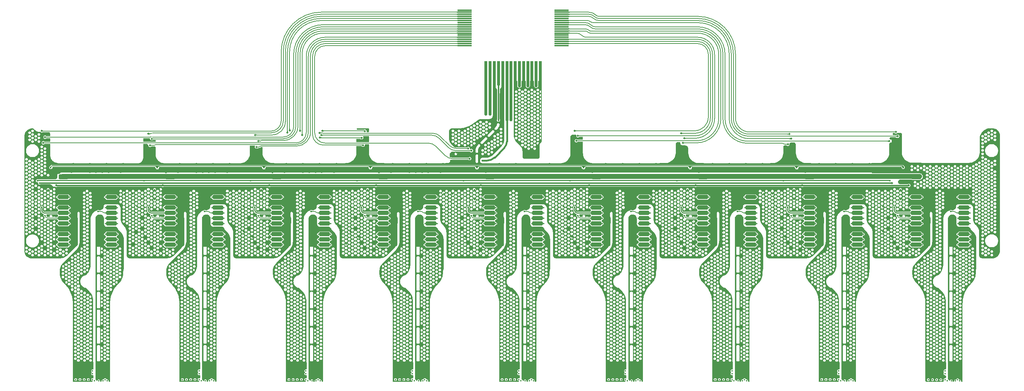
<source format=gtl>
G04*
G04 #@! TF.GenerationSoftware,Altium Limited,Altium Designer,25.0.2 (28)*
G04*
G04 Layer_Physical_Order=1*
G04 Layer_Color=255*
%FSLAX44Y44*%
%MOMM*%
G71*
G04*
G04 #@! TF.SameCoordinates,F5B53509-386E-4AF8-9846-D30C52800222*
G04*
G04*
G04 #@! TF.FilePolarity,Positive*
G04*
G01*
G75*
G04:AMPARAMS|DCode=11|XSize=2.5mm|YSize=1mm|CornerRadius=0.25mm|HoleSize=0mm|Usage=FLASHONLY|Rotation=0.000|XOffset=0mm|YOffset=0mm|HoleType=Round|Shape=RoundedRectangle|*
%AMROUNDEDRECTD11*
21,1,2.5000,0.5000,0,0,0.0*
21,1,2.0000,1.0000,0,0,0.0*
1,1,0.5000,1.0000,-0.2500*
1,1,0.5000,-1.0000,-0.2500*
1,1,0.5000,-1.0000,0.2500*
1,1,0.5000,1.0000,0.2500*
%
%ADD11ROUNDEDRECTD11*%
G04:AMPARAMS|DCode=12|XSize=1.5mm|YSize=2mm|CornerRadius=0.375mm|HoleSize=0mm|Usage=FLASHONLY|Rotation=180.000|XOffset=0mm|YOffset=0mm|HoleType=Round|Shape=RoundedRectangle|*
%AMROUNDEDRECTD12*
21,1,1.5000,1.2500,0,0,180.0*
21,1,0.7500,2.0000,0,0,180.0*
1,1,0.7500,-0.3750,0.6250*
1,1,0.7500,0.3750,0.6250*
1,1,0.7500,0.3750,-0.6250*
1,1,0.7500,-0.3750,-0.6250*
%
%ADD12ROUNDEDRECTD12*%
%ADD13C,0.2000*%
%ADD14C,0.2500*%
%ADD15C,0.4000*%
%ADD16R,3.4000X0.3500*%
%ADD17R,0.7000X5.8000*%
%ADD18C,0.3500*%
%ADD19C,0.3000*%
%ADD20C,1.2000*%
%ADD21C,1.0000*%
%ADD22C,0.7000*%
%ADD23C,0.4000*%
%ADD24C,0.4500*%
%ADD25C,0.3500*%
%ADD26C,0.5000*%
%ADD27C,0.6000*%
G36*
X1512989Y966583D02*
X1513049Y966460D01*
X1513150Y966352D01*
X1513289Y966259D01*
X1513469Y966180D01*
X1513689Y966115D01*
X1513949Y966065D01*
X1514249Y966029D01*
X1514589Y966007D01*
X1514969Y966000D01*
Y964000D01*
X1514589Y963993D01*
X1513949Y963935D01*
X1513689Y963885D01*
X1513469Y963820D01*
X1513289Y963741D01*
X1513150Y963647D01*
X1513049Y963539D01*
X1512989Y963417D01*
X1512969Y963280D01*
Y966719D01*
X1512989Y966583D01*
D02*
G37*
G36*
X1247031Y963280D02*
X1247011Y963417D01*
X1246951Y963539D01*
X1246851Y963647D01*
X1246711Y963741D01*
X1246531Y963820D01*
X1246311Y963885D01*
X1246050Y963935D01*
X1245751Y963971D01*
X1245411Y963993D01*
X1245031Y964000D01*
Y966000D01*
X1245411Y966007D01*
X1246050Y966065D01*
X1246311Y966115D01*
X1246531Y966180D01*
X1246711Y966259D01*
X1246851Y966352D01*
X1246951Y966460D01*
X1247011Y966583D01*
X1247031Y966719D01*
Y963280D01*
D02*
G37*
G36*
X1512989Y961583D02*
X1513049Y961460D01*
X1513150Y961352D01*
X1513289Y961259D01*
X1513469Y961180D01*
X1513689Y961115D01*
X1513949Y961065D01*
X1514249Y961029D01*
X1514589Y961007D01*
X1514969Y961000D01*
Y959000D01*
X1514589Y958993D01*
X1513949Y958935D01*
X1513689Y958885D01*
X1513469Y958820D01*
X1513289Y958741D01*
X1513150Y958647D01*
X1513049Y958540D01*
X1512989Y958417D01*
X1512969Y958280D01*
Y961719D01*
X1512989Y961583D01*
D02*
G37*
G36*
X1247031Y958280D02*
X1247011Y958417D01*
X1246951Y958540D01*
X1246851Y958647D01*
X1246711Y958741D01*
X1246531Y958820D01*
X1246311Y958885D01*
X1246050Y958935D01*
X1245751Y958971D01*
X1245411Y958993D01*
X1245031Y959000D01*
Y961000D01*
X1245411Y961007D01*
X1246050Y961065D01*
X1246311Y961115D01*
X1246531Y961180D01*
X1246711Y961259D01*
X1246851Y961352D01*
X1246951Y961460D01*
X1247011Y961583D01*
X1247031Y961719D01*
Y958280D01*
D02*
G37*
G36*
X1512989Y956583D02*
X1513049Y956460D01*
X1513150Y956352D01*
X1513289Y956259D01*
X1513469Y956180D01*
X1513689Y956115D01*
X1513949Y956065D01*
X1514249Y956029D01*
X1514589Y956007D01*
X1514969Y956000D01*
Y954000D01*
X1514589Y953993D01*
X1513949Y953935D01*
X1513689Y953885D01*
X1513469Y953820D01*
X1513289Y953741D01*
X1513150Y953647D01*
X1513049Y953540D01*
X1512989Y953417D01*
X1512969Y953280D01*
Y956719D01*
X1512989Y956583D01*
D02*
G37*
G36*
X1247031Y953280D02*
X1247011Y953417D01*
X1246951Y953540D01*
X1246851Y953647D01*
X1246711Y953741D01*
X1246531Y953820D01*
X1246311Y953885D01*
X1246050Y953935D01*
X1245751Y953971D01*
X1245411Y953993D01*
X1245031Y954000D01*
Y956000D01*
X1245411Y956007D01*
X1246050Y956065D01*
X1246311Y956115D01*
X1246531Y956180D01*
X1246711Y956259D01*
X1246851Y956352D01*
X1246951Y956460D01*
X1247011Y956583D01*
X1247031Y956719D01*
Y953280D01*
D02*
G37*
G36*
Y948280D02*
X1247011Y948417D01*
X1246951Y948540D01*
X1246851Y948647D01*
X1246711Y948741D01*
X1246531Y948820D01*
X1246311Y948885D01*
X1246050Y948935D01*
X1245751Y948971D01*
X1245411Y948993D01*
X1245031Y949000D01*
Y951000D01*
X1245411Y951007D01*
X1246050Y951065D01*
X1246311Y951115D01*
X1246531Y951180D01*
X1246711Y951259D01*
X1246851Y951352D01*
X1246951Y951460D01*
X1247011Y951583D01*
X1247031Y951720D01*
Y948280D01*
D02*
G37*
G36*
X1512989Y946583D02*
X1513049Y946460D01*
X1513150Y946352D01*
X1513289Y946259D01*
X1513469Y946180D01*
X1513689Y946115D01*
X1513949Y946065D01*
X1514249Y946029D01*
X1514589Y946007D01*
X1514969Y946000D01*
Y944000D01*
X1514589Y943993D01*
X1513949Y943935D01*
X1513689Y943885D01*
X1513469Y943820D01*
X1513289Y943741D01*
X1513150Y943647D01*
X1513049Y943540D01*
X1512989Y943417D01*
X1512969Y943280D01*
Y946720D01*
X1512989Y946583D01*
D02*
G37*
G36*
X1247031Y943280D02*
X1247011Y943417D01*
X1246951Y943540D01*
X1246851Y943647D01*
X1246711Y943741D01*
X1246531Y943820D01*
X1246311Y943885D01*
X1246050Y943935D01*
X1245751Y943971D01*
X1245411Y943993D01*
X1245031Y944000D01*
Y946000D01*
X1245411Y946007D01*
X1246050Y946065D01*
X1246311Y946115D01*
X1246531Y946180D01*
X1246711Y946259D01*
X1246851Y946352D01*
X1246951Y946460D01*
X1247011Y946583D01*
X1247031Y946720D01*
Y943280D01*
D02*
G37*
G36*
X1512989Y941583D02*
X1513049Y941460D01*
X1513150Y941352D01*
X1513289Y941259D01*
X1513469Y941180D01*
X1513689Y941115D01*
X1513949Y941065D01*
X1514249Y941029D01*
X1514589Y941007D01*
X1514969Y941000D01*
Y939000D01*
X1514589Y938993D01*
X1513949Y938935D01*
X1513689Y938885D01*
X1513469Y938820D01*
X1513289Y938741D01*
X1513150Y938647D01*
X1513049Y938540D01*
X1512989Y938417D01*
X1512969Y938280D01*
Y941720D01*
X1512989Y941583D01*
D02*
G37*
G36*
Y936583D02*
X1513049Y936460D01*
X1513150Y936352D01*
X1513289Y936259D01*
X1513469Y936180D01*
X1513689Y936115D01*
X1513949Y936065D01*
X1514249Y936029D01*
X1514589Y936007D01*
X1514969Y936000D01*
Y934000D01*
X1514589Y933993D01*
X1513949Y933935D01*
X1513689Y933885D01*
X1513469Y933820D01*
X1513289Y933741D01*
X1513150Y933647D01*
X1513049Y933540D01*
X1512989Y933417D01*
X1512969Y933280D01*
Y936720D01*
X1512989Y936583D01*
D02*
G37*
G36*
X1247031Y933280D02*
X1247011Y933417D01*
X1246951Y933540D01*
X1246851Y933647D01*
X1246711Y933741D01*
X1246531Y933820D01*
X1246311Y933885D01*
X1246050Y933935D01*
X1245751Y933971D01*
X1245411Y933993D01*
X1245031Y934000D01*
Y936000D01*
X1245411Y936007D01*
X1246050Y936065D01*
X1246311Y936115D01*
X1246531Y936180D01*
X1246711Y936259D01*
X1246851Y936352D01*
X1246951Y936460D01*
X1247011Y936583D01*
X1247031Y936720D01*
Y933280D01*
D02*
G37*
G36*
Y928280D02*
X1247011Y928417D01*
X1246951Y928540D01*
X1246851Y928647D01*
X1246711Y928741D01*
X1246531Y928820D01*
X1246311Y928885D01*
X1246050Y928935D01*
X1245751Y928971D01*
X1245411Y928993D01*
X1245031Y929000D01*
Y931000D01*
X1245411Y931007D01*
X1246050Y931065D01*
X1246311Y931115D01*
X1246531Y931180D01*
X1246711Y931259D01*
X1246851Y931352D01*
X1246951Y931460D01*
X1247011Y931583D01*
X1247031Y931720D01*
Y928280D01*
D02*
G37*
G36*
X1512989Y926583D02*
X1513049Y926460D01*
X1513150Y926353D01*
X1513289Y926259D01*
X1513469Y926180D01*
X1513689Y926115D01*
X1513949Y926065D01*
X1514249Y926029D01*
X1514589Y926007D01*
X1514969Y926000D01*
Y924000D01*
X1514589Y923993D01*
X1513949Y923935D01*
X1513689Y923885D01*
X1513469Y923820D01*
X1513289Y923741D01*
X1513150Y923648D01*
X1513049Y923540D01*
X1512989Y923417D01*
X1512969Y923280D01*
Y926720D01*
X1512989Y926583D01*
D02*
G37*
G36*
X1247031Y923280D02*
X1247011Y923417D01*
X1246951Y923540D01*
X1246851Y923648D01*
X1246711Y923741D01*
X1246531Y923820D01*
X1246311Y923885D01*
X1246050Y923935D01*
X1245751Y923971D01*
X1245411Y923993D01*
X1245031Y924000D01*
Y926000D01*
X1245411Y926007D01*
X1246050Y926065D01*
X1246311Y926115D01*
X1246531Y926180D01*
X1246711Y926259D01*
X1246851Y926353D01*
X1246951Y926460D01*
X1247011Y926583D01*
X1247031Y926720D01*
Y923280D01*
D02*
G37*
G36*
X1512989Y921583D02*
X1513049Y921460D01*
X1513150Y921353D01*
X1513289Y921259D01*
X1513469Y921180D01*
X1513689Y921115D01*
X1513949Y921065D01*
X1514249Y921029D01*
X1514589Y921007D01*
X1514969Y921000D01*
Y919000D01*
X1514589Y918993D01*
X1513949Y918935D01*
X1513689Y918885D01*
X1513469Y918820D01*
X1513289Y918741D01*
X1513150Y918648D01*
X1513049Y918540D01*
X1512989Y918417D01*
X1512969Y918280D01*
Y921720D01*
X1512989Y921583D01*
D02*
G37*
G36*
X1247031Y918280D02*
X1247011Y918417D01*
X1246951Y918540D01*
X1246851Y918648D01*
X1246711Y918741D01*
X1246531Y918820D01*
X1246311Y918885D01*
X1246050Y918935D01*
X1245751Y918971D01*
X1245411Y918993D01*
X1245031Y919000D01*
Y921000D01*
X1245411Y921007D01*
X1246050Y921065D01*
X1246311Y921115D01*
X1246531Y921180D01*
X1246711Y921259D01*
X1246851Y921353D01*
X1246951Y921460D01*
X1247011Y921583D01*
X1247031Y921720D01*
Y918280D01*
D02*
G37*
G36*
X1512989Y916583D02*
X1513049Y916460D01*
X1513150Y916353D01*
X1513289Y916259D01*
X1513469Y916180D01*
X1513689Y916115D01*
X1513949Y916065D01*
X1514249Y916029D01*
X1514589Y916007D01*
X1514969Y916000D01*
Y914000D01*
X1514589Y913993D01*
X1513949Y913935D01*
X1513689Y913885D01*
X1513469Y913820D01*
X1513289Y913741D01*
X1513150Y913648D01*
X1513049Y913540D01*
X1512989Y913417D01*
X1512969Y913280D01*
Y916720D01*
X1512989Y916583D01*
D02*
G37*
G36*
X1247031Y913280D02*
X1247011Y913417D01*
X1246951Y913540D01*
X1246851Y913648D01*
X1246711Y913741D01*
X1246531Y913820D01*
X1246311Y913885D01*
X1246050Y913935D01*
X1245751Y913971D01*
X1245411Y913993D01*
X1245031Y914000D01*
Y916000D01*
X1245411Y916007D01*
X1246050Y916065D01*
X1246311Y916115D01*
X1246531Y916180D01*
X1246711Y916259D01*
X1246851Y916353D01*
X1246951Y916460D01*
X1247011Y916583D01*
X1247031Y916720D01*
Y913280D01*
D02*
G37*
G36*
Y903280D02*
X1247011Y903417D01*
X1246951Y903540D01*
X1246851Y903648D01*
X1246711Y903741D01*
X1246531Y903820D01*
X1246311Y903885D01*
X1246050Y903935D01*
X1245751Y903971D01*
X1245411Y903993D01*
X1245031Y904000D01*
Y906000D01*
X1245411Y906007D01*
X1246050Y906065D01*
X1246311Y906115D01*
X1246531Y906180D01*
X1246711Y906259D01*
X1246851Y906353D01*
X1246951Y906460D01*
X1247011Y906583D01*
X1247031Y906720D01*
Y903280D01*
D02*
G37*
G36*
X1512989Y901583D02*
X1513049Y901460D01*
X1513150Y901353D01*
X1513289Y901259D01*
X1513469Y901180D01*
X1513689Y901115D01*
X1513949Y901065D01*
X1514249Y901029D01*
X1514589Y901007D01*
X1514969Y901000D01*
Y899000D01*
X1514589Y898993D01*
X1513949Y898935D01*
X1513689Y898885D01*
X1513469Y898820D01*
X1513289Y898741D01*
X1513150Y898648D01*
X1513049Y898540D01*
X1512989Y898417D01*
X1512969Y898281D01*
Y901720D01*
X1512989Y901583D01*
D02*
G37*
G36*
X1247031Y898281D02*
X1247011Y898417D01*
X1246951Y898540D01*
X1246851Y898648D01*
X1246711Y898741D01*
X1246531Y898820D01*
X1246311Y898885D01*
X1246050Y898935D01*
X1245751Y898971D01*
X1245411Y898993D01*
X1245031Y899000D01*
Y901000D01*
X1245411Y901007D01*
X1246050Y901065D01*
X1246311Y901115D01*
X1246531Y901180D01*
X1246711Y901259D01*
X1246851Y901353D01*
X1246951Y901460D01*
X1247011Y901583D01*
X1247031Y901720D01*
Y898281D01*
D02*
G37*
G36*
X1512989Y896583D02*
X1513049Y896460D01*
X1513150Y896353D01*
X1513289Y896259D01*
X1513469Y896180D01*
X1513689Y896115D01*
X1513949Y896065D01*
X1514249Y896029D01*
X1514589Y896007D01*
X1514969Y896000D01*
Y894000D01*
X1514589Y893993D01*
X1513949Y893935D01*
X1513689Y893885D01*
X1513469Y893820D01*
X1513289Y893741D01*
X1513150Y893648D01*
X1513049Y893540D01*
X1512989Y893417D01*
X1512969Y893281D01*
Y896720D01*
X1512989Y896583D01*
D02*
G37*
G36*
X1247031Y893281D02*
X1247011Y893417D01*
X1246951Y893540D01*
X1246851Y893648D01*
X1246711Y893741D01*
X1246531Y893820D01*
X1246311Y893885D01*
X1246050Y893935D01*
X1245751Y893971D01*
X1245411Y893993D01*
X1245031Y894000D01*
Y896000D01*
X1245411Y896007D01*
X1246050Y896065D01*
X1246311Y896115D01*
X1246531Y896180D01*
X1246711Y896259D01*
X1246851Y896353D01*
X1246951Y896460D01*
X1247011Y896583D01*
X1247031Y896720D01*
Y893281D01*
D02*
G37*
G36*
X1512989Y891583D02*
X1513049Y891460D01*
X1513150Y891353D01*
X1513289Y891259D01*
X1513469Y891180D01*
X1513689Y891115D01*
X1513949Y891065D01*
X1514249Y891029D01*
X1514589Y891007D01*
X1514969Y891000D01*
Y889000D01*
X1514589Y888993D01*
X1513949Y888935D01*
X1513689Y888885D01*
X1513469Y888820D01*
X1513289Y888741D01*
X1513150Y888648D01*
X1513049Y888540D01*
X1512989Y888417D01*
X1512969Y888281D01*
Y891720D01*
X1512989Y891583D01*
D02*
G37*
G36*
X1247031Y888281D02*
X1247011Y888417D01*
X1246951Y888540D01*
X1246851Y888648D01*
X1246711Y888741D01*
X1246531Y888820D01*
X1246311Y888885D01*
X1246050Y888935D01*
X1245751Y888971D01*
X1245411Y888993D01*
X1245031Y889000D01*
Y891000D01*
X1245411Y891007D01*
X1246050Y891065D01*
X1246311Y891115D01*
X1246531Y891180D01*
X1246711Y891259D01*
X1246851Y891353D01*
X1246951Y891460D01*
X1247011Y891583D01*
X1247031Y891720D01*
Y888281D01*
D02*
G37*
G36*
Y883281D02*
X1247011Y883417D01*
X1246951Y883540D01*
X1246851Y883648D01*
X1246711Y883741D01*
X1246531Y883820D01*
X1246311Y883885D01*
X1246050Y883935D01*
X1245751Y883971D01*
X1245411Y883993D01*
X1245031Y884000D01*
Y886000D01*
X1245411Y886007D01*
X1246050Y886065D01*
X1246311Y886115D01*
X1246531Y886180D01*
X1246711Y886259D01*
X1246851Y886353D01*
X1246951Y886461D01*
X1247011Y886583D01*
X1247031Y886720D01*
Y883281D01*
D02*
G37*
G36*
X1347715Y790000D02*
X1347460Y789910D01*
X1347235Y789760D01*
X1347040Y789550D01*
X1346875Y789280D01*
X1346740Y788950D01*
X1346635Y788560D01*
X1346560Y788110D01*
X1346515Y787600D01*
X1346500Y787030D01*
X1343500D01*
X1343485Y787600D01*
X1343440Y788110D01*
X1343365Y788560D01*
X1343260Y788950D01*
X1343125Y789280D01*
X1342960Y789550D01*
X1342765Y789760D01*
X1342540Y789910D01*
X1342285Y790000D01*
X1342000Y790030D01*
X1348000D01*
X1347715Y790000D01*
D02*
G37*
G36*
X1448515Y721494D02*
X1448515Y720278D01*
X1448515Y720274D01*
X1448515Y720243D01*
X1448515Y720236D01*
X1448515Y720172D01*
X1448515Y720162D01*
X1448515Y720101D01*
X1448516Y720081D01*
X1448516Y720030D01*
X1448517Y719994D01*
X1448517Y719994D01*
X1448517Y658075D01*
X1448517Y657229D01*
X1448186Y655569D01*
X1447539Y654006D01*
X1446598Y652598D01*
X1446000Y652000D01*
X1445325Y651255D01*
X1444209Y649586D01*
X1443441Y647731D01*
X1443137Y646201D01*
X1443049Y645761D01*
X1443000Y644757D01*
X1443000Y644757D01*
X1443000Y644757D01*
X1443000Y624000D01*
Y617204D01*
X1442391Y615734D01*
X1441266Y614609D01*
X1439796Y614000D01*
X1406204D01*
X1404734Y614609D01*
X1403609Y615734D01*
X1403000Y617204D01*
X1403000Y628479D01*
X1402969Y629725D01*
X1402725Y632206D01*
X1402239Y634651D01*
X1401515Y637036D01*
X1400561Y639339D01*
X1399386Y641537D01*
X1398001Y643610D01*
X1396420Y645537D01*
X1395560Y646440D01*
X1395560Y646440D01*
X1387616Y654383D01*
X1386140Y656183D01*
X1384846Y658119D01*
X1383749Y660172D01*
X1382858Y662322D01*
X1382182Y664550D01*
X1381728Y666833D01*
X1381500Y669150D01*
Y670314D01*
X1381523Y677750D01*
Y800223D01*
X1389902D01*
Y788750D01*
X1390290Y786799D01*
X1391395Y785145D01*
X1393049Y784040D01*
X1395000Y783652D01*
X1396951Y784040D01*
X1398605Y785145D01*
X1399710Y786799D01*
X1400098Y788750D01*
Y800223D01*
X1409902D01*
Y788750D01*
X1410290Y786799D01*
X1411395Y785145D01*
X1413049Y784040D01*
X1415000Y783652D01*
X1416951Y784040D01*
X1418605Y785145D01*
X1419710Y786799D01*
X1420098Y788750D01*
Y800223D01*
X1429902D01*
Y788750D01*
X1430290Y786799D01*
X1431395Y785145D01*
X1433049Y784040D01*
X1435000Y783652D01*
X1436951Y784040D01*
X1438605Y785145D01*
X1439710Y786799D01*
X1440098Y788750D01*
Y800223D01*
X1448515D01*
Y721494D01*
D02*
G37*
G36*
X1346575Y707857D02*
X1343425D01*
X1343439Y707884D01*
X1343452Y707937D01*
X1343463Y708016D01*
X1343481Y708249D01*
X1343499Y709020D01*
X1343500Y709277D01*
X1346500D01*
X1346575Y707857D01*
D02*
G37*
G36*
X1355000Y707500D02*
X1357332Y707500D01*
X1357961Y706961D01*
X1358500Y706332D01*
X1358500Y658917D01*
X1358500Y656915D01*
X1357719Y652990D01*
X1356187Y649292D01*
X1353964Y645964D01*
X1352548Y644548D01*
Y644548D01*
X1352548Y644548D01*
X1330452Y622452D01*
X1329036Y621036D01*
X1325708Y618813D01*
X1322010Y617281D01*
X1318085Y616500D01*
X1316083Y616500D01*
X1307250D01*
X1306613Y616469D01*
X1305363Y616220D01*
X1304186Y615732D01*
X1303126Y615025D01*
X1302225Y614124D01*
X1301517Y613064D01*
X1301030Y611887D01*
X1300781Y610637D01*
X1300750Y610000D01*
Y609250D01*
X1300779Y608662D01*
X1301008Y607508D01*
X1301458Y606422D01*
X1302112Y605444D01*
X1302944Y604612D01*
X1303922Y603959D01*
X1305008Y603508D01*
X1306162Y603279D01*
X1306750Y603250D01*
Y601500D01*
X1218733D01*
X1217660Y602705D01*
X1217740Y603172D01*
X1218139Y603492D01*
X1220167Y603499D01*
X1223500D01*
X1224039Y603526D01*
X1225096Y603736D01*
X1226092Y604149D01*
X1226989Y604748D01*
X1227751Y605510D01*
X1228351Y606407D01*
X1228763Y607403D01*
X1228973Y608461D01*
X1229000Y609000D01*
X1229000Y609542D01*
X1229415Y610543D01*
X1230181Y611310D01*
X1231182Y611724D01*
X1231724Y611724D01*
X1231724Y611724D01*
X1235210D01*
Y611762D01*
X1272892D01*
X1273734Y610919D01*
X1275204Y610311D01*
X1276796D01*
X1278266Y610919D01*
X1279391Y612045D01*
X1280000Y613515D01*
Y615106D01*
X1279391Y616576D01*
X1278266Y617702D01*
X1276796Y618311D01*
X1275204D01*
X1273734Y617702D01*
X1272892Y616860D01*
X1235210D01*
X1235140Y616846D01*
X1231633Y617122D01*
X1229999Y617514D01*
X1229487Y617856D01*
X1229172Y618172D01*
Y618172D01*
X1228893Y618450D01*
X1228455Y619105D01*
X1228154Y619833D01*
X1228000Y620606D01*
Y624715D01*
X1228279Y626117D01*
X1228826Y627438D01*
X1229620Y628627D01*
X1230631Y629638D01*
X1231820Y630432D01*
X1233141Y630979D01*
X1234544Y631258D01*
X1235258D01*
X1235258Y631258D01*
X1238643D01*
X1243021Y630914D01*
Y630951D01*
X1276892D01*
X1277734Y630109D01*
X1279204Y629500D01*
X1280796D01*
X1282266Y630109D01*
X1283391Y631234D01*
X1284000Y632704D01*
Y634296D01*
X1283391Y635766D01*
X1282266Y636891D01*
X1280796Y637500D01*
X1279204D01*
X1277798Y636917D01*
X1277440Y637085D01*
X1276799Y637508D01*
X1276500Y637778D01*
Y639296D01*
X1275891Y640766D01*
X1274766Y641891D01*
X1273296Y642500D01*
X1271704D01*
X1270234Y641891D01*
X1269392Y641049D01*
X1245021D01*
X1244951Y641035D01*
X1241443Y641311D01*
X1239474Y641784D01*
X1238315Y642607D01*
X1238315Y642607D01*
X1234621Y646237D01*
X1232202Y648656D01*
X1230786Y650071D01*
X1228563Y653399D01*
X1227031Y657097D01*
X1226250Y661023D01*
X1226250Y666250D01*
Y679788D01*
X1226557Y681333D01*
X1227160Y682789D01*
X1228036Y684100D01*
X1229150Y685214D01*
X1230461Y686089D01*
X1231917Y686693D01*
X1233167Y686941D01*
X1250000D01*
X1250050Y686951D01*
X1250100Y686943D01*
X1251847Y687000D01*
X1253390D01*
X1254843Y687036D01*
X1257734Y687320D01*
X1260584Y687887D01*
X1260963Y688002D01*
X1261129Y688024D01*
X1261320Y688089D01*
X1261522Y688102D01*
X1268471Y689964D01*
X1268652Y690053D01*
X1268850Y690093D01*
X1275497Y692846D01*
X1275664Y692958D01*
X1275855Y693023D01*
X1282086Y696620D01*
X1282238Y696753D01*
X1282419Y696842D01*
X1288126Y701222D01*
X1288259Y701374D01*
X1288427Y701486D01*
X1288966Y702024D01*
X1289135Y702058D01*
X1290154Y702480D01*
X1291070Y703092D01*
X1291479Y703463D01*
X1292782Y704634D01*
X1294062Y705685D01*
X1296944Y707318D01*
X1300063Y708434D01*
X1303327Y709000D01*
X1304983D01*
X1304983Y709000D01*
X1322250D01*
X1323157Y709044D01*
X1324935Y709398D01*
X1326610Y710092D01*
X1328118Y711100D01*
X1329400Y712382D01*
X1330408Y713890D01*
X1331102Y715565D01*
X1331456Y717343D01*
X1332997Y718143D01*
X1334344Y717875D01*
X1335000Y717604D01*
X1335000Y790000D01*
X1338500D01*
Y785621D01*
X1338525Y785119D01*
X1338721Y784135D01*
X1339105Y783207D01*
X1339662Y782372D01*
X1340000Y782000D01*
X1340451Y781548D01*
X1341161Y780487D01*
X1341649Y779307D01*
X1341751Y778795D01*
X1341899Y777417D01*
Y777416D01*
X1341898D01*
X1341899Y777416D01*
Y770434D01*
X1341941D01*
Y708494D01*
X1341821Y708374D01*
X1341250Y706996D01*
Y705504D01*
X1341821Y704126D01*
X1342876Y703071D01*
X1343822Y702679D01*
X1343829Y702674D01*
X1343838Y702672D01*
X1344254Y702500D01*
X1344704D01*
X1345000Y702441D01*
X1345296Y702500D01*
X1345746D01*
X1346162Y702672D01*
X1346171Y702674D01*
X1346178Y702679D01*
X1347124Y703071D01*
X1348179Y704126D01*
X1348750Y705504D01*
Y706996D01*
X1348179Y708374D01*
X1348074Y708480D01*
X1348059Y708761D01*
Y770383D01*
X1348087Y770394D01*
X1348087Y770395D01*
Y778382D01*
X1348087Y779025D01*
X1348338Y780287D01*
X1348830Y781475D01*
X1349545Y782545D01*
X1350000Y783000D01*
X1350338Y783372D01*
X1350895Y784207D01*
X1351279Y785135D01*
X1351475Y786119D01*
X1351500Y786621D01*
X1351500Y786621D01*
Y790000D01*
X1355000D01*
Y707500D01*
D02*
G37*
G36*
X846008Y685635D02*
X846033Y685397D01*
X846073Y685172D01*
X846130Y684960D01*
X846203Y684760D01*
X846293Y684573D01*
X846398Y684399D01*
X846520Y684237D01*
X846658Y684088D01*
X846813Y683951D01*
X843330Y683602D01*
X843458Y683767D01*
X843571Y683941D01*
X843672Y684125D01*
X843759Y684317D01*
X843833Y684519D01*
X843893Y684730D01*
X843940Y684950D01*
X843973Y685179D01*
X843993Y685418D01*
X844000Y685665D01*
X846000Y685885D01*
X846008Y685635D01*
D02*
G37*
G36*
X871000Y684915D02*
X871007Y684667D01*
X871027Y684429D01*
X871060Y684200D01*
X871107Y683980D01*
X871168Y683769D01*
X871241Y683567D01*
X871328Y683374D01*
X871429Y683191D01*
X871543Y683017D01*
X871670Y682851D01*
X868187Y683202D01*
X868342Y683338D01*
X868480Y683487D01*
X868602Y683649D01*
X868708Y683823D01*
X868797Y684010D01*
X868870Y684210D01*
X868927Y684422D01*
X868968Y684647D01*
X868992Y684885D01*
X869000Y685135D01*
X871000Y684915D01*
D02*
G37*
G36*
X1529017Y682542D02*
X1529191Y682429D01*
X1529374Y682328D01*
X1529567Y682241D01*
X1529769Y682167D01*
X1529980Y682107D01*
X1530200Y682060D01*
X1530429Y682027D01*
X1530668Y682007D01*
X1530915Y682000D01*
X1531135Y680000D01*
X1530885Y679992D01*
X1530647Y679967D01*
X1530422Y679927D01*
X1530210Y679870D01*
X1530010Y679797D01*
X1529823Y679707D01*
X1529649Y679602D01*
X1529487Y679480D01*
X1529338Y679342D01*
X1529201Y679187D01*
X1528851Y682670D01*
X1529017Y682542D01*
D02*
G37*
G36*
X925438Y682357D02*
X925601Y682230D01*
X925775Y682117D01*
X925959Y682020D01*
X926154Y681937D01*
X926360Y681870D01*
X926577Y681817D01*
X926804Y681780D01*
X927042Y681758D01*
X927291Y681750D01*
Y679750D01*
X927042Y679743D01*
X926804Y679720D01*
X926577Y679682D01*
X926360Y679630D01*
X926154Y679563D01*
X925959Y679480D01*
X925775Y679382D01*
X925601Y679270D01*
X925438Y679143D01*
X925285Y679000D01*
Y682500D01*
X925438Y682357D01*
D02*
G37*
G36*
X841008Y680543D02*
X841030Y680304D01*
X841068Y680077D01*
X841120Y679860D01*
X841188Y679654D01*
X841270Y679459D01*
X841367Y679275D01*
X841480Y679101D01*
X841608Y678938D01*
X841750Y678785D01*
X838250D01*
X838392Y678938D01*
X838520Y679101D01*
X838633Y679275D01*
X838730Y679459D01*
X838812Y679654D01*
X838880Y679860D01*
X838932Y680077D01*
X838970Y680304D01*
X838992Y680543D01*
X839000Y680791D01*
X841000D01*
X841008Y680543D01*
D02*
G37*
G36*
X1035000Y685638D02*
X1035000Y685000D01*
X1035026Y679049D01*
X1033801Y677549D01*
X1029938D01*
X1028936Y679049D01*
X1029000Y679204D01*
Y680796D01*
X1028391Y682266D01*
X1027266Y683391D01*
X1025796Y684000D01*
X1024204D01*
X1022734Y683391D01*
X1022642Y683299D01*
X1006516D01*
X1005333Y684799D01*
X1005339Y684830D01*
X1005783Y685901D01*
X1006427Y686866D01*
X1006503Y686941D01*
X1034144D01*
X1035000Y685638D01*
D02*
G37*
G36*
X918688Y677357D02*
X918851Y677230D01*
X919025Y677117D01*
X919209Y677020D01*
X919404Y676937D01*
X919610Y676870D01*
X919827Y676817D01*
X920054Y676780D01*
X920293Y676758D01*
X920541Y676750D01*
Y674750D01*
X920293Y674743D01*
X920054Y674720D01*
X919827Y674682D01*
X919610Y674630D01*
X919404Y674563D01*
X919209Y674480D01*
X919025Y674382D01*
X918851Y674270D01*
X918688Y674143D01*
X918535Y674000D01*
Y677500D01*
X918688Y677357D01*
D02*
G37*
G36*
X1783938Y676608D02*
X1784101Y676480D01*
X1784275Y676367D01*
X1784459Y676270D01*
X1784654Y676188D01*
X1784860Y676120D01*
X1785077Y676068D01*
X1785304Y676030D01*
X1785542Y676008D01*
X1785791Y676000D01*
Y674000D01*
X1785542Y673992D01*
X1785304Y673970D01*
X1785077Y673932D01*
X1784860Y673880D01*
X1784654Y673812D01*
X1784459Y673730D01*
X1784275Y673633D01*
X1784101Y673520D01*
X1783938Y673392D01*
X1783785Y673250D01*
Y676750D01*
X1783938Y676608D01*
D02*
G37*
G36*
X876000Y674562D02*
X876008Y674313D01*
X876030Y674075D01*
X876067Y673847D01*
X876119Y673630D01*
X876186Y673424D01*
X876268Y673228D01*
X876364Y673043D01*
X876476Y672868D01*
X876602Y672704D01*
X876744Y672550D01*
X873244Y672581D01*
X873388Y672732D01*
X873516Y672894D01*
X873630Y673067D01*
X873728Y673251D01*
X873811Y673445D01*
X873879Y673651D01*
X873932Y673867D01*
X873970Y674094D01*
X873992Y674332D01*
X874000Y674581D01*
X876000Y674562D01*
D02*
G37*
G36*
X509120Y675350D02*
X509283Y675222D01*
X509457Y675110D01*
X509641Y675012D01*
X509837Y674930D01*
X510043Y674862D01*
X510259Y674810D01*
X510487Y674772D01*
X510725Y674750D01*
X510974Y674742D01*
Y672742D01*
X510725Y672735D01*
X510487Y672712D01*
X510259Y672675D01*
X510043Y672622D01*
X509837Y672555D01*
X509641Y672472D01*
X509457Y672375D01*
X509283Y672262D01*
X509120Y672135D01*
X508968Y671992D01*
Y675492D01*
X509120Y675350D01*
D02*
G37*
G36*
X2038903Y671250D02*
X2038751Y671393D01*
X2038588Y671520D01*
X2038414Y671633D01*
X2038230Y671730D01*
X2038034Y671813D01*
X2037829Y671880D01*
X2037612Y671933D01*
X2037384Y671970D01*
X2037146Y671992D01*
X2036897Y672000D01*
Y674000D01*
X2037146Y674007D01*
X2037384Y674030D01*
X2037612Y674068D01*
X2037829Y674120D01*
X2038034Y674187D01*
X2038230Y674270D01*
X2038414Y674368D01*
X2038588Y674480D01*
X2038751Y674607D01*
X2038903Y674750D01*
Y671250D01*
D02*
G37*
G36*
X764438Y672607D02*
X764601Y672480D01*
X764775Y672367D01*
X764959Y672270D01*
X765154Y672188D01*
X765360Y672120D01*
X765577Y672067D01*
X765804Y672030D01*
X766042Y672008D01*
X766291Y672000D01*
Y670000D01*
X766042Y669993D01*
X765804Y669970D01*
X765577Y669932D01*
X765360Y669880D01*
X765154Y669812D01*
X764959Y669730D01*
X764775Y669632D01*
X764601Y669520D01*
X764438Y669392D01*
X764285Y669250D01*
Y672750D01*
X764438Y672607D01*
D02*
G37*
G36*
X922938Y672107D02*
X923101Y671980D01*
X923275Y671868D01*
X923459Y671770D01*
X923654Y671687D01*
X923860Y671620D01*
X924077Y671568D01*
X924304Y671530D01*
X924542Y671507D01*
X924791Y671500D01*
Y669500D01*
X924542Y669492D01*
X924304Y669470D01*
X924077Y669433D01*
X923860Y669380D01*
X923654Y669313D01*
X923459Y669230D01*
X923275Y669133D01*
X923101Y669020D01*
X922938Y668893D01*
X922785Y668750D01*
Y672250D01*
X922938Y672107D01*
D02*
G37*
G36*
X2298215Y666250D02*
X2298062Y666393D01*
X2297899Y666520D01*
X2297725Y666633D01*
X2297541Y666730D01*
X2297346Y666813D01*
X2297140Y666880D01*
X2296923Y666933D01*
X2296696Y666970D01*
X2296458Y666992D01*
X2296209Y667000D01*
Y669000D01*
X2296458Y669007D01*
X2296696Y669030D01*
X2296923Y669068D01*
X2297140Y669120D01*
X2297346Y669187D01*
X2297541Y669270D01*
X2297725Y669368D01*
X2297899Y669480D01*
X2298062Y669607D01*
X2298215Y669750D01*
Y666250D01*
D02*
G37*
G36*
X919588Y665908D02*
X919737Y665770D01*
X919899Y665648D01*
X920073Y665543D01*
X920260Y665453D01*
X920460Y665380D01*
X920672Y665323D01*
X920897Y665283D01*
X921135Y665258D01*
X921385Y665250D01*
X921165Y663250D01*
X920918Y663243D01*
X920679Y663223D01*
X920450Y663190D01*
X920230Y663143D01*
X920019Y663083D01*
X919817Y663009D01*
X919624Y662922D01*
X919441Y662821D01*
X919267Y662708D01*
X919101Y662580D01*
X919451Y666063D01*
X919588Y665908D01*
D02*
G37*
G36*
X1791938Y664607D02*
X1792101Y664480D01*
X1792275Y664368D01*
X1792459Y664270D01*
X1792654Y664187D01*
X1792860Y664120D01*
X1793077Y664068D01*
X1793304Y664030D01*
X1793542Y664007D01*
X1793791Y664000D01*
Y662000D01*
X1793542Y661992D01*
X1793304Y661970D01*
X1793077Y661933D01*
X1792860Y661880D01*
X1792654Y661813D01*
X1792459Y661730D01*
X1792275Y661633D01*
X1792101Y661520D01*
X1791938Y661393D01*
X1791785Y661250D01*
Y664750D01*
X1791938Y664607D01*
D02*
G37*
G36*
X1035084Y666081D02*
Y654049D01*
X1005084D01*
Y661701D01*
X1014142D01*
X1014984Y660859D01*
X1016454Y660250D01*
X1018046D01*
X1019516Y660859D01*
X1020641Y661984D01*
X1021250Y663454D01*
Y665046D01*
X1020641Y666516D01*
X1021327Y667951D01*
X1035076D01*
X1035084Y666081D01*
D02*
G37*
G36*
X2043215Y660250D02*
X2043062Y660393D01*
X2042899Y660520D01*
X2042725Y660632D01*
X2042541Y660730D01*
X2042346Y660813D01*
X2042140Y660880D01*
X2041923Y660932D01*
X2041696Y660970D01*
X2041458Y660993D01*
X2041209Y661000D01*
Y663000D01*
X2041458Y663008D01*
X2041696Y663030D01*
X2041923Y663067D01*
X2042140Y663120D01*
X2042346Y663187D01*
X2042541Y663270D01*
X2042725Y663367D01*
X2042899Y663480D01*
X2043062Y663607D01*
X2043215Y663750D01*
Y660250D01*
D02*
G37*
G36*
X1531280Y670500D02*
X1531000Y669825D01*
Y668233D01*
X1531609Y666763D01*
X1532734Y665638D01*
X1534204Y665029D01*
X1535796D01*
X1537266Y665638D01*
X1538108Y666480D01*
X1547000D01*
Y659549D01*
X1534268D01*
X1533426Y660391D01*
X1531956Y661000D01*
X1530364D01*
X1528894Y660391D01*
X1527769Y659266D01*
X1527160Y657796D01*
Y656204D01*
X1527769Y654734D01*
X1528894Y653609D01*
X1530364Y653000D01*
X1531956D01*
X1533426Y653609D01*
X1534268Y654451D01*
X1547000D01*
X1547000Y627500D01*
X1547051Y625930D01*
X1547461Y622818D01*
X1548274Y619785D01*
X1549475Y616885D01*
X1551045Y614166D01*
X1552956Y611676D01*
X1555176Y609456D01*
X1557666Y607545D01*
X1560385Y605975D01*
X1563285Y604774D01*
X1566318Y603961D01*
X1569024Y603605D01*
X1569822Y602419D01*
X1569905Y602179D01*
X1569511Y601213D01*
X1568997Y601000D01*
X1495753D01*
X1495239Y601213D01*
X1494845Y602179D01*
X1494899Y602352D01*
X1495721Y603609D01*
X1498286Y603947D01*
X1501223Y604734D01*
X1504033Y605898D01*
X1506667Y607418D01*
X1509080Y609270D01*
X1511230Y611420D01*
X1513082Y613833D01*
X1514602Y616467D01*
X1515766Y619277D01*
X1516553Y622214D01*
X1516950Y625229D01*
X1517000Y626750D01*
Y666591D01*
X1517231Y667750D01*
X1517683Y668842D01*
X1518340Y669825D01*
X1519175Y670660D01*
X1520158Y671317D01*
X1521250Y671769D01*
X1522409Y672000D01*
X1530354D01*
X1531280Y670500D01*
D02*
G37*
G36*
X771762Y658381D02*
X771925Y658254D01*
X772099Y658141D01*
X772284Y658044D01*
X772479Y657961D01*
X772685Y657894D01*
X772902Y657841D01*
X773129Y657804D01*
X773367Y657781D01*
X773616Y657774D01*
Y655774D01*
X773367Y655766D01*
X773129Y655744D01*
X772902Y655706D01*
X772685Y655654D01*
X772479Y655586D01*
X772284Y655504D01*
X772099Y655406D01*
X771925Y655294D01*
X771762Y655166D01*
X771610Y655024D01*
Y658524D01*
X771762Y658381D01*
D02*
G37*
G36*
X511110Y662595D02*
Y661004D01*
X511719Y659534D01*
X512844Y658409D01*
X514314Y657800D01*
X515905D01*
X517376Y658409D01*
X518218Y659250D01*
X525000D01*
Y654323D01*
X495000D01*
Y663451D01*
X510538D01*
X511110Y662595D01*
D02*
G37*
G36*
X2278215Y654250D02*
X2278062Y654392D01*
X2277899Y654520D01*
X2277725Y654632D01*
X2277541Y654730D01*
X2277346Y654812D01*
X2277140Y654880D01*
X2276923Y654932D01*
X2276696Y654970D01*
X2276458Y654993D01*
X2276209Y655000D01*
Y657000D01*
X2276458Y657008D01*
X2276696Y657030D01*
X2276923Y657067D01*
X2277140Y657120D01*
X2277346Y657188D01*
X2277541Y657270D01*
X2277725Y657367D01*
X2277899Y657480D01*
X2278062Y657607D01*
X2278215Y657750D01*
Y654250D01*
D02*
G37*
G36*
X1778000Y654000D02*
X1778000D01*
X1779348Y653480D01*
X1779695Y653133D01*
X1780000Y652398D01*
X1780000Y652000D01*
X1780029Y651412D01*
X1780258Y650258D01*
X1780708Y649172D01*
X1781362Y648194D01*
X1782194Y647362D01*
X1783172Y646709D01*
X1784258Y646258D01*
X1785412Y646029D01*
X1786000Y646000D01*
X1791000D01*
X1791000Y646000D01*
X1791000Y646000D01*
X1791000D01*
X1792381Y645880D01*
X1793190Y645730D01*
X1794568Y645198D01*
X1795825Y644424D01*
X1796920Y643432D01*
X1797814Y642256D01*
X1798478Y640937D01*
X1798889Y639519D01*
X1798961Y638784D01*
X1799000Y628900D01*
X1799000D01*
X1799054Y627239D01*
X1799488Y623945D01*
X1800348Y620735D01*
X1801620Y617666D01*
X1803281Y614789D01*
X1805303Y612153D01*
X1807653Y609803D01*
X1810289Y607781D01*
X1813166Y606119D01*
X1816235Y604848D01*
X1819445Y603988D01*
X1822739Y603554D01*
X1824400Y603500D01*
X1836217Y603500D01*
X1837193Y602029D01*
X1836951Y601500D01*
X1729581D01*
X1729104Y602000D01*
X1729626Y603246D01*
X1729933Y603500D01*
X1743600D01*
Y603500D01*
X1745261Y603554D01*
X1748555Y603988D01*
X1751765Y604848D01*
X1754834Y606119D01*
X1757711Y607781D01*
X1760347Y609803D01*
X1762697Y612153D01*
X1764719Y614789D01*
X1766380Y617666D01*
X1767652Y620735D01*
X1768512Y623945D01*
X1768946Y627239D01*
X1769000Y628900D01*
X1769000Y638000D01*
X1769000Y649000D01*
X1769000Y649000D01*
X1769179Y650426D01*
X1769761Y651832D01*
X1771168Y653239D01*
X1773005Y654000D01*
X1774000Y654000D01*
X1776609Y654000D01*
X1778000Y654000D01*
D02*
G37*
G36*
X1787938Y653607D02*
X1788101Y653480D01*
X1788275Y653367D01*
X1788459Y653270D01*
X1788654Y653187D01*
X1788860Y653120D01*
X1789077Y653067D01*
X1789304Y653030D01*
X1789543Y653008D01*
X1789791Y653000D01*
Y651000D01*
X1789543Y650993D01*
X1789304Y650970D01*
X1789077Y650932D01*
X1788860Y650880D01*
X1788654Y650813D01*
X1788459Y650730D01*
X1788275Y650632D01*
X1788101Y650520D01*
X1787938Y650393D01*
X1787785Y650250D01*
Y653750D01*
X1787938Y653607D01*
D02*
G37*
G36*
X2035465Y647000D02*
X2035312Y647142D01*
X2035149Y647270D01*
X2034975Y647383D01*
X2034791Y647480D01*
X2034596Y647562D01*
X2034390Y647630D01*
X2034173Y647682D01*
X2033946Y647720D01*
X2033707Y647742D01*
X2033459Y647750D01*
Y649750D01*
X2033707Y649758D01*
X2033946Y649780D01*
X2034173Y649818D01*
X2034390Y649870D01*
X2034596Y649938D01*
X2034791Y650020D01*
X2034975Y650117D01*
X2035149Y650230D01*
X2035312Y650358D01*
X2035465Y650500D01*
Y647000D01*
D02*
G37*
G36*
X2050549Y653336D02*
X2050549Y653336D01*
X2050549D01*
X2051927Y653175D01*
X2052223Y653116D01*
X2053268Y652683D01*
X2054208Y652055D01*
X2055007Y651256D01*
X2055635Y650316D01*
X2056068Y649271D01*
X2056288Y648162D01*
X2056288Y647597D01*
X2056288Y638382D01*
Y628900D01*
X2056288D01*
X2056343Y627239D01*
X2056776Y623945D01*
X2057636Y620735D01*
X2058908Y617666D01*
X2060569Y614789D01*
X2062592Y612153D01*
X2064941Y609803D01*
X2067577Y607781D01*
X2070454Y606119D01*
X2073524Y604848D01*
X2076733Y603988D01*
X2080027Y603554D01*
X2081688Y603500D01*
X2092402Y603500D01*
X2093365Y602117D01*
X2093011Y601213D01*
X2092497Y601000D01*
X1995003D01*
X1994489Y601213D01*
X1994135Y602117D01*
X1995098Y603500D01*
X2000960D01*
Y603500D01*
X2002621Y603554D01*
X2005915Y603988D01*
X2009125Y604848D01*
X2012194Y606119D01*
X2015072Y607781D01*
X2017707Y609803D01*
X2020057Y612153D01*
X2022079Y614789D01*
X2023741Y617666D01*
X2025012Y620735D01*
X2025872Y623945D01*
X2026306Y627239D01*
X2026360Y628900D01*
X2026360Y643199D01*
X2026360Y643199D01*
X2026877Y644485D01*
X2027152Y644944D01*
X2028152Y645765D01*
X2029371Y646201D01*
X2029947Y646201D01*
X2030018Y646192D01*
Y646201D01*
X2032951Y646201D01*
X2032951Y646201D01*
X2032951Y646201D01*
X2032952Y646201D01*
X2034313Y645874D01*
X2034784Y645559D01*
X2034984Y645359D01*
X2035185Y645177D01*
X2035634Y644877D01*
X2036134Y644670D01*
X2036665Y644564D01*
X2036935Y644551D01*
X2037312D01*
X2038100Y644629D01*
X2039557Y645232D01*
X2040672Y646347D01*
X2041276Y647804D01*
X2041353Y648592D01*
Y649677D01*
X2042049Y651356D01*
X2043334Y652641D01*
X2045013Y653336D01*
X2050549D01*
X2050549Y653336D01*
D02*
G37*
G36*
X1035084Y628900D02*
X1035084D01*
X1035138Y627239D01*
X1035572Y623945D01*
X1036432Y620735D01*
X1037703Y617666D01*
X1039364Y614789D01*
X1041387Y612153D01*
X1043736Y609803D01*
X1046372Y607781D01*
X1049250Y606119D01*
X1052319Y604848D01*
X1055528Y603988D01*
X1058822Y603554D01*
X1060484Y603500D01*
X1072000Y603500D01*
Y602000D01*
X1072000D01*
Y601950D01*
X1071962Y601858D01*
X1071892Y601788D01*
X1071800Y601750D01*
X978027Y601750D01*
X977851Y602000D01*
X978632Y603500D01*
X979684D01*
Y603500D01*
X981345Y603554D01*
X984639Y603988D01*
X987848Y604848D01*
X990918Y606119D01*
X993795Y607781D01*
X996431Y609803D01*
X998781Y612153D01*
X1000803Y614789D01*
X1002464Y617666D01*
X1003736Y620735D01*
X1004596Y623945D01*
X1005029Y627239D01*
X1005084Y628900D01*
Y644201D01*
X1017642D01*
X1018734Y643109D01*
X1020204Y642500D01*
X1021796D01*
X1023266Y643109D01*
X1024391Y644234D01*
X1025000Y645704D01*
Y647296D01*
X1024936Y647451D01*
X1025938Y648951D01*
X1035084D01*
Y628900D01*
D02*
G37*
G36*
X2532440Y686290D02*
X2535523Y685013D01*
X2538298Y683159D01*
X2540658Y680800D01*
X2542512Y678025D01*
X2543789Y674942D01*
X2544440Y671669D01*
X2544440Y670000D01*
X2544440Y392500D01*
Y390973D01*
X2543827Y387895D01*
X2542508Y384711D01*
X2540593Y381844D01*
X2538156Y379407D01*
X2535289Y377492D01*
X2532104Y376172D01*
X2528724Y375500D01*
X2527870D01*
X2527625Y375559D01*
X2527561Y375549D01*
X2527498Y375562D01*
X2522498D01*
X2522448Y375552D01*
X2522398Y375560D01*
X2520556Y375500D01*
X2502870D01*
X2502119Y375500D01*
X2500647Y375793D01*
X2499261Y376367D01*
X2498013Y377201D01*
X2496951Y378262D01*
X2496117Y379510D01*
X2495543Y380897D01*
X2495250Y382369D01*
X2495250Y383120D01*
X2495250Y436479D01*
X2495250D01*
X2495250Y436479D01*
X2495250Y436482D01*
X2495219Y437725D01*
X2495206Y437865D01*
X2494975Y440206D01*
X2494489Y442651D01*
X2493765Y445036D01*
X2492811Y447339D01*
X2491636Y449537D01*
X2490251Y451610D01*
X2488670Y453536D01*
X2487810Y454439D01*
X2486500Y455750D01*
X2486500D01*
X2485133Y457117D01*
X2482984Y460333D01*
X2481504Y463905D01*
X2480750Y467698D01*
X2480750Y469632D01*
Y495038D01*
X2480702Y496014D01*
X2480321Y497930D01*
X2479574Y499734D01*
X2478489Y501358D01*
X2477108Y502739D01*
X2475484Y503824D01*
X2473680Y504571D01*
X2471764Y504952D01*
X2470788Y505000D01*
X2445000Y505000D01*
X2445000Y505000D01*
X2444025Y504904D01*
X2442222Y504157D01*
X2440843Y502778D01*
X2440096Y500975D01*
X2440000Y500000D01*
X2440000D01*
X2440000Y499095D01*
X2439647Y497320D01*
X2438954Y495648D01*
X2437949Y494144D01*
X2436669Y492864D01*
X2435165Y491859D01*
X2433493Y491166D01*
X2431718Y490813D01*
X2430813Y490813D01*
X2428496Y490857D01*
X2428496Y490857D01*
X2428419Y490844D01*
X2428116Y491047D01*
X2426750Y491319D01*
X2425384Y491047D01*
X2424227Y490273D01*
X2423862Y489728D01*
X2422693Y489371D01*
X2419141Y487530D01*
X2415981Y485076D01*
X2413319Y482091D01*
X2411240Y478672D01*
X2409816Y474935D01*
X2409091Y471000D01*
X2409000Y469000D01*
X2409000Y360355D01*
X2409000Y360355D01*
X2409000Y358733D01*
X2408682Y355504D01*
X2408049Y352322D01*
X2407107Y349217D01*
X2405866Y346220D01*
X2404336Y343359D01*
X2402534Y340661D01*
X2400476Y338153D01*
X2399329Y337006D01*
X2397735Y335413D01*
X2395757Y335020D01*
X2395479Y334904D01*
X2395183Y334846D01*
X2392908Y333903D01*
X2392658Y333736D01*
X2392380Y333621D01*
X2390332Y332253D01*
X2390119Y332040D01*
X2389869Y331872D01*
X2388128Y330131D01*
X2387960Y329881D01*
X2387747Y329668D01*
X2386379Y327620D01*
X2386264Y327342D01*
X2386097Y327091D01*
X2385154Y324817D01*
X2385096Y324521D01*
X2384980Y324243D01*
X2384500Y321828D01*
Y321527D01*
X2384441Y321231D01*
Y318769D01*
X2384500Y318473D01*
Y318172D01*
X2384980Y315757D01*
X2385096Y315479D01*
X2385154Y315183D01*
X2386097Y312908D01*
X2386264Y312658D01*
X2386379Y312380D01*
X2387747Y310332D01*
X2387960Y310119D01*
X2388128Y309869D01*
X2389869Y308128D01*
X2390119Y307960D01*
X2390332Y307747D01*
X2392380Y306379D01*
X2392658Y306264D01*
X2392908Y306097D01*
X2395183Y305154D01*
X2395479Y305096D01*
X2395757Y304980D01*
X2397735Y304587D01*
X2405329Y296993D01*
X2405329Y296993D01*
X2406476Y295846D01*
X2408534Y293339D01*
X2410336Y290641D01*
X2411866Y287780D01*
X2413107Y284783D01*
X2414049Y281678D01*
X2414682Y278496D01*
X2415000Y275267D01*
X2415000Y273645D01*
X2415000Y128000D01*
X2415000Y128000D01*
X2415238Y127762D01*
X2415612Y127203D01*
X2415869Y126582D01*
X2416000Y125922D01*
X2416000Y125586D01*
X2416000Y122000D01*
X2416000D01*
Y111770D01*
X2415521Y110614D01*
X2414636Y109729D01*
X2413479Y109250D01*
X2412854D01*
X2412346Y109200D01*
X2411407Y108811D01*
X2410689Y108092D01*
X2410300Y107154D01*
X2410250Y106646D01*
Y98353D01*
X2410300Y97845D01*
X2410689Y96907D01*
X2411407Y96188D01*
X2412346Y95800D01*
X2412854Y95750D01*
X2413000Y95750D01*
X2413597Y95750D01*
X2414700Y95293D01*
X2415543Y94449D01*
X2415681Y94118D01*
X2416000Y92750D01*
X2416000Y92750D01*
X2416000Y91250D01*
Y90770D01*
X2415521Y89614D01*
X2414636Y88729D01*
X2413479Y88250D01*
X2412853D01*
X2412345Y88200D01*
X2411407Y87811D01*
X2410689Y87093D01*
X2410300Y86154D01*
X2410250Y85646D01*
Y81215D01*
X2410041Y80711D01*
X2409655Y80325D01*
X2409151Y80116D01*
X2368370Y80116D01*
X2367523Y80467D01*
X2366948Y81042D01*
X2366524Y82421D01*
X2366524D01*
X2366525Y83824D01*
X2366557Y122000D01*
Y267003D01*
X2366549Y267040D01*
X2366556Y267077D01*
X2366479Y270217D01*
X2366454Y270328D01*
X2366465Y270441D01*
X2365850Y276690D01*
X2365806Y276835D01*
Y276987D01*
X2364581Y283144D01*
X2364523Y283285D01*
X2364508Y283436D01*
X2362685Y289444D01*
X2362614Y289578D01*
X2362584Y289726D01*
X2360182Y295527D01*
X2360097Y295653D01*
X2360053Y295798D01*
X2357094Y301336D01*
X2356997Y301453D01*
X2356939Y301593D01*
X2353451Y306813D01*
X2353344Y306921D01*
X2353272Y307054D01*
X2350717Y310168D01*
X2349320Y312020D01*
X2348291Y313033D01*
X2343628Y317696D01*
X2341549Y320229D01*
X2339740Y322937D01*
X2338204Y325811D01*
X2336957Y328820D01*
X2336012Y331937D01*
X2335376Y335132D01*
X2335059Y338355D01*
Y344486D01*
X2335059Y344486D01*
X2335071Y345981D01*
X2335328Y348590D01*
X2335863Y351283D01*
X2336660Y353910D01*
X2337711Y356446D01*
X2339005Y358867D01*
X2340530Y361149D01*
X2342272Y363271D01*
X2343242Y364242D01*
X2373329Y394329D01*
X2373329D01*
X2373329Y394329D01*
X2374446Y395502D01*
X2376502Y398007D01*
X2378302Y400701D01*
X2379830Y403559D01*
X2381070Y406553D01*
X2382011Y409654D01*
X2382643Y412832D01*
X2382960Y416057D01*
X2383000Y417677D01*
X2383000Y483000D01*
X2383000Y484000D01*
X2382942Y484585D01*
X2382494Y485667D01*
X2381667Y486494D01*
X2380585Y486942D01*
X2380000Y487000D01*
X2379451Y486946D01*
X2378436Y486526D01*
X2377660Y485749D01*
X2377239Y484734D01*
X2377185Y484185D01*
Y481000D01*
X2377185Y474039D01*
X2377317Y473842D01*
X2377769Y472750D01*
X2378000Y471591D01*
Y471000D01*
X2378000D01*
Y409000D01*
Y408204D01*
X2377391Y406734D01*
X2376266Y405609D01*
X2374796Y405000D01*
X2374649D01*
X2372619Y401963D01*
X2371195Y400538D01*
X2352714Y382057D01*
X2350785Y380474D01*
X2348710Y379087D01*
X2346509Y377911D01*
X2344203Y376956D01*
X2341815Y376231D01*
X2339367Y375745D01*
X2336884Y375500D01*
X2335636Y375500D01*
X2301429D01*
X2299598Y375560D01*
X2299548Y375552D01*
X2299498Y375562D01*
X2267498Y375562D01*
X2267448Y375552D01*
X2267398Y375560D01*
X2265568Y375500D01*
X2247870Y375500D01*
X2247119Y375500D01*
X2245647Y375793D01*
X2244261Y376367D01*
X2243013Y377201D01*
X2241951Y378262D01*
X2241117Y379510D01*
X2240543Y380897D01*
X2240250Y382369D01*
X2240250Y383120D01*
X2240250Y436479D01*
X2240250D01*
X2240250Y436479D01*
X2240250Y436482D01*
X2240219Y437725D01*
X2240206Y437865D01*
X2239975Y440206D01*
X2239489Y442651D01*
X2238765Y445036D01*
X2237811Y447339D01*
X2236636Y449537D01*
X2235251Y451610D01*
X2233670Y453536D01*
X2232810Y454439D01*
X2231500Y455750D01*
X2231500D01*
X2230133Y457117D01*
X2227984Y460333D01*
X2226504Y463905D01*
X2225750Y467698D01*
X2225750Y469632D01*
Y495038D01*
X2225702Y496014D01*
X2225321Y497930D01*
X2224574Y499734D01*
X2223489Y501358D01*
X2222108Y502739D01*
X2220484Y503824D01*
X2218680Y504571D01*
X2216764Y504952D01*
X2215788Y505000D01*
X2190000Y505000D01*
X2190000Y505000D01*
X2189025Y504904D01*
X2187222Y504157D01*
X2185843Y502778D01*
X2185096Y500975D01*
X2185000Y500000D01*
X2185000D01*
X2185000Y499095D01*
X2184647Y497320D01*
X2183954Y495648D01*
X2182949Y494144D01*
X2181669Y492864D01*
X2180165Y491859D01*
X2178493Y491166D01*
X2176718Y490813D01*
X2175813Y490813D01*
X2173496Y490857D01*
X2173496Y490857D01*
X2173419Y490844D01*
X2173116Y491047D01*
X2171750Y491319D01*
X2170384Y491047D01*
X2169227Y490273D01*
X2168862Y489728D01*
X2167693Y489371D01*
X2164141Y487530D01*
X2160981Y485076D01*
X2158319Y482091D01*
X2156240Y478672D01*
X2154816Y474935D01*
X2154091Y471000D01*
X2154000Y469000D01*
X2154000Y360355D01*
X2154000Y360355D01*
X2154000Y358733D01*
X2153682Y355504D01*
X2153049Y352322D01*
X2152107Y349217D01*
X2150866Y346220D01*
X2149336Y343359D01*
X2147534Y340661D01*
X2145476Y338153D01*
X2144329Y337006D01*
X2142735Y335413D01*
X2140757Y335020D01*
X2140479Y334904D01*
X2140183Y334846D01*
X2137908Y333903D01*
X2137658Y333736D01*
X2137380Y333621D01*
X2135332Y332253D01*
X2135119Y332040D01*
X2134869Y331872D01*
X2133128Y330131D01*
X2132960Y329881D01*
X2132747Y329668D01*
X2131379Y327620D01*
X2131264Y327342D01*
X2131097Y327091D01*
X2130154Y324817D01*
X2130096Y324521D01*
X2129980Y324243D01*
X2129500Y321828D01*
Y321527D01*
X2129441Y321231D01*
Y318769D01*
X2129500Y318473D01*
Y318172D01*
X2129980Y315757D01*
X2130096Y315479D01*
X2130154Y315183D01*
X2131097Y312908D01*
X2131264Y312658D01*
X2131379Y312380D01*
X2132747Y310332D01*
X2132960Y310119D01*
X2133128Y309869D01*
X2134869Y308128D01*
X2135119Y307960D01*
X2135332Y307747D01*
X2137380Y306379D01*
X2137658Y306264D01*
X2137908Y306097D01*
X2140183Y305154D01*
X2140479Y305096D01*
X2140757Y304980D01*
X2142735Y304587D01*
X2150329Y296993D01*
X2150329Y296993D01*
X2151476Y295846D01*
X2153534Y293339D01*
X2155336Y290641D01*
X2156866Y287780D01*
X2158107Y284783D01*
X2159049Y281678D01*
X2159682Y278496D01*
X2160000Y275267D01*
X2160000Y273645D01*
X2160000Y128000D01*
X2160000Y128000D01*
X2160238Y127762D01*
X2160612Y127203D01*
X2160869Y126582D01*
X2161000Y125922D01*
X2161000Y125586D01*
X2161000Y122000D01*
X2161000D01*
Y110056D01*
X2159500Y109103D01*
X2159147Y109250D01*
X2157854D01*
X2156659Y108755D01*
X2155745Y107841D01*
X2155250Y106646D01*
Y105353D01*
X2155745Y104159D01*
X2156564Y103339D01*
X2156615Y102500D01*
X2156564Y101660D01*
X2155745Y100841D01*
X2155250Y99646D01*
Y98353D01*
X2155745Y97159D01*
X2156659Y96244D01*
X2157854Y95750D01*
X2159147D01*
X2159500Y95896D01*
X2161000Y94944D01*
Y89305D01*
X2159500Y88353D01*
X2159146Y88500D01*
X2157853D01*
X2156659Y88005D01*
X2155745Y87091D01*
X2155250Y85896D01*
Y84603D01*
X2155745Y83409D01*
X2156659Y82494D01*
X2157853Y82000D01*
X2158342D01*
X2158986Y81302D01*
X2158458Y80058D01*
X2111559Y80058D01*
X2111559Y116999D01*
X2111557Y117007D01*
Y121390D01*
Y267002D01*
X2111550Y267040D01*
X2111556Y267077D01*
X2111479Y270216D01*
X2111454Y270328D01*
X2111465Y270441D01*
X2110850Y276689D01*
X2110806Y276835D01*
Y276986D01*
X2109581Y283144D01*
X2109523Y283284D01*
X2109508Y283435D01*
X2107686Y289443D01*
X2107614Y289577D01*
X2107585Y289726D01*
X2105182Y295527D01*
X2105098Y295653D01*
X2105054Y295798D01*
X2102094Y301335D01*
X2101998Y301452D01*
X2101940Y301593D01*
X2098451Y306813D01*
X2098344Y306920D01*
X2098273Y307054D01*
X2095718Y310167D01*
X2094320Y312020D01*
X2093291Y313033D01*
X2088628Y317696D01*
X2086549Y320229D01*
X2084740Y322937D01*
X2083204Y325810D01*
X2081958Y328820D01*
X2081012Y331937D01*
X2080376Y335132D01*
X2080059Y338357D01*
Y344486D01*
X2080059Y344486D01*
X2080071Y345981D01*
X2080328Y348590D01*
X2080863Y351283D01*
X2081660Y353910D01*
X2082711Y356446D01*
X2084005Y358867D01*
X2085530Y361149D01*
X2087272Y363271D01*
X2088242Y364242D01*
X2118329Y394329D01*
X2118329D01*
X2118329Y394329D01*
X2119446Y395502D01*
X2121502Y398007D01*
X2123302Y400701D01*
X2124830Y403559D01*
X2126070Y406553D01*
X2127011Y409654D01*
X2127643Y412832D01*
X2127960Y416057D01*
X2128000Y417677D01*
X2128000Y483000D01*
X2128000Y484000D01*
X2127942Y484585D01*
X2127494Y485667D01*
X2126667Y486494D01*
X2125585Y486942D01*
X2125000Y487000D01*
X2124451Y486946D01*
X2123436Y486526D01*
X2122660Y485749D01*
X2122239Y484734D01*
X2122185Y484185D01*
Y481000D01*
X2122185Y474039D01*
X2122317Y473842D01*
X2122769Y472750D01*
X2123000Y471591D01*
Y471000D01*
X2123000D01*
Y409000D01*
Y408204D01*
X2122391Y406734D01*
X2121266Y405609D01*
X2119796Y405000D01*
X2119649D01*
X2117619Y401963D01*
X2116195Y400538D01*
X2097714Y382057D01*
X2095785Y380474D01*
X2093710Y379087D01*
X2091509Y377911D01*
X2089203Y376956D01*
X2086815Y376231D01*
X2084367Y375745D01*
X2081884Y375500D01*
X2080636Y375500D01*
X2046417D01*
X2044598Y375560D01*
X2044548Y375551D01*
X2044498Y375561D01*
X2012499Y375561D01*
X2012449Y375551D01*
X2012399Y375560D01*
X2010580Y375500D01*
X1992870Y375500D01*
X1992119Y375500D01*
X1990647Y375793D01*
X1989261Y376367D01*
X1988013Y377201D01*
X1986951Y378262D01*
X1986117Y379510D01*
X1985543Y380897D01*
X1985250Y382369D01*
X1985250Y383120D01*
X1985250Y436479D01*
X1985250D01*
X1985250Y436479D01*
X1985250Y436482D01*
X1985219Y437725D01*
X1985206Y437865D01*
X1984975Y440206D01*
X1984489Y442651D01*
X1983765Y445036D01*
X1982811Y447339D01*
X1981636Y449537D01*
X1980251Y451610D01*
X1978670Y453536D01*
X1977810Y454439D01*
X1976500Y455750D01*
X1976500D01*
X1975133Y457117D01*
X1972984Y460333D01*
X1971504Y463905D01*
X1970750Y467698D01*
X1970750Y469632D01*
Y495038D01*
X1970702Y496014D01*
X1970321Y497930D01*
X1969574Y499734D01*
X1968489Y501358D01*
X1967108Y502739D01*
X1965484Y503824D01*
X1963680Y504571D01*
X1961764Y504952D01*
X1960788Y505000D01*
X1935000Y505000D01*
X1935000Y505000D01*
X1934025Y504904D01*
X1932222Y504157D01*
X1930843Y502778D01*
X1930096Y500975D01*
X1930000Y500000D01*
X1930000D01*
X1930000Y499095D01*
X1929647Y497320D01*
X1928954Y495648D01*
X1927949Y494144D01*
X1926669Y492864D01*
X1925165Y491859D01*
X1923493Y491166D01*
X1921718Y490813D01*
X1920813Y490813D01*
X1918496Y490857D01*
X1918496Y490857D01*
X1918419Y490844D01*
X1918116Y491047D01*
X1916750Y491319D01*
X1915384Y491047D01*
X1914227Y490273D01*
X1913862Y489728D01*
X1912693Y489371D01*
X1909141Y487530D01*
X1905981Y485076D01*
X1903319Y482091D01*
X1901240Y478672D01*
X1899816Y474935D01*
X1899091Y471000D01*
X1899000Y469000D01*
X1899000Y360355D01*
X1899000Y360355D01*
X1899000Y358733D01*
X1898682Y355504D01*
X1898049Y352322D01*
X1897107Y349217D01*
X1895866Y346220D01*
X1894336Y343359D01*
X1892534Y340661D01*
X1890476Y338153D01*
X1889329Y337006D01*
X1887735Y335413D01*
X1885757Y335020D01*
X1885479Y334904D01*
X1885183Y334846D01*
X1882908Y333903D01*
X1882658Y333736D01*
X1882380Y333621D01*
X1880332Y332253D01*
X1880119Y332040D01*
X1879869Y331872D01*
X1878128Y330131D01*
X1877960Y329881D01*
X1877747Y329668D01*
X1876379Y327620D01*
X1876264Y327342D01*
X1876097Y327091D01*
X1875154Y324817D01*
X1875096Y324521D01*
X1874980Y324243D01*
X1874500Y321828D01*
Y321527D01*
X1874441Y321231D01*
Y318769D01*
X1874500Y318473D01*
Y318172D01*
X1874980Y315757D01*
X1875096Y315479D01*
X1875154Y315183D01*
X1876097Y312908D01*
X1876264Y312658D01*
X1876379Y312380D01*
X1877747Y310332D01*
X1877960Y310119D01*
X1878128Y309869D01*
X1879869Y308128D01*
X1880119Y307960D01*
X1880332Y307747D01*
X1882380Y306379D01*
X1882658Y306264D01*
X1882908Y306097D01*
X1885183Y305154D01*
X1885479Y305096D01*
X1885757Y304980D01*
X1887735Y304587D01*
X1895329Y296993D01*
X1895329Y296993D01*
X1896476Y295846D01*
X1898534Y293339D01*
X1900336Y290641D01*
X1901866Y287780D01*
X1903107Y284783D01*
X1904049Y281678D01*
X1904682Y278496D01*
X1905000Y275267D01*
X1905000Y273645D01*
X1905000Y128000D01*
X1905000Y128000D01*
X1905238Y127762D01*
X1905612Y127203D01*
X1905869Y126582D01*
X1906000Y125922D01*
X1906000Y125586D01*
X1906000Y122000D01*
X1906000D01*
Y110056D01*
X1904500Y109103D01*
X1904147Y109250D01*
X1902854D01*
X1901659Y108755D01*
X1900745Y107841D01*
X1900250Y106646D01*
Y105353D01*
X1900745Y104159D01*
X1901564Y103339D01*
X1901615Y102500D01*
X1901564Y101660D01*
X1900745Y100841D01*
X1900250Y99646D01*
Y98353D01*
X1900745Y97159D01*
X1901659Y96244D01*
X1902854Y95750D01*
X1904147D01*
X1904500Y95896D01*
X1906000Y94944D01*
Y89305D01*
X1904500Y88353D01*
X1904146Y88500D01*
X1902853D01*
X1901659Y88005D01*
X1900745Y87091D01*
X1900250Y85896D01*
Y84603D01*
X1900745Y83409D01*
X1901659Y82494D01*
X1902853Y82000D01*
X1903342D01*
X1903986Y81302D01*
X1903458Y80058D01*
X1856559Y80058D01*
X1856559Y116999D01*
X1856557Y117006D01*
Y121390D01*
Y267002D01*
X1856550Y267039D01*
X1856556Y267077D01*
X1856479Y270216D01*
X1856454Y270327D01*
X1856465Y270441D01*
X1855850Y276689D01*
X1855806Y276834D01*
Y276986D01*
X1854581Y283144D01*
X1854523Y283284D01*
X1854508Y283435D01*
X1852686Y289443D01*
X1852614Y289577D01*
X1852585Y289726D01*
X1850182Y295526D01*
X1850098Y295652D01*
X1850054Y295798D01*
X1847094Y301335D01*
X1846998Y301452D01*
X1846940Y301592D01*
X1843452Y306812D01*
X1843344Y306920D01*
X1843273Y307054D01*
X1840719Y310165D01*
X1839320Y312020D01*
X1838291Y313033D01*
X1833627Y317697D01*
X1831550Y320228D01*
X1829740Y322937D01*
X1828204Y325810D01*
X1826958Y328819D01*
X1826012Y331936D01*
X1825377Y335131D01*
X1825059Y338359D01*
Y344486D01*
X1825059Y344486D01*
X1825071Y345981D01*
X1825328Y348590D01*
X1825863Y351283D01*
X1826660Y353910D01*
X1827711Y356446D01*
X1829005Y358867D01*
X1830530Y361149D01*
X1832272Y363271D01*
X1833242Y364242D01*
X1863329Y394329D01*
X1863329D01*
X1863329Y394329D01*
X1864446Y395502D01*
X1866502Y398007D01*
X1868302Y400701D01*
X1869830Y403559D01*
X1871070Y406553D01*
X1872011Y409654D01*
X1872643Y412832D01*
X1872960Y416057D01*
X1873000Y417677D01*
X1873000Y483000D01*
X1873000Y484000D01*
X1872942Y484585D01*
X1872494Y485667D01*
X1871667Y486494D01*
X1870585Y486942D01*
X1870000Y487000D01*
X1869451Y486946D01*
X1868436Y486526D01*
X1867660Y485749D01*
X1867239Y484734D01*
X1867185Y484185D01*
Y481000D01*
X1867185Y474039D01*
X1867317Y473842D01*
X1867769Y472750D01*
X1868000Y471591D01*
Y471000D01*
X1868000D01*
Y409000D01*
Y408204D01*
X1867391Y406734D01*
X1866266Y405609D01*
X1864796Y405000D01*
X1864649D01*
X1862619Y401963D01*
X1861195Y400538D01*
X1842714Y382057D01*
X1840785Y380474D01*
X1838710Y379087D01*
X1836509Y377911D01*
X1834203Y376956D01*
X1831815Y376231D01*
X1829367Y375745D01*
X1826884Y375500D01*
X1825636Y375500D01*
X1791405D01*
X1789599Y375559D01*
X1789548Y375551D01*
X1789498Y375561D01*
X1757499Y375561D01*
X1757449Y375551D01*
X1757399Y375559D01*
X1755593Y375500D01*
X1737870Y375500D01*
X1737119Y375500D01*
X1735647Y375793D01*
X1734261Y376367D01*
X1733013Y377201D01*
X1731951Y378262D01*
X1731117Y379510D01*
X1730543Y380897D01*
X1730250Y382369D01*
X1730250Y383120D01*
X1730250Y436479D01*
X1730250D01*
X1730250Y436479D01*
X1730250Y436482D01*
X1730219Y437725D01*
X1730206Y437865D01*
X1729975Y440206D01*
X1729489Y442651D01*
X1728765Y445036D01*
X1727811Y447339D01*
X1726636Y449537D01*
X1725251Y451610D01*
X1723670Y453536D01*
X1722810Y454439D01*
X1721500Y455750D01*
X1721500D01*
X1720133Y457117D01*
X1717984Y460333D01*
X1716504Y463905D01*
X1715750Y467698D01*
X1715750Y469632D01*
Y495038D01*
X1715702Y496014D01*
X1715321Y497930D01*
X1714574Y499734D01*
X1713489Y501358D01*
X1712108Y502739D01*
X1710484Y503824D01*
X1708680Y504571D01*
X1706764Y504952D01*
X1705788Y505000D01*
X1680000Y505000D01*
X1680000Y505000D01*
X1679025Y504904D01*
X1677222Y504157D01*
X1675843Y502778D01*
X1675096Y500975D01*
X1675000Y500000D01*
X1675000D01*
X1675000Y499095D01*
X1674647Y497320D01*
X1673954Y495648D01*
X1672949Y494144D01*
X1671669Y492864D01*
X1670165Y491859D01*
X1668493Y491166D01*
X1666718Y490813D01*
X1665813Y490813D01*
X1663496Y490857D01*
X1663496Y490857D01*
X1663419Y490844D01*
X1663116Y491047D01*
X1661750Y491319D01*
X1660384Y491047D01*
X1659227Y490273D01*
X1658862Y489728D01*
X1657693Y489371D01*
X1654141Y487530D01*
X1650981Y485076D01*
X1648319Y482091D01*
X1646240Y478672D01*
X1644816Y474935D01*
X1644091Y471000D01*
X1644000Y469000D01*
X1644000Y360355D01*
X1644000Y360355D01*
X1644000Y358733D01*
X1643682Y355504D01*
X1643049Y352322D01*
X1642107Y349217D01*
X1640866Y346220D01*
X1639336Y343359D01*
X1637534Y340661D01*
X1635476Y338153D01*
X1634329Y337006D01*
X1632735Y335413D01*
X1630757Y335020D01*
X1630479Y334904D01*
X1630183Y334846D01*
X1627908Y333903D01*
X1627658Y333736D01*
X1627380Y333621D01*
X1625332Y332253D01*
X1625119Y332040D01*
X1624869Y331872D01*
X1623128Y330131D01*
X1622960Y329881D01*
X1622747Y329668D01*
X1621379Y327620D01*
X1621264Y327342D01*
X1621097Y327091D01*
X1620154Y324817D01*
X1620096Y324521D01*
X1619980Y324243D01*
X1619500Y321828D01*
Y321527D01*
X1619441Y321231D01*
Y318769D01*
X1619500Y318473D01*
Y318172D01*
X1619980Y315757D01*
X1620096Y315479D01*
X1620154Y315183D01*
X1621097Y312908D01*
X1621264Y312658D01*
X1621379Y312380D01*
X1622747Y310332D01*
X1622960Y310119D01*
X1623128Y309869D01*
X1624869Y308128D01*
X1625119Y307960D01*
X1625332Y307747D01*
X1627380Y306379D01*
X1627658Y306264D01*
X1627908Y306097D01*
X1630183Y305154D01*
X1630479Y305096D01*
X1630757Y304980D01*
X1632735Y304587D01*
X1640329Y296993D01*
X1640329Y296993D01*
X1641476Y295846D01*
X1643534Y293339D01*
X1645336Y290641D01*
X1646866Y287780D01*
X1648107Y284783D01*
X1649049Y281678D01*
X1649682Y278496D01*
X1650000Y275267D01*
X1650000Y273645D01*
X1650000Y128000D01*
X1650000Y128000D01*
X1650238Y127762D01*
X1650612Y127203D01*
X1650869Y126582D01*
X1651000Y125922D01*
X1651000Y125586D01*
X1651000Y122000D01*
X1651000D01*
Y110056D01*
X1649500Y109103D01*
X1649147Y109250D01*
X1647854D01*
X1646659Y108755D01*
X1645745Y107841D01*
X1645250Y106646D01*
Y105353D01*
X1645745Y104159D01*
X1646564Y103339D01*
X1646615Y102500D01*
X1646564Y101660D01*
X1645745Y100841D01*
X1645250Y99646D01*
Y98353D01*
X1645745Y97159D01*
X1646659Y96244D01*
X1647854Y95750D01*
X1649147D01*
X1649500Y95896D01*
X1651000Y94944D01*
Y89305D01*
X1649500Y88353D01*
X1649146Y88500D01*
X1647853D01*
X1646659Y88005D01*
X1645745Y87091D01*
X1645250Y85896D01*
Y84603D01*
X1645745Y83409D01*
X1646659Y82494D01*
X1647853Y82000D01*
X1648342D01*
X1648986Y81302D01*
X1648458Y80058D01*
X1601559Y80058D01*
X1601559Y116999D01*
X1601559Y120939D01*
D01*
X1601557Y267001D01*
X1601550Y267039D01*
X1601557Y267076D01*
X1601480Y270215D01*
X1601455Y270327D01*
X1601466Y270440D01*
X1600850Y276688D01*
X1600806Y276834D01*
Y276985D01*
X1599582Y283143D01*
X1599523Y283283D01*
X1599509Y283435D01*
X1597686Y289443D01*
X1597615Y289576D01*
X1597585Y289725D01*
X1595182Y295526D01*
X1595098Y295652D01*
X1595054Y295797D01*
X1592094Y301334D01*
X1591998Y301451D01*
X1591940Y301592D01*
X1588452Y306812D01*
X1588345Y306919D01*
X1588273Y307053D01*
X1585720Y310164D01*
X1584320Y312020D01*
X1583291Y313033D01*
X1578627Y317697D01*
X1576550Y320228D01*
X1574740Y322936D01*
X1573204Y325809D01*
X1571958Y328819D01*
X1571012Y331936D01*
X1570377Y335131D01*
X1570059Y338361D01*
Y344486D01*
X1570059Y344486D01*
X1570071Y345981D01*
X1570328Y348590D01*
X1570863Y351283D01*
X1571660Y353910D01*
X1572711Y356446D01*
X1574005Y358867D01*
X1575530Y361149D01*
X1577272Y363271D01*
X1578242Y364242D01*
X1608329Y394329D01*
X1608329Y394329D01*
X1608329Y394329D01*
X1609446Y395502D01*
X1611502Y398007D01*
X1613302Y400701D01*
X1614830Y403559D01*
X1616070Y406553D01*
X1617011Y409654D01*
X1617643Y412832D01*
X1617960Y416057D01*
X1618000Y417677D01*
X1618000Y483000D01*
X1618000Y484000D01*
X1617942Y484585D01*
X1617494Y485667D01*
X1616667Y486494D01*
X1615585Y486942D01*
X1615000Y487000D01*
X1614451Y486946D01*
X1613436Y486526D01*
X1612660Y485749D01*
X1612239Y484734D01*
X1612185Y484185D01*
Y481000D01*
X1612185Y474039D01*
X1612317Y473842D01*
X1612769Y472750D01*
X1613000Y471591D01*
Y471000D01*
X1613000D01*
Y409000D01*
Y408204D01*
X1612391Y406734D01*
X1611266Y405609D01*
X1609796Y405000D01*
X1609649D01*
X1607619Y401963D01*
X1606195Y400538D01*
X1588596Y382939D01*
X1588596Y382939D01*
X1587714Y382057D01*
X1585785Y380474D01*
X1583710Y379087D01*
X1581509Y377911D01*
X1579203Y376956D01*
X1576815Y376231D01*
X1574367Y375745D01*
X1571884Y375500D01*
X1570636Y375500D01*
X1536393D01*
X1534599Y375559D01*
X1534549Y375550D01*
X1534499Y375560D01*
X1502499Y375560D01*
X1502449Y375550D01*
X1502399Y375559D01*
X1500606Y375500D01*
X1482870Y375500D01*
X1482119Y375500D01*
X1480647Y375793D01*
X1479261Y376367D01*
X1478012Y377201D01*
X1476951Y378262D01*
X1476117Y379510D01*
X1475543Y380897D01*
X1475250Y382369D01*
X1475250Y383120D01*
X1475250Y436479D01*
X1475250Y436479D01*
X1475250Y436479D01*
X1475250Y436488D01*
X1475219Y437725D01*
X1475206Y437865D01*
X1474975Y440206D01*
X1474489Y442651D01*
X1473765Y445036D01*
X1472811Y447339D01*
X1471636Y449537D01*
X1470251Y451610D01*
X1468670Y453536D01*
X1467810Y454439D01*
X1466500Y455750D01*
X1466500Y455750D01*
X1465133Y457117D01*
X1462984Y460332D01*
X1461504Y463905D01*
X1460750Y467698D01*
X1460750Y469632D01*
Y495038D01*
X1460702Y496014D01*
X1460321Y497930D01*
X1459574Y499734D01*
X1458489Y501358D01*
X1457108Y502739D01*
X1455484Y503824D01*
X1453680Y504571D01*
X1451764Y504952D01*
X1450788Y505000D01*
X1425000Y505000D01*
X1425000Y505000D01*
X1424025Y504904D01*
X1422222Y504157D01*
X1420843Y502778D01*
X1420096Y500975D01*
X1420000Y500000D01*
X1420000Y500000D01*
X1420000Y499095D01*
X1419647Y497320D01*
X1418954Y495648D01*
X1417949Y494144D01*
X1416669Y492864D01*
X1415165Y491859D01*
X1413493Y491166D01*
X1411718Y490813D01*
X1410813Y490813D01*
X1408496Y490857D01*
X1408116Y491047D01*
X1406750Y491319D01*
X1405384Y491047D01*
X1404227Y490273D01*
X1403862Y489728D01*
X1402693Y489371D01*
X1399141Y487530D01*
X1395981Y485076D01*
X1393319Y482091D01*
X1391240Y478672D01*
X1389816Y474935D01*
X1389091Y471000D01*
X1389000Y469000D01*
X1389000Y360355D01*
X1389000Y360355D01*
X1389000Y358733D01*
X1388682Y355504D01*
X1388049Y352322D01*
X1387107Y349217D01*
X1385866Y346220D01*
X1384336Y343359D01*
X1382534Y340661D01*
X1380476Y338153D01*
X1379329Y337006D01*
X1377735Y335413D01*
X1375757Y335020D01*
X1375479Y334904D01*
X1375183Y334846D01*
X1372908Y333903D01*
X1372658Y333736D01*
X1372380Y333621D01*
X1370332Y332253D01*
X1370119Y332040D01*
X1369869Y331872D01*
X1368128Y330131D01*
X1367960Y329881D01*
X1367747Y329668D01*
X1366379Y327620D01*
X1366264Y327342D01*
X1366097Y327091D01*
X1365154Y324817D01*
X1365096Y324521D01*
X1364980Y324243D01*
X1364500Y321828D01*
Y321527D01*
X1364441Y321231D01*
Y318769D01*
X1364500Y318473D01*
Y318172D01*
X1364980Y315757D01*
X1365096Y315479D01*
X1365154Y315183D01*
X1366097Y312908D01*
X1366264Y312658D01*
X1366379Y312380D01*
X1367747Y310332D01*
X1367960Y310119D01*
X1368128Y309869D01*
X1369869Y308128D01*
X1370119Y307960D01*
X1370332Y307747D01*
X1372380Y306379D01*
X1372658Y306264D01*
X1372908Y306097D01*
X1375183Y305154D01*
X1375479Y305096D01*
X1375757Y304980D01*
X1377735Y304587D01*
X1385329Y296993D01*
X1385328Y296993D01*
X1386476Y295846D01*
X1388534Y293339D01*
X1390336Y290641D01*
X1391866Y287780D01*
X1393107Y284783D01*
X1394049Y281678D01*
X1394682Y278496D01*
X1395000Y275267D01*
X1395000Y273645D01*
X1395000Y128000D01*
X1395000Y128000D01*
X1395238Y127762D01*
X1395612Y127203D01*
X1395869Y126582D01*
X1396000Y125922D01*
X1396000Y125586D01*
X1396000Y123250D01*
X1396000D01*
Y110056D01*
X1394500Y109103D01*
X1394147Y109250D01*
X1392854D01*
X1391659Y108755D01*
X1390745Y107841D01*
X1390250Y106646D01*
Y105353D01*
X1390745Y104159D01*
X1391564Y103339D01*
X1391615Y102500D01*
X1391564Y101660D01*
X1390745Y100841D01*
X1390250Y99646D01*
Y98353D01*
X1390745Y97159D01*
X1391659Y96244D01*
X1392854Y95750D01*
X1394147D01*
X1394500Y95896D01*
X1396000Y94944D01*
Y89305D01*
X1394500Y88353D01*
X1394146Y88500D01*
X1392853D01*
X1391659Y88005D01*
X1390745Y87091D01*
X1390250Y85896D01*
Y84603D01*
X1390745Y83409D01*
X1391659Y82494D01*
X1392853Y82000D01*
X1393342D01*
X1393986Y81302D01*
X1393458Y80058D01*
X1346559Y80058D01*
X1346559Y116999D01*
X1346559Y121390D01*
D01*
X1346558Y267001D01*
X1346550Y267038D01*
X1346557Y267076D01*
X1346480Y270215D01*
X1346455Y270326D01*
X1346466Y270440D01*
X1345851Y276688D01*
X1345807Y276833D01*
Y276985D01*
X1344582Y283143D01*
X1344524Y283283D01*
X1344509Y283434D01*
X1342686Y289442D01*
X1342615Y289576D01*
X1342585Y289725D01*
X1340183Y295525D01*
X1340098Y295651D01*
X1340054Y295797D01*
X1337095Y301334D01*
X1336998Y301451D01*
X1336940Y301591D01*
X1333452Y306812D01*
X1333345Y306919D01*
X1333273Y307053D01*
X1330721Y310162D01*
X1329320Y312020D01*
X1328291Y313033D01*
X1323626Y317698D01*
X1321550Y320227D01*
X1319740Y322936D01*
X1318205Y325809D01*
X1316958Y328818D01*
X1316013Y331936D01*
X1315377Y335131D01*
X1315059Y338363D01*
Y344486D01*
X1315059Y344486D01*
X1315071Y345981D01*
X1315328Y348590D01*
X1315863Y351283D01*
X1316660Y353910D01*
X1317711Y356446D01*
X1319005Y358867D01*
X1320530Y361149D01*
X1322272Y363271D01*
X1323242Y364242D01*
X1353329Y394329D01*
X1353329Y394329D01*
X1353329Y394329D01*
X1354446Y395502D01*
X1356502Y398007D01*
X1358302Y400701D01*
X1359830Y403559D01*
X1361070Y406553D01*
X1362011Y409654D01*
X1362643Y412832D01*
X1362960Y416057D01*
X1363000Y417677D01*
X1363000Y483000D01*
X1363000Y484000D01*
X1362942Y484585D01*
X1362494Y485667D01*
X1361667Y486494D01*
X1360585Y486942D01*
X1360000Y487000D01*
X1359451Y486946D01*
X1358436Y486526D01*
X1357660Y485749D01*
X1357239Y484734D01*
X1357185Y484185D01*
Y481000D01*
X1357185Y474039D01*
X1357317Y473842D01*
X1357769Y472750D01*
X1358000Y471591D01*
Y471000D01*
X1358000D01*
Y409000D01*
Y408204D01*
X1357391Y406734D01*
X1356266Y405609D01*
X1354796Y405000D01*
X1354649D01*
X1352619Y401963D01*
X1351195Y400538D01*
X1333596Y382939D01*
X1333596Y382939D01*
X1332714Y382057D01*
X1330785Y380474D01*
X1328710Y379087D01*
X1326509Y377911D01*
X1324203Y376956D01*
X1321815Y376231D01*
X1319367Y375745D01*
X1316884Y375500D01*
X1315636Y375500D01*
X1281381D01*
X1279599Y375558D01*
X1279549Y375550D01*
X1279499Y375560D01*
X1247499Y375560D01*
X1247449Y375550D01*
X1247399Y375558D01*
X1245618Y375500D01*
X1227870Y375500D01*
X1227119Y375500D01*
X1225647Y375793D01*
X1224260Y376367D01*
X1223012Y377201D01*
X1221951Y378262D01*
X1221117Y379510D01*
X1220543Y380897D01*
X1220250Y382369D01*
X1220250Y383120D01*
X1220250Y436479D01*
X1220250Y436479D01*
X1220250Y436479D01*
X1220250Y436488D01*
X1220219Y437725D01*
X1220206Y437865D01*
X1219975Y440206D01*
X1219489Y442651D01*
X1218765Y445036D01*
X1217811Y447339D01*
X1216636Y449537D01*
X1215251Y451610D01*
X1213670Y453536D01*
X1212810Y454439D01*
X1211500Y455750D01*
X1211500Y455750D01*
X1210133Y457117D01*
X1207984Y460333D01*
X1206504Y463905D01*
X1205750Y467698D01*
X1205750Y469632D01*
Y495038D01*
X1205702Y496014D01*
X1205321Y497930D01*
X1204574Y499734D01*
X1203489Y501358D01*
X1202108Y502739D01*
X1200484Y503824D01*
X1198680Y504571D01*
X1196764Y504952D01*
X1195788Y505000D01*
X1170000Y505000D01*
X1170000Y505000D01*
X1169025Y504904D01*
X1167222Y504157D01*
X1165843Y502778D01*
X1165096Y500975D01*
X1165000Y500000D01*
X1165000Y500000D01*
X1165000Y499095D01*
X1164647Y497320D01*
X1163954Y495648D01*
X1162949Y494144D01*
X1161669Y492864D01*
X1160165Y491859D01*
X1158493Y491166D01*
X1156718Y490813D01*
X1155813Y490813D01*
X1153496Y490857D01*
X1153116Y491047D01*
X1151750Y491319D01*
X1150384Y491047D01*
X1149227Y490273D01*
X1148862Y489728D01*
X1147692Y489371D01*
X1144141Y487530D01*
X1140981Y485076D01*
X1138319Y482091D01*
X1136240Y478672D01*
X1134816Y474935D01*
X1134091Y471000D01*
X1134000Y469000D01*
X1134000Y360355D01*
X1134000Y360355D01*
X1134000Y358733D01*
X1133682Y355504D01*
X1133049Y352322D01*
X1132107Y349217D01*
X1130866Y346220D01*
X1129336Y343359D01*
X1127534Y340661D01*
X1125476Y338153D01*
X1124329Y337006D01*
X1122736Y335413D01*
X1120757Y335020D01*
X1120479Y334904D01*
X1120183Y334846D01*
X1117908Y333903D01*
X1117658Y333736D01*
X1117380Y333621D01*
X1115332Y332253D01*
X1115119Y332040D01*
X1114869Y331872D01*
X1113128Y330131D01*
X1112960Y329881D01*
X1112747Y329668D01*
X1111379Y327620D01*
X1111264Y327342D01*
X1111097Y327091D01*
X1110154Y324817D01*
X1110096Y324521D01*
X1109980Y324243D01*
X1109500Y321828D01*
Y321527D01*
X1109441Y321231D01*
Y318769D01*
X1109500Y318473D01*
Y318172D01*
X1109980Y315757D01*
X1110096Y315479D01*
X1110154Y315183D01*
X1111097Y312908D01*
X1111264Y312658D01*
X1111379Y312380D01*
X1112747Y310332D01*
X1112960Y310119D01*
X1113128Y309869D01*
X1114869Y308128D01*
X1115119Y307960D01*
X1115332Y307747D01*
X1117380Y306379D01*
X1117658Y306264D01*
X1117908Y306097D01*
X1120183Y305154D01*
X1120479Y305096D01*
X1120757Y304980D01*
X1122735Y304587D01*
X1130329Y296993D01*
X1130328Y296993D01*
X1131476Y295846D01*
X1133534Y293339D01*
X1135336Y290641D01*
X1136866Y287780D01*
X1138107Y284783D01*
X1139049Y281678D01*
X1139682Y278496D01*
X1140000Y275267D01*
X1140000Y273645D01*
X1140000Y128000D01*
X1140000Y128000D01*
X1140238Y127762D01*
X1140611Y127203D01*
X1140869Y126582D01*
X1141000Y125922D01*
X1141000Y125586D01*
X1141000Y123750D01*
X1141000D01*
Y110056D01*
X1139500Y109103D01*
X1139146Y109250D01*
X1137854D01*
X1136659Y108755D01*
X1135745Y107841D01*
X1135250Y106646D01*
Y105353D01*
X1135745Y104159D01*
X1136564Y103339D01*
X1136615Y102500D01*
X1136564Y101660D01*
X1135745Y100841D01*
X1135250Y99646D01*
Y98353D01*
X1135745Y97159D01*
X1136659Y96244D01*
X1137854Y95750D01*
X1139146D01*
X1139500Y95896D01*
X1141000Y94944D01*
Y89305D01*
X1139500Y88353D01*
X1139146Y88500D01*
X1137853D01*
X1136659Y88005D01*
X1135745Y87091D01*
X1135250Y85896D01*
Y84603D01*
X1135745Y83409D01*
X1136659Y82494D01*
X1137853Y82000D01*
X1138342D01*
X1138986Y81302D01*
X1138458Y80058D01*
X1091559Y80058D01*
X1091559Y116999D01*
X1091559Y121390D01*
D01*
X1091558Y267001D01*
X1091551Y267038D01*
X1091557Y267075D01*
X1091480Y270215D01*
X1091455Y270326D01*
X1091466Y270439D01*
X1090851Y276688D01*
X1090807Y276833D01*
Y276985D01*
X1089582Y283142D01*
X1089524Y283283D01*
X1089509Y283434D01*
X1087687Y289442D01*
X1087615Y289576D01*
X1087586Y289724D01*
X1085183Y295525D01*
X1085098Y295651D01*
X1085054Y295796D01*
X1082095Y301333D01*
X1081999Y301451D01*
X1081940Y301591D01*
X1078452Y306811D01*
X1078345Y306919D01*
X1078273Y307052D01*
X1075722Y310161D01*
X1074320Y312020D01*
X1073291Y313033D01*
X1068625Y317698D01*
X1066550Y320227D01*
X1064741Y322935D01*
X1063205Y325808D01*
X1061958Y328818D01*
X1061013Y331935D01*
X1060377Y335130D01*
X1060059Y338364D01*
Y344486D01*
X1060059Y344486D01*
X1060071Y345981D01*
X1060328Y348590D01*
X1060863Y351283D01*
X1061660Y353910D01*
X1062711Y356446D01*
X1064005Y358867D01*
X1065530Y361149D01*
X1067271Y363271D01*
X1068242Y364242D01*
X1098329Y394329D01*
X1098329Y394329D01*
X1098329Y394329D01*
X1099446Y395502D01*
X1101502Y398007D01*
X1103302Y400701D01*
X1104830Y403559D01*
X1106070Y406553D01*
X1107011Y409654D01*
X1107643Y412832D01*
X1107960Y416057D01*
X1108000Y417677D01*
X1108000Y483000D01*
X1108000Y484000D01*
X1107942Y484585D01*
X1107494Y485667D01*
X1106667Y486494D01*
X1105585Y486942D01*
X1105000Y487000D01*
X1104451Y486946D01*
X1103436Y486526D01*
X1102660Y485749D01*
X1102240Y484734D01*
X1102185Y484185D01*
Y481000D01*
X1102185Y474039D01*
X1102317Y473842D01*
X1102769Y472750D01*
X1103000Y471591D01*
Y471000D01*
X1103000D01*
Y409000D01*
Y408204D01*
X1102391Y406734D01*
X1101266Y405609D01*
X1099796Y405000D01*
X1099649D01*
X1097619Y401963D01*
X1096195Y400538D01*
X1078596Y382939D01*
X1078596Y382939D01*
X1077714Y382057D01*
X1075785Y380474D01*
X1073710Y379087D01*
X1071509Y377911D01*
X1069203Y376956D01*
X1066815Y376231D01*
X1064367Y375745D01*
X1061883Y375500D01*
X1060636Y375500D01*
X1026368D01*
X1024599Y375558D01*
X1024549Y375550D01*
X1024499Y375560D01*
X992499Y375560D01*
X992449Y375550D01*
X992399Y375558D01*
X990631Y375500D01*
X972870Y375500D01*
X972119Y375500D01*
X970647Y375793D01*
X969260Y376367D01*
X968012Y377201D01*
X966951Y378262D01*
X966117Y379510D01*
X965543Y380897D01*
X965250Y382369D01*
X965250Y383120D01*
X965250Y436479D01*
X965250Y436479D01*
X965250Y436479D01*
X965250Y436488D01*
X965219Y437725D01*
X965206Y437865D01*
X964975Y440206D01*
X964489Y442651D01*
X963765Y445036D01*
X962811Y447339D01*
X961636Y449537D01*
X960251Y451610D01*
X958670Y453536D01*
X957810Y454439D01*
X956500Y455750D01*
X956500Y455750D01*
X955133Y457117D01*
X952984Y460333D01*
X951504Y463905D01*
X950750Y467698D01*
X950750Y469632D01*
Y495038D01*
X950702Y496014D01*
X950321Y497930D01*
X949574Y499734D01*
X948489Y501358D01*
X947108Y502739D01*
X945484Y503824D01*
X943680Y504571D01*
X941764Y504952D01*
X940788Y505000D01*
X915000Y505000D01*
X915000Y505000D01*
X914025Y504904D01*
X912222Y504157D01*
X910843Y502778D01*
X910096Y500975D01*
X910000Y500000D01*
X910000Y500000D01*
X910000Y499095D01*
X909647Y497320D01*
X908954Y495648D01*
X907949Y494144D01*
X906669Y492864D01*
X905165Y491859D01*
X903493Y491166D01*
X901718Y490813D01*
X900813Y490813D01*
X898496Y490857D01*
X898116Y491047D01*
X896750Y491319D01*
X895384Y491047D01*
X894227Y490273D01*
X893862Y489728D01*
X892692Y489371D01*
X889141Y487530D01*
X885981Y485076D01*
X883319Y482091D01*
X881240Y478672D01*
X879816Y474935D01*
X879091Y471000D01*
X879000Y469000D01*
X879000Y360355D01*
X879000Y360355D01*
X879000Y358733D01*
X878682Y355504D01*
X878049Y352322D01*
X877107Y349217D01*
X875866Y346220D01*
X874336Y343359D01*
X872534Y340661D01*
X870476Y338153D01*
X869329Y337006D01*
X867736Y335413D01*
X865757Y335020D01*
X865479Y334904D01*
X865183Y334846D01*
X862908Y333903D01*
X862658Y333736D01*
X862380Y333621D01*
X860332Y332253D01*
X860119Y332040D01*
X859869Y331872D01*
X858128Y330131D01*
X857960Y329881D01*
X857747Y329668D01*
X856379Y327620D01*
X856264Y327342D01*
X856097Y327091D01*
X855154Y324817D01*
X855096Y324521D01*
X854980Y324243D01*
X854500Y321828D01*
Y321527D01*
X854441Y321231D01*
Y318769D01*
X854500Y318473D01*
Y318172D01*
X854980Y315757D01*
X855096Y315479D01*
X855154Y315183D01*
X856097Y312908D01*
X856264Y312658D01*
X856379Y312380D01*
X857747Y310332D01*
X857960Y310119D01*
X858128Y309869D01*
X859869Y308128D01*
X860119Y307960D01*
X860332Y307747D01*
X862380Y306379D01*
X862658Y306264D01*
X862908Y306097D01*
X865183Y305154D01*
X865479Y305096D01*
X865757Y304980D01*
X867735Y304587D01*
X875329Y296993D01*
X875328Y296993D01*
X876476Y295846D01*
X878534Y293339D01*
X880336Y290641D01*
X881866Y287780D01*
X883107Y284783D01*
X884049Y281678D01*
X884682Y278496D01*
X885000Y275267D01*
X885000Y273645D01*
X885000Y128000D01*
X885000Y128000D01*
X885238Y127762D01*
X885611Y127203D01*
X885869Y126582D01*
X886000Y125922D01*
X886000Y125586D01*
X886000Y122000D01*
X886000D01*
Y110056D01*
X884500Y109103D01*
X884146Y109250D01*
X882854D01*
X881659Y108755D01*
X880745Y107841D01*
X880250Y106646D01*
Y105353D01*
X880745Y104159D01*
X881564Y103339D01*
X881615Y102500D01*
X881564Y101660D01*
X880745Y100841D01*
X880250Y99646D01*
Y98353D01*
X880745Y97159D01*
X881659Y96244D01*
X882854Y95750D01*
X884146D01*
X884500Y95896D01*
X886000Y94944D01*
Y89305D01*
X884500Y88353D01*
X884146Y88500D01*
X882853D01*
X881659Y88005D01*
X880745Y87091D01*
X880250Y85896D01*
Y84603D01*
X880745Y83409D01*
X881659Y82494D01*
X882853Y82000D01*
X883342D01*
X883986Y81302D01*
X883458Y80058D01*
X836559Y80058D01*
X836559Y116999D01*
X836559Y121390D01*
D01*
X836558Y267000D01*
X836551Y267038D01*
X836557Y267075D01*
X836480Y270214D01*
X836455Y270326D01*
X836466Y270439D01*
X835851Y276687D01*
X835807Y276833D01*
Y276984D01*
X834582Y283142D01*
X834524Y283282D01*
X834509Y283433D01*
X832687Y289441D01*
X832615Y289575D01*
X832586Y289724D01*
X830183Y295525D01*
X830099Y295651D01*
X830055Y295796D01*
X827095Y301333D01*
X826999Y301450D01*
X826941Y301590D01*
X823453Y306811D01*
X823345Y306918D01*
X823274Y307052D01*
X820723Y310159D01*
X819320Y312020D01*
X818291Y313033D01*
X813625Y317699D01*
X811551Y320227D01*
X809741Y322935D01*
X808205Y325808D01*
X806959Y328817D01*
X806013Y331935D01*
X805378Y335130D01*
X805059Y338366D01*
Y344486D01*
X805059Y344486D01*
X805071Y345981D01*
X805328Y348590D01*
X805863Y351283D01*
X806660Y353910D01*
X807711Y356446D01*
X809005Y358867D01*
X810530Y361149D01*
X812271Y363271D01*
X813242Y364242D01*
X843329Y394329D01*
X843329Y394329D01*
X843329Y394329D01*
X844446Y395502D01*
X846502Y398007D01*
X848302Y400701D01*
X849830Y403559D01*
X851070Y406553D01*
X852011Y409654D01*
X852643Y412832D01*
X852960Y416057D01*
X853000Y417677D01*
X853000Y483000D01*
X853000Y484000D01*
X852942Y484585D01*
X852494Y485667D01*
X851667Y486494D01*
X850585Y486942D01*
X850000Y487000D01*
X849451Y486946D01*
X848436Y486526D01*
X847660Y485749D01*
X847240Y484734D01*
X847185Y484185D01*
Y481000D01*
X847185Y474039D01*
X847317Y473842D01*
X847769Y472750D01*
X848000Y471591D01*
Y471000D01*
X848000D01*
Y409000D01*
Y408204D01*
X847391Y406734D01*
X846266Y405609D01*
X844796Y405000D01*
X844649D01*
X842619Y401963D01*
X841195Y400538D01*
X823596Y382939D01*
X823596Y382939D01*
X822714Y382057D01*
X820785Y380474D01*
X818710Y379087D01*
X816509Y377911D01*
X814203Y376956D01*
X811815Y376231D01*
X809367Y375745D01*
X806883Y375500D01*
X805636Y375500D01*
X771357Y375500D01*
X769600Y375558D01*
X769549Y375549D01*
X769500Y375559D01*
X737500Y375559D01*
X737450Y375549D01*
X737400Y375558D01*
X735643Y375500D01*
X717870Y375500D01*
X717119Y375500D01*
X715647Y375793D01*
X714260Y376367D01*
X713012Y377201D01*
X711951Y378262D01*
X711117Y379510D01*
X710543Y380897D01*
X710250Y382369D01*
X710250Y383120D01*
X710250Y436479D01*
X710250Y436479D01*
X710250Y436479D01*
X710250Y436488D01*
X710219Y437725D01*
X710206Y437865D01*
X709975Y440206D01*
X709489Y442651D01*
X708765Y445036D01*
X707811Y447339D01*
X706636Y449537D01*
X705251Y451610D01*
X703670Y453536D01*
X702810Y454439D01*
X701500Y455750D01*
X701500Y455750D01*
X700133Y457117D01*
X697984Y460333D01*
X696504Y463905D01*
X695750Y467698D01*
X695750Y469632D01*
Y495038D01*
X695702Y496014D01*
X695321Y497930D01*
X694574Y499734D01*
X693489Y501358D01*
X692108Y502739D01*
X690484Y503824D01*
X688680Y504571D01*
X686764Y504952D01*
X685788Y505000D01*
X660000Y505000D01*
X660000Y505000D01*
X659024Y504904D01*
X657222Y504157D01*
X655843Y502778D01*
X655096Y500975D01*
X655000Y500000D01*
X655000Y500000D01*
X655000Y499095D01*
X654647Y497320D01*
X653954Y495648D01*
X652949Y494144D01*
X651669Y492864D01*
X650165Y491859D01*
X648493Y491166D01*
X646718Y490813D01*
X645813Y490813D01*
X643496Y490857D01*
X643496Y490857D01*
X643419Y490844D01*
X643116Y491047D01*
X641750Y491319D01*
X640384Y491047D01*
X639227Y490273D01*
X638862Y489728D01*
X637692Y489371D01*
X634141Y487530D01*
X630981Y485076D01*
X628319Y482091D01*
X626240Y478672D01*
X624815Y474934D01*
X624091Y471000D01*
X624000Y469000D01*
X624000Y360355D01*
X624000Y360355D01*
X624000Y358733D01*
X623682Y355504D01*
X623049Y352322D01*
X622107Y349217D01*
X620866Y346220D01*
X619336Y343359D01*
X617534Y340661D01*
X615476Y338153D01*
X614329Y337006D01*
X612735Y335413D01*
X610757Y335020D01*
X610479Y334904D01*
X610183Y334846D01*
X607909Y333903D01*
X607658Y333736D01*
X607380Y333621D01*
X605332Y332253D01*
X605119Y332040D01*
X604869Y331872D01*
X603128Y330131D01*
X602960Y329881D01*
X602747Y329668D01*
X601379Y327620D01*
X601264Y327342D01*
X601097Y327091D01*
X600154Y324817D01*
X600096Y324521D01*
X599980Y324243D01*
X599500Y321828D01*
Y321527D01*
X599441Y321231D01*
Y318769D01*
X599500Y318473D01*
Y318172D01*
X599980Y315757D01*
X600096Y315479D01*
X600154Y315183D01*
X601097Y312908D01*
X601264Y312658D01*
X601379Y312380D01*
X602747Y310332D01*
X602960Y310119D01*
X603128Y309869D01*
X604869Y308128D01*
X605119Y307960D01*
X605332Y307747D01*
X607380Y306379D01*
X607658Y306264D01*
X607909Y306097D01*
X610183Y305154D01*
X610479Y305096D01*
X610757Y304980D01*
X612735Y304587D01*
X620328Y296993D01*
X620328Y296993D01*
X621475Y295846D01*
X623534Y293339D01*
X625336Y290641D01*
X626866Y287780D01*
X628107Y284783D01*
X629049Y281678D01*
X629682Y278496D01*
X630000Y275267D01*
X630000Y273645D01*
X630000Y128000D01*
X630000Y128000D01*
X630238Y127762D01*
X630611Y127203D01*
X630869Y126582D01*
X631000Y125922D01*
X631000Y125586D01*
X631000Y122000D01*
X631000D01*
Y110056D01*
X629500Y109103D01*
X629146Y109250D01*
X627854D01*
X626659Y108755D01*
X625745Y107841D01*
X625250Y106646D01*
Y105353D01*
X625745Y104159D01*
X626564Y103339D01*
X626614Y102500D01*
X626564Y101660D01*
X625745Y100841D01*
X625250Y99646D01*
Y98353D01*
X625745Y97159D01*
X626659Y96244D01*
X627854Y95750D01*
X629146D01*
X629500Y95896D01*
X631000Y94944D01*
Y89305D01*
X629500Y88353D01*
X629146Y88500D01*
X627853D01*
X626659Y88005D01*
X625745Y87091D01*
X625250Y85896D01*
Y84603D01*
X625745Y83409D01*
X626659Y82494D01*
X627853Y82000D01*
X628342D01*
X628986Y81302D01*
X628458Y80058D01*
X581559Y80058D01*
X581559Y116999D01*
Y121390D01*
X581558Y267000D01*
X581551Y267037D01*
X581558Y267075D01*
X581480Y270214D01*
X581455Y270325D01*
X581467Y270439D01*
X580851Y276687D01*
X580807Y276832D01*
Y276984D01*
X579582Y283142D01*
X579524Y283282D01*
X579510Y283433D01*
X577687Y289441D01*
X577616Y289575D01*
X577586Y289724D01*
X575183Y295524D01*
X575099Y295650D01*
X575055Y295795D01*
X572095Y301333D01*
X571999Y301450D01*
X571941Y301590D01*
X568453Y306810D01*
X568345Y306918D01*
X568274Y307052D01*
X565725Y310157D01*
X564320Y312020D01*
X563291Y313033D01*
X558625Y317699D01*
X556551Y320226D01*
X554741Y322934D01*
X553205Y325808D01*
X551959Y328817D01*
X551013Y331934D01*
X550378Y335129D01*
X550059Y338369D01*
Y344486D01*
X550059Y344486D01*
X550071Y345980D01*
X550328Y348590D01*
X550863Y351283D01*
X551660Y353910D01*
X552711Y356446D01*
X554005Y358867D01*
X555530Y361149D01*
X557271Y363271D01*
X558242Y364242D01*
X588329Y394329D01*
X588329Y394329D01*
X588329Y394329D01*
X589446Y395502D01*
X591502Y398007D01*
X593302Y400701D01*
X594830Y403559D01*
X596070Y406553D01*
X597011Y409654D01*
X597643Y412832D01*
X597960Y416057D01*
X598000Y417677D01*
X598000Y483000D01*
X598000Y484000D01*
X597942Y484585D01*
X597494Y485667D01*
X596667Y486494D01*
X595585Y486942D01*
X595000Y487000D01*
X594451Y486946D01*
X593436Y486526D01*
X592660Y485749D01*
X592239Y484734D01*
X592185Y484185D01*
Y481000D01*
X592185Y474039D01*
X592317Y473842D01*
X592769Y472750D01*
X593000Y471591D01*
Y471000D01*
X593000D01*
Y409000D01*
Y408204D01*
X592391Y406734D01*
X591266Y405609D01*
X589796Y405000D01*
X589649D01*
X587619Y401963D01*
X586195Y400538D01*
X568596Y382939D01*
X568596Y382939D01*
X567714Y382057D01*
X565785Y380474D01*
X563710Y379087D01*
X561509Y377911D01*
X559203Y376956D01*
X556815Y376231D01*
X554367Y375745D01*
X551884Y375500D01*
X550636Y375500D01*
X487000D01*
X462870Y375500D01*
X462119Y375500D01*
X460647Y375793D01*
X459260Y376367D01*
X458012Y377201D01*
X456951Y378262D01*
X456117Y379510D01*
X455543Y380897D01*
X455250Y382369D01*
X455250Y383120D01*
X455250Y436479D01*
X455250Y436479D01*
X455250Y436479D01*
X455250Y436488D01*
X455219Y437725D01*
X455205Y437865D01*
X454975Y440206D01*
X454489Y442651D01*
X453765Y445036D01*
X452811Y447339D01*
X451636Y449537D01*
X450251Y451610D01*
X448670Y453536D01*
X447810Y454439D01*
X446500Y455750D01*
X446500Y455750D01*
X445133Y457117D01*
X442984Y460333D01*
X441504Y463905D01*
X440750Y467698D01*
X440750Y469632D01*
Y495038D01*
X440702Y496014D01*
X440321Y497930D01*
X439574Y499734D01*
X438489Y501358D01*
X437108Y502739D01*
X435484Y503824D01*
X433680Y504571D01*
X431764Y504952D01*
X430788Y505000D01*
X405000Y505000D01*
X405000Y505000D01*
X404025Y504904D01*
X402222Y504157D01*
X400843Y502778D01*
X400096Y500975D01*
X400000Y500000D01*
X400000Y500000D01*
X400000Y499095D01*
X399647Y497320D01*
X398954Y495648D01*
X397949Y494144D01*
X396669Y492864D01*
X395165Y491859D01*
X393493Y491166D01*
X391718Y490813D01*
X390813Y490813D01*
X388496Y490857D01*
X388116Y491047D01*
X386750Y491319D01*
X385384Y491047D01*
X384227Y490273D01*
X383862Y489728D01*
X382692Y489371D01*
X379141Y487530D01*
X375981Y485076D01*
X373319Y482091D01*
X371240Y478672D01*
X369815Y474935D01*
X369091Y471000D01*
X369000Y469000D01*
X369000Y360355D01*
X369000Y360355D01*
X369000Y358733D01*
X368682Y355504D01*
X368049Y352322D01*
X367107Y349217D01*
X365866Y346220D01*
X364336Y343359D01*
X362534Y340661D01*
X360476Y338153D01*
X359329Y337006D01*
X357735Y335413D01*
X355757Y335020D01*
X355479Y334904D01*
X355183Y334846D01*
X352909Y333903D01*
X352658Y333736D01*
X352380Y333621D01*
X350332Y332253D01*
X350119Y332040D01*
X349869Y331872D01*
X348128Y330131D01*
X347960Y329881D01*
X347747Y329668D01*
X346379Y327620D01*
X346264Y327342D01*
X346097Y327091D01*
X345154Y324817D01*
X345096Y324521D01*
X344980Y324243D01*
X344500Y321828D01*
Y321527D01*
X344441Y321231D01*
Y318769D01*
X344500Y318473D01*
Y318172D01*
X344980Y315757D01*
X345096Y315479D01*
X345154Y315183D01*
X346097Y312908D01*
X346264Y312658D01*
X346379Y312380D01*
X347747Y310332D01*
X347960Y310119D01*
X348128Y309869D01*
X349869Y308128D01*
X350119Y307960D01*
X350332Y307747D01*
X352380Y306379D01*
X352658Y306264D01*
X352909Y306097D01*
X355183Y305154D01*
X355479Y305096D01*
X355757Y304980D01*
X357735Y304587D01*
X365328Y296993D01*
X365328Y296993D01*
X366475Y295846D01*
X368534Y293339D01*
X370336Y290641D01*
X371866Y287780D01*
X373107Y284783D01*
X374049Y281678D01*
X374682Y278496D01*
X375000Y275267D01*
X375000Y273645D01*
X375000Y128000D01*
X375000Y128000D01*
X375238Y127762D01*
X375611Y127203D01*
X375869Y126582D01*
X376000Y125922D01*
X376000Y125586D01*
X376000Y122000D01*
X376000D01*
Y110056D01*
X374500Y109103D01*
X374146Y109250D01*
X372854D01*
X371659Y108755D01*
X370745Y107841D01*
X370250Y106646D01*
Y105353D01*
X370745Y104159D01*
X371564Y103339D01*
X371614Y102500D01*
X371564Y101660D01*
X370745Y100841D01*
X370250Y99646D01*
Y98353D01*
X370745Y97159D01*
X371659Y96244D01*
X372854Y95750D01*
X374146D01*
X374500Y95896D01*
X376000Y94944D01*
Y89305D01*
X374500Y88353D01*
X374146Y88500D01*
X372853D01*
X371659Y88005D01*
X370745Y87091D01*
X370250Y85896D01*
Y84603D01*
X370745Y83409D01*
X371659Y82494D01*
X372853Y82000D01*
X373342D01*
X373986Y81302D01*
X373458Y80058D01*
X326559Y80058D01*
X326559Y116999D01*
Y121390D01*
Y266999D01*
X326551Y267037D01*
X326558Y267074D01*
X326481Y270213D01*
X326456Y270325D01*
X326467Y270438D01*
X325852Y276686D01*
X325808Y276832D01*
Y276983D01*
X324583Y283141D01*
X324525Y283281D01*
X324510Y283432D01*
X322687Y289440D01*
X322616Y289574D01*
X322586Y289723D01*
X320183Y295524D01*
X320099Y295650D01*
X320055Y295795D01*
X317096Y301332D01*
X316999Y301450D01*
X316941Y301590D01*
X313453Y306810D01*
X313346Y306917D01*
X313274Y307051D01*
X310726Y310156D01*
X309320Y312020D01*
X308291Y313033D01*
X303624Y317700D01*
X301551Y320226D01*
X299741Y322934D01*
X298206Y325807D01*
X296959Y328817D01*
X296014Y331934D01*
X295378Y335129D01*
X295059Y338371D01*
Y344486D01*
X295059Y344486D01*
X295071Y345981D01*
X295328Y348590D01*
X295863Y351283D01*
X296660Y353910D01*
X297711Y356446D01*
X299005Y358867D01*
X300530Y361149D01*
X302271Y363271D01*
X303242Y364242D01*
X333329Y394329D01*
X333329Y394329D01*
X333329Y394329D01*
X334446Y395502D01*
X336502Y398007D01*
X338302Y400701D01*
X339830Y403559D01*
X341070Y406553D01*
X342011Y409654D01*
X342643Y412832D01*
X342960Y416057D01*
X343000Y417677D01*
X343000Y483000D01*
X343000Y484000D01*
X342942Y484585D01*
X342494Y485667D01*
X341667Y486494D01*
X340585Y486942D01*
X340000Y487000D01*
X339451Y486946D01*
X338436Y486526D01*
X337660Y485749D01*
X337239Y484734D01*
X337185Y484185D01*
Y481000D01*
X337185Y474039D01*
X337317Y473842D01*
X337769Y472750D01*
X338000Y471591D01*
Y471000D01*
X338000D01*
Y409000D01*
Y408204D01*
X337391Y406734D01*
X336266Y405609D01*
X334796Y405000D01*
X334649D01*
X332619Y401963D01*
X331195Y400538D01*
X313596Y382939D01*
X313596Y382939D01*
X312714Y382057D01*
X310785Y380474D01*
X308710Y379087D01*
X306509Y377911D01*
X304203Y376956D01*
X301815Y376231D01*
X299367Y375745D01*
X296884Y375500D01*
X295636Y375500D01*
X226125D01*
X222559Y376209D01*
X219475Y377486D01*
X216701Y379341D01*
X214341Y381700D01*
X212487Y384475D01*
X211210Y387558D01*
X210500Y391127D01*
Y391750D01*
X210500Y668000D01*
X210500Y668000D01*
X210500Y668000D01*
X210500Y669847D01*
X211221Y673469D01*
X212634Y676881D01*
X214686Y679952D01*
X217298Y682564D01*
X220368Y684616D01*
X223781Y686029D01*
X227403Y686750D01*
X228099D01*
X229500Y686750D01*
X229500Y686750D01*
X229501D01*
X230926Y686585D01*
X231261Y686518D01*
X232359Y686063D01*
X233347Y685403D01*
X233768Y684982D01*
X236250Y682500D01*
Y682500D01*
X237243Y681600D01*
X237348Y681530D01*
X239469Y680113D01*
X241942Y679088D01*
X244568Y678566D01*
X245906Y678500D01*
X248852D01*
X248859Y678484D01*
X249984Y677359D01*
X251454Y676750D01*
X253046D01*
X254516Y677359D01*
X254680Y677523D01*
X254922Y677475D01*
X270097D01*
X271239Y676332D01*
X271841Y674878D01*
X272000Y673501D01*
Y673500D01*
X272000D01*
X272000Y673500D01*
Y668549D01*
X262858D01*
X262266Y669141D01*
X260796Y669750D01*
X259204D01*
X257734Y669141D01*
X256609Y668016D01*
X256000Y666546D01*
Y664954D01*
X256609Y663484D01*
X257734Y662359D01*
X259204Y661750D01*
X260796D01*
X262266Y662359D01*
X263358Y663451D01*
X272000D01*
X272000Y654323D01*
X259084D01*
X258016Y655391D01*
X256546Y656000D01*
X254954D01*
X253484Y655391D01*
X252359Y654266D01*
X251750Y652796D01*
Y651204D01*
X252359Y649734D01*
X253484Y648609D01*
X254954Y648000D01*
X256546D01*
X258016Y648609D01*
X258632Y649225D01*
X272000D01*
X272000Y626000D01*
X272000Y623014D01*
X272094Y621100D01*
X272841Y617346D01*
X274306Y613809D01*
X276433Y610626D01*
X279139Y607919D01*
X282322Y605792D01*
X285859Y604327D01*
X289614Y603581D01*
X290407Y603541D01*
X291236Y601999D01*
X290927Y601253D01*
X289818Y600143D01*
X288382Y599549D01*
X277625D01*
Y599558D01*
X275863Y599326D01*
X274221Y598646D01*
X272902Y597634D01*
X272811Y597564D01*
X272000Y596507D01*
X271068Y595393D01*
X270408Y594732D01*
X269875Y593446D01*
Y592054D01*
X270408Y590767D01*
X271392Y589783D01*
X272679Y589250D01*
X274071D01*
X274857Y589575D01*
X275034Y589593D01*
X276194Y590073D01*
X277083Y590961D01*
X277563Y592122D01*
X277625Y592750D01*
X277625Y592750D01*
Y593076D01*
X277875Y593680D01*
X278337Y594142D01*
X278940Y594391D01*
X283608Y594391D01*
X284928Y594391D01*
X287515Y593877D01*
X289952Y592867D01*
X292145Y591402D01*
X294010Y589537D01*
X295476Y587343D01*
X296485Y584906D01*
X297000Y582319D01*
X297000Y581000D01*
X297000Y580762D01*
X296952Y580520D01*
X296293Y579293D01*
X295139Y578457D01*
X294919Y578413D01*
X294919Y578413D01*
X293922Y578000D01*
X293922Y578000D01*
X293586Y578000D01*
X292000D01*
X291415Y577942D01*
X290333Y577494D01*
X289506Y576667D01*
X289058Y575585D01*
X289000Y575000D01*
Y569016D01*
X288247Y567198D01*
X286856Y565807D01*
X285038Y565054D01*
X241499D01*
X240426Y564841D01*
X239517Y564233D01*
X239485Y564186D01*
X239485Y564186D01*
X239398Y564056D01*
X239268Y563969D01*
X238781Y563481D01*
X238398Y562908D01*
X238134Y562271D01*
X237999Y561595D01*
Y560905D01*
X238134Y560229D01*
X238398Y559592D01*
X238781Y559019D01*
X239268Y558531D01*
X239842Y558148D01*
X240478Y557884D01*
X241155Y557750D01*
X241844D01*
X242300Y557841D01*
X242836Y557387D01*
X243368Y556703D01*
X243433Y556639D01*
X243384Y556521D01*
X243249Y555845D01*
Y555155D01*
X243384Y554479D01*
X243648Y553842D01*
X244031Y553269D01*
X244518Y552781D01*
X245092Y552398D01*
X245729Y552135D01*
X246405Y552000D01*
X247446D01*
X248732Y552533D01*
X248886Y552686D01*
X272000D01*
Y552686D01*
X272550Y552686D01*
X273629Y552472D01*
X274646Y552051D01*
X275561Y551439D01*
X275950Y551050D01*
X275950Y551050D01*
X278656Y548344D01*
X279038Y547998D01*
X279783Y547500D01*
X279802Y547341D01*
X279440Y546750D01*
X284788D01*
X285189Y546482D01*
X286750Y546172D01*
X288311Y546482D01*
X288712Y546750D01*
X539788D01*
X540189Y546482D01*
X541750Y546172D01*
X543311Y546482D01*
X543712Y546750D01*
X794788Y546750D01*
X795189Y546482D01*
X796750Y546172D01*
X798311Y546482D01*
X798712Y546750D01*
X1049788D01*
X1050189Y546482D01*
X1051750Y546172D01*
X1053311Y546482D01*
X1053712Y546750D01*
X1300788D01*
X1301189Y546482D01*
X1302750Y546172D01*
X1304310Y546482D01*
X1304711Y546750D01*
X1559788D01*
X1560189Y546482D01*
X1561750Y546172D01*
X1563311Y546482D01*
X1563712Y546750D01*
X1814788Y546750D01*
X1815189Y546482D01*
X1816750Y546172D01*
X1818311Y546482D01*
X1818712Y546750D01*
X2069788D01*
X2070189Y546482D01*
X2071750Y546172D01*
X2073311Y546482D01*
X2073712Y546750D01*
X2218500D01*
X2220411Y546844D01*
X2220901Y546941D01*
X2324390D01*
X2324522Y546928D01*
X2325189Y546482D01*
X2326750Y546172D01*
X2328311Y546482D01*
X2329634Y547366D01*
X2330518Y548689D01*
X2330828Y550250D01*
X2330518Y551811D01*
X2329634Y553134D01*
X2328311Y554018D01*
X2326750Y554328D01*
X2325189Y554018D01*
X2323866Y553134D01*
X2323821Y553067D01*
X2323703Y553059D01*
X2305653D01*
X2305275Y553096D01*
X2303472Y553843D01*
X2302093Y555222D01*
X2301346Y557024D01*
X2301250Y558000D01*
Y559250D01*
X2301341Y560177D01*
X2302050Y561889D01*
X2303361Y563200D01*
X2305073Y563909D01*
X2305343Y563935D01*
X2333677D01*
X2334518Y563587D01*
X2334518Y563587D01*
X2335103Y563470D01*
X2335750Y563470D01*
X2353296Y563470D01*
X2353881Y563587D01*
X2355351Y564196D01*
X2355847Y564527D01*
X2355847Y564528D01*
X2356082Y564762D01*
X2356532Y564949D01*
X2358099Y566151D01*
X2359301Y567718D01*
X2360057Y569542D01*
X2360315Y571500D01*
X2360057Y573458D01*
X2359301Y575282D01*
X2358099Y576849D01*
X2356532Y578051D01*
X2354708Y578807D01*
X2352750Y579065D01*
X2272000D01*
X2272000Y579065D01*
X2238000D01*
X2238000Y580515D01*
X2238435Y583816D01*
X2239296Y587032D01*
X2240571Y590108D01*
X2242235Y592992D01*
X2243355Y594451D01*
X2272000D01*
X2272000Y594451D01*
X2272000Y594451D01*
X2308550D01*
X2308695Y594412D01*
X2308885Y594333D01*
X2309063Y594230D01*
X2309227Y594105D01*
X2309372Y593959D01*
X2309498Y593796D01*
X2309601Y593618D01*
X2309679Y593427D01*
X2309733Y593229D01*
X2309763Y592999D01*
X2309766Y592896D01*
Y592490D01*
X2309796Y592342D01*
Y592192D01*
X2309867Y591830D01*
X2309925Y591691D01*
X2309954Y591543D01*
X2310096Y591203D01*
X2310179Y591077D01*
X2310237Y590938D01*
X2310442Y590632D01*
X2310548Y590525D01*
X2310632Y590400D01*
X2310892Y590139D01*
X2311018Y590056D01*
X2311124Y589949D01*
X2311431Y589744D01*
X2311570Y589687D01*
X2311695Y589603D01*
X2311931Y589505D01*
X2312009Y589453D01*
X2312250Y589405D01*
X2312323Y589375D01*
X2312684Y589303D01*
X2312763D01*
X2313375Y589181D01*
X2314741Y589453D01*
X2314980Y589613D01*
X2315004Y589623D01*
X2315130Y589707D01*
X2315269Y589764D01*
X2315604Y589989D01*
X2315711Y590095D01*
X2315836Y590179D01*
X2315854Y590197D01*
X2315898Y590226D01*
X2315928Y590270D01*
X2316121Y590464D01*
X2316205Y590589D01*
X2316311Y590696D01*
X2316536Y591031D01*
X2316593Y591170D01*
X2316677Y591296D01*
X2316831Y591668D01*
X2316861Y591816D01*
X2316918Y591955D01*
X2316997Y592351D01*
Y592501D01*
X2317027Y592649D01*
Y592735D01*
X2317029Y592750D01*
Y593010D01*
X2317015Y593084D01*
X2317022Y593160D01*
X2316971Y593677D01*
X2316949Y593750D01*
Y593826D01*
X2316848Y594335D01*
X2316819Y594406D01*
X2316811Y594481D01*
X2316660Y594978D01*
X2316624Y595045D01*
X2316610Y595120D01*
X2316411Y595600D01*
X2316369Y595663D01*
X2316347Y595736D01*
X2316102Y596194D01*
X2316053Y596253D01*
X2316024Y596323D01*
X2315735Y596755D01*
X2315682Y596809D01*
X2315646Y596876D01*
X2315316Y597277D01*
X2315258Y597326D01*
X2315216Y597389D01*
X2314848Y597756D01*
X2314785Y597799D01*
X2314737Y597857D01*
X2314335Y598187D01*
X2314268Y598223D01*
X2314214Y598276D01*
X2313782Y598565D01*
X2313712Y598594D01*
X2313653Y598642D01*
X2313195Y598887D01*
X2313122Y598909D01*
X2313059Y598952D01*
X2312579Y599151D01*
X2312504Y599165D01*
X2312438Y599201D01*
X2311940Y599352D01*
X2311865Y599359D01*
X2311795Y599388D01*
X2311285Y599490D01*
X2311209D01*
X2311136Y599512D01*
X2310619Y599563D01*
X2310544Y599555D01*
X2310469Y599570D01*
X2308189D01*
X2308081Y599549D01*
X2251451D01*
X2251129Y600750D01*
X2238250D01*
X2237703D01*
X2236972Y601053D01*
X2236436Y602191D01*
X2237285Y603500D01*
X2254799D01*
Y603500D01*
X2256461Y603554D01*
X2258426Y603813D01*
X2258434Y603815D01*
X2259763Y603990D01*
X2262964Y604848D01*
X2266034Y606119D01*
X2268911Y607781D01*
X2271547Y609803D01*
X2273896Y612153D01*
X2275919Y614789D01*
X2277580Y617666D01*
X2278851Y620735D01*
X2279711Y623945D01*
X2280145Y627239D01*
X2280199Y628900D01*
X2280199Y649881D01*
X2280199Y649881D01*
X2280708Y651170D01*
X2281022Y651694D01*
X2282006Y652501D01*
X2282266Y652609D01*
X2282283Y652626D01*
X2283328Y653000D01*
X2284000Y653000D01*
X2284390Y653038D01*
X2285111Y653337D01*
X2285663Y653889D01*
X2285961Y654610D01*
X2286000Y655000D01*
X2286000Y658000D01*
X2286000Y658000D01*
X2286000Y658001D01*
X2285962Y658390D01*
X2285663Y659111D01*
X2285663Y659111D01*
X2285445Y659330D01*
X2285111Y659663D01*
X2284390Y659961D01*
X2284000Y660000D01*
X2283403D01*
X2282301Y660457D01*
X2281457Y661301D01*
X2281000Y662403D01*
X2281000Y663000D01*
Y663597D01*
X2281457Y664699D01*
X2282208Y665451D01*
X2295443D01*
X2295762Y665238D01*
X2296000Y665000D01*
X2296248Y664775D01*
X2296805Y664403D01*
X2297423Y664147D01*
X2298080Y664016D01*
X2298414Y664000D01*
X2301000D01*
X2301585Y664058D01*
X2302667Y664506D01*
X2303494Y665333D01*
X2303942Y666415D01*
X2304000Y667000D01*
Y667204D01*
X2304000Y667204D01*
X2304000Y669000D01*
X2304000Y669000D01*
X2304000Y669000D01*
X2303962Y669390D01*
X2303663Y670111D01*
X2303111Y670663D01*
X2302911Y670746D01*
X2302266Y671391D01*
X2300796Y672000D01*
X2299204D01*
X2297734Y671391D01*
X2297343Y671000D01*
X2290000Y671000D01*
X2289602Y671000D01*
X2288867Y671304D01*
X2288304Y671867D01*
X2288000Y672602D01*
X2288000Y673000D01*
X2288000Y674000D01*
X2288133Y674364D01*
X2289064Y675451D01*
X2292892D01*
X2293734Y674609D01*
X2295204Y674000D01*
X2296796D01*
X2298266Y674609D01*
X2299391Y675734D01*
X2299501Y676000D01*
X2307597Y676000D01*
X2308699Y675543D01*
X2309543Y674699D01*
X2310000Y673597D01*
Y673000D01*
X2310125Y649796D01*
Y629900D01*
X2310125D01*
X2310179Y628239D01*
X2310613Y624945D01*
X2311473Y621735D01*
X2312744Y618666D01*
X2314406Y615788D01*
X2316428Y613153D01*
X2318778Y610803D01*
X2321414Y608781D01*
X2324291Y607119D01*
X2327360Y605848D01*
X2330570Y604988D01*
X2333864Y604554D01*
X2335525Y604500D01*
X2356786Y604500D01*
X2356936Y604250D01*
X2449334Y604250D01*
X2471100Y604241D01*
X2471100Y604241D01*
X2471100Y604241D01*
X2472761Y604295D01*
X2476055Y604729D01*
X2479265Y605589D01*
X2482334Y606860D01*
X2485211Y608521D01*
X2487847Y610544D01*
X2490197Y612893D01*
X2492219Y615529D01*
X2493881Y618407D01*
X2495152Y621476D01*
X2496012Y624685D01*
X2496446Y627980D01*
X2496500Y629641D01*
X2496500Y661600D01*
Y663265D01*
X2496935Y666566D01*
X2497796Y669782D01*
X2499070Y672858D01*
X2500735Y675742D01*
X2502762Y678383D01*
X2505117Y680738D01*
X2507758Y682765D01*
X2510642Y684429D01*
X2513718Y685704D01*
X2516934Y686565D01*
X2520235Y687000D01*
X2528872D01*
X2532440Y686290D01*
D02*
G37*
G36*
X762061Y645242D02*
X762488Y644225D01*
X762000Y643046D01*
Y641454D01*
X762609Y639984D01*
X763734Y638859D01*
X765204Y638250D01*
X766796D01*
X768266Y638859D01*
X769108Y639701D01*
X771336D01*
Y639699D01*
X772880Y639902D01*
X774318Y640498D01*
X775554Y641446D01*
X776784Y642097D01*
X777429Y642225D01*
Y642225D01*
X780000D01*
Y634875D01*
X780000Y628900D01*
X780000D01*
X780054Y627239D01*
X780488Y623945D01*
X781348Y620735D01*
X782619Y617666D01*
X784281Y614789D01*
X786303Y612153D01*
X788653Y609803D01*
X791289Y607781D01*
X794166Y606119D01*
X797235Y604848D01*
X800445Y603988D01*
X803739Y603554D01*
X805400Y603500D01*
X808652Y603500D01*
X809615Y602117D01*
X809261Y601213D01*
X808747Y601000D01*
X729253D01*
X728739Y601213D01*
X728345Y602179D01*
X728383Y602312D01*
X729219Y603612D01*
X731688Y603937D01*
X734563Y604707D01*
X737312Y605846D01*
X739889Y607334D01*
X742250Y609146D01*
X744354Y611250D01*
X746166Y613611D01*
X747654Y616188D01*
X748793Y618937D01*
X749563Y621812D01*
X749951Y624762D01*
X750000Y626250D01*
Y645725D01*
X761697D01*
X762061Y645242D01*
D02*
G37*
G36*
X507000Y646796D02*
Y645204D01*
X507609Y643734D01*
X508734Y642609D01*
X510204Y642000D01*
X511796D01*
X513266Y642609D01*
X514108Y643451D01*
X520463D01*
Y643451D01*
X521956Y643647D01*
X522000Y643665D01*
X524822Y642058D01*
X525000Y641797D01*
X525000Y623000D01*
X525094Y621079D01*
X525844Y617312D01*
X527314Y613764D01*
X529448Y610570D01*
X532164Y607854D01*
X535357Y605720D01*
X538906Y604250D01*
X540162Y604000D01*
X539867Y601000D01*
X485400Y601000D01*
X485104Y604000D01*
X485402Y604059D01*
X487852Y605074D01*
X490056Y606547D01*
X491930Y608421D01*
X493403Y610625D01*
X494418Y613074D01*
X494935Y615675D01*
X495000Y617000D01*
X495000Y649225D01*
X504759D01*
X507000Y646796D01*
D02*
G37*
G36*
X2072500Y580750D02*
X2049000D01*
Y594440D01*
X2052222Y594440D01*
X2052417Y594440D01*
X2052797Y594364D01*
X2053156Y594216D01*
X2053479Y594000D01*
X2053753Y593726D01*
X2053969Y593403D01*
X2054117Y593044D01*
X2054193Y592663D01*
X2054193Y592469D01*
X2054193Y592469D01*
X2054202Y592189D01*
X2054275Y591634D01*
X2054420Y591094D01*
X2054635Y590577D01*
X2054914Y590092D01*
X2055255Y589648D01*
X2055651Y589252D01*
X2056095Y588911D01*
X2056580Y588631D01*
X2057097Y588417D01*
X2057637Y588272D01*
X2058192Y588199D01*
X2058472Y588190D01*
X2058500D01*
X2058762Y588199D01*
X2059280Y588267D01*
X2059786Y588402D01*
X2060269Y588602D01*
X2060722Y588864D01*
X2061137Y589183D01*
X2061507Y589553D01*
X2061826Y589968D01*
X2062088Y590421D01*
X2062288Y590904D01*
X2062423Y591410D01*
X2062491Y591928D01*
X2062500Y592190D01*
Y592440D01*
X2062500Y592639D01*
X2062578Y593028D01*
X2062729Y593395D01*
X2062950Y593725D01*
X2063231Y594006D01*
X2063561Y594226D01*
X2063928Y594379D01*
X2064317Y594456D01*
X2064516Y594456D01*
X2064516Y594456D01*
X2072500D01*
Y580750D01*
D02*
G37*
G36*
X1817500D02*
X1794000D01*
Y594440D01*
X1797222Y594440D01*
X1797417Y594440D01*
X1797797Y594364D01*
X1798156Y594216D01*
X1798479Y594000D01*
X1798753Y593726D01*
X1798969Y593403D01*
X1799117Y593044D01*
X1799193Y592663D01*
X1799193Y592469D01*
X1799193Y592469D01*
X1799202Y592189D01*
X1799275Y591634D01*
X1799420Y591094D01*
X1799635Y590577D01*
X1799914Y590092D01*
X1800255Y589648D01*
X1800651Y589252D01*
X1801095Y588911D01*
X1801580Y588631D01*
X1802097Y588417D01*
X1802637Y588272D01*
X1803192Y588199D01*
X1803472Y588190D01*
X1803500D01*
X1803762Y588199D01*
X1804280Y588267D01*
X1804786Y588402D01*
X1805269Y588602D01*
X1805722Y588864D01*
X1806137Y589183D01*
X1806507Y589553D01*
X1806826Y589968D01*
X1807088Y590421D01*
X1807288Y590904D01*
X1807423Y591410D01*
X1807491Y591928D01*
X1807500Y592190D01*
Y592440D01*
X1807500Y592639D01*
X1807578Y593028D01*
X1807729Y593395D01*
X1807950Y593725D01*
X1808231Y594006D01*
X1808561Y594226D01*
X1808928Y594379D01*
X1809317Y594456D01*
X1809516Y594456D01*
X1809516Y594456D01*
X1817500D01*
Y580750D01*
D02*
G37*
G36*
X1562500D02*
X1539000D01*
Y594440D01*
X1542222Y594440D01*
X1542417Y594440D01*
X1542797Y594364D01*
X1543156Y594216D01*
X1543479Y594000D01*
X1543753Y593726D01*
X1543969Y593403D01*
X1544117Y593044D01*
X1544193Y592663D01*
X1544193Y592469D01*
X1544193Y592469D01*
X1544202Y592189D01*
X1544275Y591634D01*
X1544420Y591094D01*
X1544635Y590577D01*
X1544914Y590092D01*
X1545255Y589648D01*
X1545651Y589252D01*
X1546095Y588911D01*
X1546580Y588631D01*
X1547097Y588417D01*
X1547637Y588272D01*
X1548192Y588199D01*
X1548472Y588190D01*
X1548500D01*
X1548762Y588199D01*
X1549280Y588267D01*
X1549786Y588402D01*
X1550269Y588602D01*
X1550722Y588864D01*
X1551137Y589183D01*
X1551507Y589553D01*
X1551826Y589968D01*
X1552088Y590421D01*
X1552288Y590904D01*
X1552423Y591410D01*
X1552491Y591928D01*
X1552500Y592190D01*
Y592440D01*
X1552500Y592639D01*
X1552578Y593028D01*
X1552729Y593395D01*
X1552950Y593725D01*
X1553231Y594006D01*
X1553561Y594226D01*
X1553928Y594379D01*
X1554317Y594456D01*
X1554516Y594456D01*
X1554516Y594456D01*
X1562500D01*
Y580750D01*
D02*
G37*
G36*
X1307500D02*
X1284000D01*
Y594440D01*
X1287222Y594440D01*
X1287417Y594440D01*
X1287797Y594364D01*
X1288156Y594216D01*
X1288479Y594000D01*
X1288753Y593726D01*
X1288969Y593403D01*
X1289117Y593044D01*
X1289193Y592663D01*
X1289193Y592469D01*
X1289193Y592469D01*
X1289202Y592189D01*
X1289275Y591634D01*
X1289420Y591094D01*
X1289635Y590577D01*
X1289914Y590092D01*
X1290255Y589648D01*
X1290651Y589252D01*
X1291095Y588911D01*
X1291580Y588631D01*
X1292097Y588417D01*
X1292637Y588272D01*
X1293192Y588199D01*
X1293472Y588190D01*
X1293500D01*
X1293762Y588199D01*
X1294280Y588267D01*
X1294786Y588402D01*
X1295269Y588602D01*
X1295722Y588864D01*
X1296137Y589183D01*
X1296507Y589553D01*
X1296826Y589968D01*
X1297088Y590421D01*
X1297288Y590904D01*
X1297423Y591410D01*
X1297491Y591928D01*
X1297500Y592190D01*
Y592440D01*
X1297500Y592639D01*
X1297578Y593028D01*
X1297729Y593395D01*
X1297950Y593725D01*
X1298231Y594006D01*
X1298561Y594226D01*
X1298928Y594379D01*
X1299317Y594456D01*
X1299516Y594456D01*
X1299516Y594456D01*
X1307500D01*
Y580750D01*
D02*
G37*
G36*
X1052500D02*
X1029000D01*
Y594440D01*
X1032222Y594440D01*
X1032417Y594440D01*
X1032797Y594364D01*
X1033156Y594216D01*
X1033479Y594000D01*
X1033753Y593726D01*
X1033969Y593403D01*
X1034117Y593044D01*
X1034193Y592663D01*
X1034193Y592469D01*
X1034193Y592469D01*
X1034202Y592189D01*
X1034275Y591634D01*
X1034420Y591094D01*
X1034634Y590577D01*
X1034914Y590092D01*
X1035255Y589648D01*
X1035651Y589252D01*
X1036095Y588911D01*
X1036580Y588631D01*
X1037097Y588417D01*
X1037637Y588272D01*
X1038193Y588199D01*
X1038472Y588190D01*
X1038500D01*
X1038762Y588199D01*
X1039280Y588267D01*
X1039786Y588402D01*
X1040269Y588602D01*
X1040722Y588864D01*
X1041137Y589183D01*
X1041507Y589553D01*
X1041826Y589968D01*
X1042087Y590421D01*
X1042288Y590904D01*
X1042423Y591410D01*
X1042491Y591928D01*
X1042500Y592190D01*
Y592440D01*
X1042500Y592639D01*
X1042578Y593028D01*
X1042729Y593395D01*
X1042950Y593725D01*
X1043231Y594006D01*
X1043561Y594226D01*
X1043928Y594379D01*
X1044317Y594456D01*
X1044516Y594456D01*
X1044516Y594456D01*
X1052500D01*
Y580750D01*
D02*
G37*
G36*
X797500D02*
X774000D01*
Y594440D01*
X777222Y594440D01*
X777417Y594440D01*
X777797Y594364D01*
X778156Y594216D01*
X778479Y594000D01*
X778753Y593726D01*
X778969Y593403D01*
X779117Y593044D01*
X779193Y592663D01*
X779193Y592469D01*
X779193Y592469D01*
X779202Y592189D01*
X779275Y591634D01*
X779420Y591094D01*
X779634Y590577D01*
X779914Y590092D01*
X780255Y589648D01*
X780651Y589252D01*
X781095Y588911D01*
X781580Y588631D01*
X782097Y588417D01*
X782638Y588272D01*
X783193Y588199D01*
X783472Y588190D01*
X783500D01*
X783762Y588199D01*
X784280Y588267D01*
X784786Y588402D01*
X785269Y588602D01*
X785722Y588864D01*
X786137Y589183D01*
X786507Y589553D01*
X786826Y589968D01*
X787087Y590421D01*
X787288Y590904D01*
X787423Y591410D01*
X787491Y591928D01*
X787500Y592190D01*
Y592440D01*
X787500Y592639D01*
X787578Y593028D01*
X787729Y593395D01*
X787950Y593725D01*
X788231Y594006D01*
X788561Y594226D01*
X788928Y594379D01*
X789317Y594456D01*
X789516Y594456D01*
X789516Y594456D01*
X797500D01*
Y580750D01*
D02*
G37*
G36*
X542500D02*
X519000D01*
Y594440D01*
X522222Y594440D01*
X522416Y594440D01*
X522797Y594364D01*
X523156Y594216D01*
X523479Y594000D01*
X523753Y593726D01*
X523969Y593403D01*
X524117Y593044D01*
X524193Y592663D01*
X524193Y592469D01*
X524193Y592469D01*
X524202Y592189D01*
X524275Y591634D01*
X524420Y591094D01*
X524635Y590577D01*
X524914Y590092D01*
X525255Y589648D01*
X525651Y589252D01*
X526095Y588911D01*
X526580Y588631D01*
X527097Y588417D01*
X527637Y588272D01*
X528192Y588199D01*
X528472Y588190D01*
X528500D01*
X528762Y588199D01*
X529280Y588267D01*
X529786Y588402D01*
X530269Y588602D01*
X530722Y588864D01*
X531137Y589183D01*
X531507Y589553D01*
X531826Y589968D01*
X532088Y590421D01*
X532288Y590904D01*
X532423Y591410D01*
X532491Y591928D01*
X532500Y592190D01*
Y592440D01*
X532500Y592639D01*
X532577Y593028D01*
X532729Y593395D01*
X532950Y593725D01*
X533231Y594006D01*
X533561Y594226D01*
X533928Y594379D01*
X534317Y594456D01*
X534516Y594456D01*
X534516Y594456D01*
X542500D01*
Y580750D01*
D02*
G37*
G36*
X274850Y594441D02*
X274837Y594409D01*
X274831Y594371D01*
X274834Y594325D01*
X274844Y594273D01*
X274863Y594213D01*
X274889Y594146D01*
X274923Y594072D01*
X275014Y593904D01*
X275072Y593809D01*
X272350Y594467D01*
X272427Y594514D01*
X272618Y594646D01*
X272668Y594688D01*
X272750Y594766D01*
X272781Y594803D01*
X272806Y594839D01*
X272824Y594873D01*
X274850Y594441D01*
D02*
G37*
G36*
X2310986Y597990D02*
X2311496Y597888D01*
X2311994Y597738D01*
X2312474Y597539D01*
X2312932Y597294D01*
X2313365Y597005D01*
X2313766Y596675D01*
X2314134Y596307D01*
X2314464Y595905D01*
X2314753Y595473D01*
X2314998Y595015D01*
X2315197Y594534D01*
X2315348Y594037D01*
X2315449Y593527D01*
X2315500Y593010D01*
Y592750D01*
X2315497Y592851D01*
Y592649D01*
X2315418Y592253D01*
X2315264Y591881D01*
X2315040Y591545D01*
X2314755Y591260D01*
X2314419Y591036D01*
X2314047Y590882D01*
X2313651Y590803D01*
X2312982D01*
X2312621Y590875D01*
X2312280Y591016D01*
X2311974Y591221D01*
X2311713Y591481D01*
X2311508Y591788D01*
X2311367Y592128D01*
X2311295Y592490D01*
Y592674D01*
Y592921D01*
X2311289Y593125D01*
X2311236Y593527D01*
X2311131Y593920D01*
X2310975Y594296D01*
X2310772Y594647D01*
X2310524Y594970D01*
X2310237Y595257D01*
X2309915Y595505D01*
X2309563Y595708D01*
X2309187Y595863D01*
X2308795Y595969D01*
X2308392Y596022D01*
X2308189Y596028D01*
Y598041D01*
X2310469D01*
X2310986Y597990D01*
D02*
G37*
G36*
X2064625Y596000D02*
X2064393D01*
X2063974Y595979D01*
X2063154Y595816D01*
X2062381Y595496D01*
X2061685Y595031D01*
X2061375Y594750D01*
X2061082Y594457D01*
X2061082Y594457D01*
X2060923Y594281D01*
X2060660Y593888D01*
X2060479Y593451D01*
X2060387Y592986D01*
X2060375Y592750D01*
X2056375D01*
X2056363Y592986D01*
X2056271Y593451D01*
X2056090Y593888D01*
X2055827Y594281D01*
X2055668Y594457D01*
X2055009Y595116D01*
X2055009D01*
X2054789Y595315D01*
X2054298Y595643D01*
X2053751Y595870D01*
X2053171Y595985D01*
X2052875Y596000D01*
Y598000D01*
X2064625D01*
Y596000D01*
D02*
G37*
G36*
X1809625D02*
X1809393D01*
X1808974Y595979D01*
X1808154Y595816D01*
X1807381Y595496D01*
X1806685Y595031D01*
X1806375Y594750D01*
X1806082Y594457D01*
X1806082Y594457D01*
X1805923Y594281D01*
X1805660Y593888D01*
X1805479Y593451D01*
X1805387Y592986D01*
X1805375Y592750D01*
X1801375D01*
X1801363Y592986D01*
X1801271Y593451D01*
X1801090Y593888D01*
X1800827Y594281D01*
X1800668Y594457D01*
X1800009Y595116D01*
X1800009D01*
X1799789Y595315D01*
X1799298Y595643D01*
X1798751Y595870D01*
X1798171Y595985D01*
X1797875Y596000D01*
Y598000D01*
X1809625D01*
Y596000D01*
D02*
G37*
G36*
X1554625D02*
X1554393D01*
X1553974Y595979D01*
X1553154Y595816D01*
X1552381Y595496D01*
X1551685Y595031D01*
X1551375Y594750D01*
X1551082Y594457D01*
X1551082Y594457D01*
X1550923Y594281D01*
X1550660Y593888D01*
X1550479Y593451D01*
X1550387Y592986D01*
X1550375Y592750D01*
X1546375D01*
X1546363Y592986D01*
X1546271Y593451D01*
X1546090Y593888D01*
X1545827Y594281D01*
X1545668Y594457D01*
X1545009Y595116D01*
X1545009D01*
X1544789Y595315D01*
X1544298Y595643D01*
X1543751Y595870D01*
X1543171Y595985D01*
X1542875Y596000D01*
Y598000D01*
X1554625D01*
Y596000D01*
D02*
G37*
G36*
X1299625D02*
X1299393D01*
X1298974Y595979D01*
X1298154Y595816D01*
X1297381Y595496D01*
X1296685Y595031D01*
X1296375Y594750D01*
X1296082Y594457D01*
X1296082Y594457D01*
X1295923Y594281D01*
X1295660Y593888D01*
X1295479Y593451D01*
X1295387Y592986D01*
X1295375Y592750D01*
X1291375D01*
X1291363Y592986D01*
X1291271Y593451D01*
X1291090Y593888D01*
X1290827Y594281D01*
X1290668Y594457D01*
X1290009Y595116D01*
X1290009D01*
X1289789Y595315D01*
X1289298Y595643D01*
X1288751Y595870D01*
X1288171Y595985D01*
X1287875Y596000D01*
Y598000D01*
X1299625D01*
Y596000D01*
D02*
G37*
G36*
X1044625D02*
X1044393D01*
X1043974Y595979D01*
X1043154Y595816D01*
X1042381Y595496D01*
X1041685Y595031D01*
X1041375Y594750D01*
X1041082Y594457D01*
X1041082Y594457D01*
X1040923Y594281D01*
X1040660Y593888D01*
X1040479Y593451D01*
X1040387Y592986D01*
X1040375Y592750D01*
X1036375D01*
X1036363Y592986D01*
X1036271Y593451D01*
X1036090Y593888D01*
X1035827Y594281D01*
X1035668Y594457D01*
X1035009Y595116D01*
X1035009D01*
X1034790Y595315D01*
X1034298Y595643D01*
X1033751Y595870D01*
X1033171Y595985D01*
X1032875Y596000D01*
Y598000D01*
X1044625D01*
Y596000D01*
D02*
G37*
G36*
X789625D02*
X789393D01*
X788974Y595979D01*
X788154Y595816D01*
X787381Y595496D01*
X786685Y595031D01*
X786375Y594750D01*
X786082Y594457D01*
X786082Y594457D01*
X785923Y594281D01*
X785660Y593888D01*
X785479Y593451D01*
X785387Y592986D01*
X785375Y592750D01*
X781375D01*
X781363Y592986D01*
X781271Y593451D01*
X781090Y593888D01*
X780827Y594281D01*
X780668Y594457D01*
X780009Y595116D01*
X780009D01*
X779790Y595315D01*
X779298Y595643D01*
X778751Y595870D01*
X778171Y595985D01*
X777875Y596000D01*
Y598000D01*
X789625D01*
Y596000D01*
D02*
G37*
G36*
X534625D02*
X534393D01*
X533974Y595979D01*
X533154Y595816D01*
X532381Y595496D01*
X531685Y595031D01*
X531375Y594750D01*
X531082Y594457D01*
X531082Y594457D01*
X530923Y594281D01*
X530660Y593888D01*
X530479Y593451D01*
X530387Y592986D01*
X530375Y592750D01*
X526375D01*
X526363Y592986D01*
X526271Y593451D01*
X526090Y593888D01*
X525827Y594281D01*
X525668Y594457D01*
X525009Y595116D01*
X525009D01*
X524790Y595315D01*
X524298Y595643D01*
X523751Y595870D01*
X523171Y595985D01*
X522875Y596000D01*
Y598000D01*
X534625D01*
Y596000D01*
D02*
G37*
G36*
X2352500Y577000D02*
X2353296Y577000D01*
X2354766Y576391D01*
X2355891Y575266D01*
X2356500Y573796D01*
X2356500Y573000D01*
X2356500Y569000D01*
X2356500Y569000D01*
X2356500Y568204D01*
X2355891Y566734D01*
X2354766Y565609D01*
X2353296Y565000D01*
X2352500D01*
X2335750Y565000D01*
X2335750D01*
X2335103Y565000D01*
X2333909Y565495D01*
X2332995Y566409D01*
X2332500Y567603D01*
X2332500Y568250D01*
Y573250D01*
X2332500D01*
Y573996D01*
X2333071Y575374D01*
X2334126Y576429D01*
X2335504Y577000D01*
X2336250D01*
X2352500Y577000D01*
X2352500Y577000D01*
D02*
G37*
G36*
X2097500D02*
X2098296Y577000D01*
X2099766Y576391D01*
X2100891Y575266D01*
X2101500Y573796D01*
X2101500Y573000D01*
X2101500Y569000D01*
X2101500Y569000D01*
X2101500Y568204D01*
X2100891Y566734D01*
X2099766Y565609D01*
X2098296Y565000D01*
X2097500D01*
X2080750Y565000D01*
X2080750D01*
X2080103Y565000D01*
X2078909Y565495D01*
X2077995Y566409D01*
X2077500Y567603D01*
X2077500Y568250D01*
Y573250D01*
X2077500D01*
Y573996D01*
X2078071Y575374D01*
X2079126Y576429D01*
X2080504Y577000D01*
X2081250D01*
X2097500Y577000D01*
X2097500Y577000D01*
D02*
G37*
G36*
X1842500D02*
X1843296Y577000D01*
X1844766Y576391D01*
X1845891Y575266D01*
X1846500Y573796D01*
X1846500Y573000D01*
X1846500Y569000D01*
X1846500Y569000D01*
X1846500Y568204D01*
X1845891Y566734D01*
X1844766Y565609D01*
X1843296Y565000D01*
X1842500D01*
X1825750Y565000D01*
X1825750D01*
X1825103Y565000D01*
X1823909Y565495D01*
X1822995Y566409D01*
X1822500Y567603D01*
X1822500Y568250D01*
Y573250D01*
X1822500D01*
Y573996D01*
X1823071Y575374D01*
X1824126Y576429D01*
X1825504Y577000D01*
X1826250D01*
X1842500Y577000D01*
X1842500Y577000D01*
D02*
G37*
G36*
X1587500D02*
X1588296Y577000D01*
X1589766Y576391D01*
X1590891Y575266D01*
X1591500Y573796D01*
X1591500Y573000D01*
X1591500Y569000D01*
X1591500Y569000D01*
X1591500Y568204D01*
X1590891Y566734D01*
X1589766Y565609D01*
X1588296Y565000D01*
X1587500D01*
X1570750Y565000D01*
X1570750D01*
X1570103Y565000D01*
X1568909Y565495D01*
X1567995Y566409D01*
X1567500Y567603D01*
X1567500Y568250D01*
Y573250D01*
X1567500D01*
Y573996D01*
X1568071Y575374D01*
X1569126Y576429D01*
X1570504Y577000D01*
X1571250D01*
X1587500Y577000D01*
X1587500Y577000D01*
D02*
G37*
G36*
X1332500D02*
X1333296Y577000D01*
X1334766Y576391D01*
X1335891Y575266D01*
X1336500Y573796D01*
X1336500Y573000D01*
X1336500Y569000D01*
X1336500Y569000D01*
X1336500Y568204D01*
X1335891Y566734D01*
X1334766Y565609D01*
X1333296Y565000D01*
X1332500D01*
X1315750Y565000D01*
X1315750D01*
X1315103Y565000D01*
X1313909Y565495D01*
X1312995Y566409D01*
X1312500Y567603D01*
X1312500Y568250D01*
Y573250D01*
X1312500D01*
Y573996D01*
X1313071Y575374D01*
X1314126Y576429D01*
X1315504Y577000D01*
X1316250D01*
X1332500Y577000D01*
X1332500Y577000D01*
D02*
G37*
G36*
X1077500D02*
X1078296Y577000D01*
X1079766Y576391D01*
X1080891Y575266D01*
X1081500Y573796D01*
X1081500Y573000D01*
X1081500Y569000D01*
X1081500Y569000D01*
X1081500Y568204D01*
X1080891Y566734D01*
X1079766Y565609D01*
X1078296Y565000D01*
X1077500D01*
X1060750Y565000D01*
X1060750D01*
X1060104Y565000D01*
X1058909Y565495D01*
X1057995Y566409D01*
X1057500Y567603D01*
X1057500Y568250D01*
Y573250D01*
X1057500D01*
Y573996D01*
X1058071Y575374D01*
X1059126Y576429D01*
X1060504Y577000D01*
X1061250D01*
X1077500Y577000D01*
X1077500Y577000D01*
D02*
G37*
G36*
X822500D02*
X823296Y577000D01*
X824766Y576391D01*
X825891Y575266D01*
X826500Y573796D01*
X826500Y573000D01*
X826500Y569000D01*
X826500Y569000D01*
X826500Y568204D01*
X825891Y566734D01*
X824766Y565609D01*
X823296Y565000D01*
X822500D01*
X805750Y565000D01*
X805750D01*
X805104Y565000D01*
X803909Y565495D01*
X802995Y566409D01*
X802500Y567603D01*
X802500Y568250D01*
Y573250D01*
X802500D01*
Y573996D01*
X803071Y575374D01*
X804126Y576429D01*
X805504Y577000D01*
X806250D01*
X822500Y577000D01*
X822500Y577000D01*
D02*
G37*
G36*
X567500D02*
X568296Y577000D01*
X569766Y576391D01*
X570891Y575266D01*
X571500Y573796D01*
X571500Y573000D01*
X571500Y569000D01*
X571500Y569000D01*
X571500Y568204D01*
X570891Y566734D01*
X569766Y565609D01*
X568296Y565000D01*
X567500D01*
X550750Y565000D01*
X550750D01*
X550103Y565000D01*
X548909Y565495D01*
X547995Y566409D01*
X547500Y567603D01*
X547500Y568250D01*
Y573250D01*
X547500D01*
Y573996D01*
X548071Y575374D01*
X549126Y576429D01*
X550504Y577000D01*
X551250D01*
X567500Y577000D01*
X567500Y577000D01*
D02*
G37*
G36*
X312500D02*
X313296Y577000D01*
X314766Y576391D01*
X315891Y575266D01*
X316500Y573796D01*
X316500Y573000D01*
X316500Y569000D01*
X316500Y569000D01*
X316500Y568204D01*
X315891Y566734D01*
X314766Y565609D01*
X313296Y565000D01*
X312500D01*
X295750Y565000D01*
X295750D01*
X295103Y565000D01*
X293909Y565495D01*
X292995Y566409D01*
X292500Y567603D01*
X292500Y568250D01*
Y573250D01*
X292500D01*
Y573996D01*
X293071Y575374D01*
X294126Y576429D01*
X295504Y577000D01*
X296250D01*
X312500Y577000D01*
X312500Y577000D01*
D02*
G37*
G36*
X1009684Y561000D02*
X1009458Y560998D01*
X1008916Y560960D01*
X1008780Y560938D01*
X1008667Y560911D01*
X1008576Y560878D01*
X1008507Y560841D01*
X1008460Y560799D01*
X1008436Y560752D01*
X1007122Y563150D01*
X1009432Y563500D01*
X1009684Y561000D01*
D02*
G37*
G36*
X1005876Y563150D02*
X1004563Y560752D01*
X1004538Y560799D01*
X1004492Y560841D01*
X1004423Y560878D01*
X1004332Y560911D01*
X1004219Y560938D01*
X1004083Y560960D01*
X1003541Y560998D01*
X1003315Y561000D01*
X1003568Y563500D01*
X1005876Y563150D01*
D02*
G37*
G36*
X499684Y561000D02*
X499458Y560998D01*
X498916Y560960D01*
X498780Y560938D01*
X498667Y560911D01*
X498576Y560878D01*
X498507Y560841D01*
X498460Y560799D01*
X498436Y560752D01*
X497122Y563150D01*
X499431Y563500D01*
X499684Y561000D01*
D02*
G37*
G36*
X495876Y563150D02*
X494562Y560752D01*
X494538Y560799D01*
X494492Y560841D01*
X494423Y560878D01*
X494332Y560911D01*
X494219Y560938D01*
X494083Y560960D01*
X493541Y560998D01*
X493315Y561000D01*
X493567Y563500D01*
X495876Y563150D01*
D02*
G37*
G36*
X244684Y561000D02*
X244458Y560998D01*
X243916Y560960D01*
X243780Y560938D01*
X243667Y560911D01*
X243575Y560878D01*
X243507Y560841D01*
X243460Y560799D01*
X243436Y560752D01*
X242122Y563150D01*
X244431Y563500D01*
X244684Y561000D01*
D02*
G37*
G36*
X1264554D02*
X1264328Y560998D01*
X1263777Y560960D01*
X1263634Y560938D01*
X1263512Y560911D01*
X1263411Y560878D01*
X1263331Y560841D01*
X1263271Y560799D01*
X1263232Y560752D01*
X1262532Y563463D01*
X1263668Y563500D01*
X1264554Y561000D01*
D02*
G37*
G36*
X1260467Y563463D02*
X1259766Y560752D01*
X1259727Y560799D01*
X1259668Y560841D01*
X1259587Y560878D01*
X1259486Y560911D01*
X1259365Y560938D01*
X1259222Y560960D01*
X1258671Y560998D01*
X1258445Y561000D01*
X1259331Y563500D01*
X1260467Y563463D01*
D02*
G37*
G36*
X754554Y561000D02*
X754328Y560998D01*
X753777Y560960D01*
X753634Y560938D01*
X753512Y560911D01*
X753411Y560878D01*
X753331Y560841D01*
X753271Y560799D01*
X753232Y560752D01*
X752532Y563463D01*
X753668Y563500D01*
X754554Y561000D01*
D02*
G37*
G36*
X750467Y563463D02*
X749766Y560752D01*
X749727Y560799D01*
X749668Y560841D01*
X749587Y560878D01*
X749486Y560911D01*
X749365Y560938D01*
X749222Y560960D01*
X748671Y560998D01*
X748445Y561000D01*
X749331Y563500D01*
X750467Y563463D01*
D02*
G37*
G36*
X2029636Y561000D02*
X2029411Y560998D01*
X2028864Y560958D01*
X2028724Y560934D01*
X2028606Y560906D01*
X2028510Y560872D01*
X2028435Y560832D01*
X2028381Y560788D01*
X2028349Y560738D01*
X2027298Y563334D01*
X2029554Y563500D01*
X2029636Y561000D01*
D02*
G37*
G36*
X2025701Y563334D02*
X2024650Y560738D01*
X2024618Y560788D01*
X2024564Y560832D01*
X2024489Y560872D01*
X2024393Y560906D01*
X2024274Y560934D01*
X2024135Y560958D01*
X2023588Y560998D01*
X2023363Y561000D01*
X2023445Y563500D01*
X2025701Y563334D01*
D02*
G37*
G36*
X1774636Y561000D02*
X1774411Y560998D01*
X1773864Y560958D01*
X1773724Y560934D01*
X1773606Y560906D01*
X1773510Y560872D01*
X1773435Y560832D01*
X1773381Y560788D01*
X1773349Y560738D01*
X1772298Y563334D01*
X1774554Y563500D01*
X1774636Y561000D01*
D02*
G37*
G36*
X1770701Y563334D02*
X1769650Y560738D01*
X1769618Y560788D01*
X1769564Y560832D01*
X1769489Y560872D01*
X1769393Y560906D01*
X1769274Y560934D01*
X1769135Y560958D01*
X1768588Y560998D01*
X1768363Y561000D01*
X1768445Y563500D01*
X1770701Y563334D01*
D02*
G37*
G36*
X1519636Y561000D02*
X1519411Y560998D01*
X1518864Y560958D01*
X1518724Y560934D01*
X1518606Y560906D01*
X1518510Y560872D01*
X1518435Y560832D01*
X1518381Y560788D01*
X1518349Y560738D01*
X1517298Y563334D01*
X1519554Y563500D01*
X1519636Y561000D01*
D02*
G37*
G36*
X1515701Y563334D02*
X1514650Y560738D01*
X1514618Y560788D01*
X1514564Y560832D01*
X1514489Y560872D01*
X1514393Y560906D01*
X1514274Y560934D01*
X1514135Y560958D01*
X1513588Y560998D01*
X1513363Y561000D01*
X1513445Y563500D01*
X1515701Y563334D01*
D02*
G37*
G36*
X2279460Y560551D02*
X2279407Y560636D01*
X2279332Y560713D01*
X2279236Y560780D01*
X2279118Y560838D01*
X2278979Y560888D01*
X2278818Y560928D01*
X2278635Y560960D01*
X2278430Y560982D01*
X2277956Y561000D01*
X2279119Y563500D01*
X2280510Y563521D01*
X2279460Y560551D01*
D02*
G37*
G36*
X2285350Y557572D02*
X2284650Y554142D01*
X2284622Y554163D01*
X2284565Y554181D01*
X2284480Y554197D01*
X2284366Y554211D01*
X2284053Y554233D01*
X2283084Y554250D01*
X2284160Y557750D01*
X2285350Y557572D01*
D02*
G37*
G36*
X2325149Y548330D02*
X2325095Y548363D01*
X2325016Y548391D01*
X2324912Y548417D01*
X2324781Y548439D01*
X2324445Y548473D01*
X2324006Y548493D01*
X2323465Y548500D01*
X2323085Y551500D01*
X2323365Y551503D01*
X2324061Y551550D01*
X2324245Y551578D01*
X2324404Y551613D01*
X2324539Y551653D01*
X2324650Y551700D01*
X2324736Y551753D01*
X2324799Y551813D01*
X2325149Y548330D01*
D02*
G37*
G36*
X2073764Y551753D02*
X2073850Y551700D01*
X2073961Y551653D01*
X2074096Y551613D01*
X2074255Y551578D01*
X2074438Y551550D01*
X2074878Y551512D01*
X2075415Y551500D01*
X2075035Y548500D01*
X2074752Y548498D01*
X2073589Y548417D01*
X2073484Y548391D01*
X2073405Y548363D01*
X2073351Y548330D01*
X2073701Y551813D01*
X2073764Y551753D01*
D02*
G37*
G36*
X2070149Y548330D02*
X2070095Y548363D01*
X2070016Y548391D01*
X2069912Y548417D01*
X2069781Y548439D01*
X2069445Y548473D01*
X2069006Y548493D01*
X2068465Y548500D01*
X2068085Y551500D01*
X2068365Y551503D01*
X2069061Y551550D01*
X2069245Y551578D01*
X2069404Y551613D01*
X2069539Y551653D01*
X2069650Y551700D01*
X2069736Y551753D01*
X2069799Y551813D01*
X2070149Y548330D01*
D02*
G37*
G36*
X1818764Y551753D02*
X1818850Y551700D01*
X1818961Y551653D01*
X1819096Y551613D01*
X1819255Y551578D01*
X1819438Y551550D01*
X1819878Y551512D01*
X1820415Y551500D01*
X1820035Y548500D01*
X1819752Y548498D01*
X1818589Y548417D01*
X1818484Y548391D01*
X1818405Y548363D01*
X1818351Y548330D01*
X1818701Y551813D01*
X1818764Y551753D01*
D02*
G37*
G36*
X1815149Y548330D02*
X1815095Y548363D01*
X1815016Y548391D01*
X1814912Y548417D01*
X1814781Y548439D01*
X1814445Y548473D01*
X1814006Y548493D01*
X1813465Y548500D01*
X1813085Y551500D01*
X1813365Y551503D01*
X1814061Y551550D01*
X1814245Y551578D01*
X1814404Y551613D01*
X1814539Y551653D01*
X1814650Y551700D01*
X1814736Y551753D01*
X1814799Y551813D01*
X1815149Y548330D01*
D02*
G37*
G36*
X1563764Y551753D02*
X1563850Y551700D01*
X1563961Y551653D01*
X1564096Y551613D01*
X1564255Y551578D01*
X1564438Y551550D01*
X1564878Y551512D01*
X1565415Y551500D01*
X1565035Y548500D01*
X1564752Y548498D01*
X1563589Y548417D01*
X1563484Y548391D01*
X1563405Y548363D01*
X1563351Y548330D01*
X1563701Y551813D01*
X1563764Y551753D01*
D02*
G37*
G36*
X1560149Y548330D02*
X1560095Y548363D01*
X1560016Y548391D01*
X1559912Y548417D01*
X1559781Y548439D01*
X1559445Y548473D01*
X1559006Y548493D01*
X1558465Y548500D01*
X1558085Y551500D01*
X1558365Y551503D01*
X1559061Y551550D01*
X1559245Y551578D01*
X1559404Y551613D01*
X1559539Y551653D01*
X1559650Y551700D01*
X1559736Y551753D01*
X1559799Y551813D01*
X1560149Y548330D01*
D02*
G37*
G36*
X1301148D02*
X1301095Y548363D01*
X1301016Y548391D01*
X1300911Y548417D01*
X1300781Y548439D01*
X1300444Y548473D01*
X1300006Y548493D01*
X1299465Y548500D01*
X1299085Y551500D01*
X1299365Y551503D01*
X1300061Y551550D01*
X1300245Y551578D01*
X1300404Y551613D01*
X1300539Y551653D01*
X1300650Y551700D01*
X1300736Y551753D01*
X1300798Y551813D01*
X1301148Y548330D01*
D02*
G37*
G36*
X1053764Y551753D02*
X1053850Y551700D01*
X1053961Y551653D01*
X1054096Y551613D01*
X1054255Y551578D01*
X1054438Y551550D01*
X1054878Y551512D01*
X1055415Y551500D01*
X1055035Y548500D01*
X1054752Y548498D01*
X1053588Y548417D01*
X1053484Y548391D01*
X1053405Y548363D01*
X1053351Y548330D01*
X1053701Y551813D01*
X1053764Y551753D01*
D02*
G37*
G36*
X1050149Y548330D02*
X1050095Y548363D01*
X1050016Y548391D01*
X1049912Y548417D01*
X1049781Y548439D01*
X1049445Y548473D01*
X1049006Y548493D01*
X1048465Y548500D01*
X1048085Y551500D01*
X1048365Y551503D01*
X1049062Y551550D01*
X1049245Y551578D01*
X1049404Y551613D01*
X1049539Y551653D01*
X1049650Y551700D01*
X1049736Y551753D01*
X1049799Y551813D01*
X1050149Y548330D01*
D02*
G37*
G36*
X798764Y551753D02*
X798850Y551700D01*
X798961Y551653D01*
X799096Y551613D01*
X799255Y551578D01*
X799438Y551550D01*
X799878Y551512D01*
X800415Y551500D01*
X800035Y548500D01*
X799752Y548498D01*
X798588Y548417D01*
X798484Y548391D01*
X798405Y548363D01*
X798351Y548330D01*
X798701Y551813D01*
X798764Y551753D01*
D02*
G37*
G36*
X795149Y548330D02*
X795095Y548363D01*
X795016Y548391D01*
X794912Y548417D01*
X794781Y548439D01*
X794445Y548473D01*
X794006Y548493D01*
X793465Y548500D01*
X793085Y551500D01*
X793365Y551503D01*
X794062Y551550D01*
X794245Y551578D01*
X794404Y551613D01*
X794539Y551653D01*
X794650Y551700D01*
X794736Y551753D01*
X794799Y551813D01*
X795149Y548330D01*
D02*
G37*
G36*
X543764Y551753D02*
X543850Y551700D01*
X543961Y551653D01*
X544096Y551613D01*
X544255Y551578D01*
X544439Y551550D01*
X544878Y551512D01*
X545415Y551500D01*
X545035Y548500D01*
X544752Y548498D01*
X543588Y548417D01*
X543484Y548391D01*
X543405Y548363D01*
X543351Y548330D01*
X543701Y551813D01*
X543764Y551753D01*
D02*
G37*
G36*
X540149Y548330D02*
X540095Y548363D01*
X540016Y548391D01*
X539911Y548417D01*
X539781Y548439D01*
X539445Y548473D01*
X539006Y548493D01*
X538465Y548500D01*
X538085Y551500D01*
X538366Y551503D01*
X539062Y551550D01*
X539245Y551578D01*
X539404Y551613D01*
X539539Y551653D01*
X539650Y551700D01*
X539736Y551753D01*
X539799Y551813D01*
X540149Y548330D01*
D02*
G37*
G36*
X288764Y551753D02*
X288850Y551700D01*
X288961Y551653D01*
X289096Y551613D01*
X289255Y551578D01*
X289438Y551550D01*
X289878Y551512D01*
X290415Y551500D01*
X290035Y548500D01*
X289752Y548498D01*
X288589Y548417D01*
X288484Y548391D01*
X288405Y548363D01*
X288351Y548330D01*
X288701Y551813D01*
X288764Y551753D01*
D02*
G37*
G36*
X2471013Y499198D02*
X2471088Y498988D01*
X2471214Y498804D01*
X2471389Y498643D01*
X2471616Y498508D01*
X2471892Y498397D01*
X2472219Y498311D01*
X2472596Y498249D01*
X2473023Y498212D01*
X2473500Y498200D01*
Y495700D01*
X2473023Y495688D01*
X2472596Y495651D01*
X2472219Y495589D01*
X2471892Y495503D01*
X2471616Y495392D01*
X2471389Y495256D01*
X2471214Y495096D01*
X2471088Y494911D01*
X2471013Y494702D01*
X2470988Y494468D01*
Y495698D01*
X2470071Y495634D01*
X2469991Y495613D01*
X2469931Y495590D01*
X2469893Y495565D01*
X2469963Y498364D01*
X2470004Y498333D01*
X2470065Y498305D01*
X2470147Y498280D01*
X2470250Y498259D01*
X2470374Y498241D01*
X2470682Y498215D01*
X2470988Y498207D01*
Y499432D01*
X2471013Y499198D01*
D02*
G37*
G36*
X2216013D02*
X2216088Y498988D01*
X2216214Y498804D01*
X2216389Y498643D01*
X2216616Y498508D01*
X2216892Y498397D01*
X2217219Y498311D01*
X2217596Y498249D01*
X2218023Y498212D01*
X2218500Y498200D01*
Y495700D01*
X2218023Y495688D01*
X2217596Y495651D01*
X2217219Y495589D01*
X2216892Y495503D01*
X2216616Y495392D01*
X2216389Y495256D01*
X2216214Y495096D01*
X2216088Y494911D01*
X2216013Y494702D01*
X2215988Y494468D01*
Y495698D01*
X2215071Y495634D01*
X2214991Y495613D01*
X2214931Y495590D01*
X2214893Y495565D01*
X2214963Y498364D01*
X2215004Y498333D01*
X2215065Y498305D01*
X2215147Y498280D01*
X2215250Y498259D01*
X2215374Y498241D01*
X2215682Y498215D01*
X2215988Y498207D01*
Y499432D01*
X2216013Y499198D01*
D02*
G37*
G36*
X1961013D02*
X1961088Y498988D01*
X1961214Y498804D01*
X1961389Y498643D01*
X1961616Y498508D01*
X1961892Y498397D01*
X1962219Y498311D01*
X1962596Y498249D01*
X1963023Y498212D01*
X1963500Y498200D01*
Y495700D01*
X1963023Y495688D01*
X1962596Y495651D01*
X1962219Y495589D01*
X1961892Y495503D01*
X1961616Y495392D01*
X1961389Y495256D01*
X1961214Y495096D01*
X1961088Y494911D01*
X1961013Y494702D01*
X1960988Y494468D01*
Y495698D01*
X1960071Y495634D01*
X1959991Y495613D01*
X1959931Y495590D01*
X1959893Y495565D01*
X1959963Y498364D01*
X1960004Y498333D01*
X1960065Y498305D01*
X1960147Y498280D01*
X1960250Y498259D01*
X1960374Y498241D01*
X1960682Y498215D01*
X1960988Y498207D01*
Y499432D01*
X1961013Y499198D01*
D02*
G37*
G36*
X1706013D02*
X1706088Y498988D01*
X1706214Y498804D01*
X1706389Y498643D01*
X1706616Y498508D01*
X1706892Y498397D01*
X1707219Y498311D01*
X1707596Y498249D01*
X1708023Y498212D01*
X1708500Y498200D01*
Y495700D01*
X1708023Y495688D01*
X1707596Y495651D01*
X1707219Y495589D01*
X1706892Y495503D01*
X1706616Y495392D01*
X1706389Y495256D01*
X1706214Y495096D01*
X1706088Y494911D01*
X1706013Y494702D01*
X1705988Y494468D01*
Y495698D01*
X1705071Y495634D01*
X1704991Y495613D01*
X1704931Y495590D01*
X1704893Y495565D01*
X1704963Y498364D01*
X1705004Y498333D01*
X1705065Y498305D01*
X1705147Y498280D01*
X1705250Y498259D01*
X1705374Y498241D01*
X1705682Y498215D01*
X1705988Y498207D01*
Y499432D01*
X1706013Y499198D01*
D02*
G37*
G36*
X1451013D02*
X1451088Y498988D01*
X1451214Y498804D01*
X1451389Y498643D01*
X1451616Y498508D01*
X1451892Y498397D01*
X1452219Y498311D01*
X1452596Y498249D01*
X1453023Y498212D01*
X1453500Y498200D01*
Y495700D01*
X1453023Y495688D01*
X1452596Y495651D01*
X1452219Y495589D01*
X1451892Y495503D01*
X1451616Y495392D01*
X1451389Y495256D01*
X1451214Y495096D01*
X1451088Y494911D01*
X1451013Y494702D01*
X1450988Y494468D01*
Y495698D01*
X1450071Y495634D01*
X1449991Y495613D01*
X1449931Y495590D01*
X1449893Y495565D01*
X1449963Y498364D01*
X1450004Y498333D01*
X1450065Y498305D01*
X1450147Y498280D01*
X1450250Y498259D01*
X1450374Y498241D01*
X1450682Y498215D01*
X1450988Y498207D01*
Y499432D01*
X1451013Y499198D01*
D02*
G37*
G36*
X1196013D02*
X1196088Y498988D01*
X1196214Y498804D01*
X1196389Y498643D01*
X1196616Y498508D01*
X1196892Y498397D01*
X1197219Y498311D01*
X1197596Y498249D01*
X1198023Y498212D01*
X1198500Y498200D01*
Y495700D01*
X1198023Y495688D01*
X1197596Y495651D01*
X1197219Y495589D01*
X1196892Y495503D01*
X1196616Y495392D01*
X1196389Y495256D01*
X1196214Y495096D01*
X1196088Y494911D01*
X1196013Y494702D01*
X1195987Y494468D01*
Y495698D01*
X1195071Y495634D01*
X1194990Y495613D01*
X1194931Y495590D01*
X1194893Y495565D01*
X1194963Y498364D01*
X1195004Y498333D01*
X1195065Y498305D01*
X1195147Y498280D01*
X1195250Y498259D01*
X1195374Y498241D01*
X1195682Y498215D01*
X1195987Y498207D01*
Y499432D01*
X1196013Y499198D01*
D02*
G37*
G36*
X941013D02*
X941088Y498988D01*
X941214Y498804D01*
X941389Y498643D01*
X941616Y498508D01*
X941892Y498397D01*
X942219Y498311D01*
X942596Y498249D01*
X943023Y498212D01*
X943500Y498200D01*
Y495700D01*
X943023Y495688D01*
X942596Y495651D01*
X942219Y495589D01*
X941892Y495503D01*
X941616Y495392D01*
X941389Y495256D01*
X941214Y495096D01*
X941088Y494911D01*
X941013Y494702D01*
X940987Y494468D01*
Y495698D01*
X940071Y495634D01*
X939990Y495613D01*
X939931Y495590D01*
X939893Y495565D01*
X939963Y498364D01*
X940004Y498333D01*
X940065Y498305D01*
X940147Y498280D01*
X940250Y498259D01*
X940374Y498241D01*
X940682Y498215D01*
X940987Y498207D01*
Y499432D01*
X941013Y499198D01*
D02*
G37*
G36*
X686013D02*
X686088Y498988D01*
X686214Y498804D01*
X686389Y498643D01*
X686616Y498508D01*
X686892Y498397D01*
X687219Y498311D01*
X687596Y498249D01*
X688023Y498212D01*
X688500Y498200D01*
Y495700D01*
X688023Y495688D01*
X687596Y495651D01*
X687219Y495589D01*
X686892Y495503D01*
X686616Y495392D01*
X686389Y495256D01*
X686214Y495096D01*
X686088Y494911D01*
X686013Y494702D01*
X685987Y494468D01*
Y495698D01*
X685071Y495634D01*
X684990Y495613D01*
X684931Y495590D01*
X684893Y495565D01*
X684963Y498364D01*
X685004Y498333D01*
X685065Y498305D01*
X685147Y498280D01*
X685250Y498259D01*
X685374Y498241D01*
X685682Y498215D01*
X685987Y498207D01*
Y499432D01*
X686013Y499198D01*
D02*
G37*
G36*
X431013D02*
X431088Y498988D01*
X431214Y498804D01*
X431390Y498643D01*
X431616Y498508D01*
X431892Y498397D01*
X432219Y498311D01*
X432595Y498249D01*
X433023Y498212D01*
X433500Y498200D01*
Y495700D01*
X433023Y495688D01*
X432595Y495651D01*
X432219Y495589D01*
X431892Y495503D01*
X431616Y495392D01*
X431390Y495256D01*
X431214Y495096D01*
X431088Y494911D01*
X431013Y494702D01*
X430988Y494468D01*
Y495698D01*
X430071Y495634D01*
X429991Y495613D01*
X429931Y495590D01*
X429893Y495565D01*
X429963Y498364D01*
X430004Y498333D01*
X430065Y498305D01*
X430147Y498280D01*
X430250Y498259D01*
X430374Y498241D01*
X430682Y498215D01*
X430988Y498207D01*
Y499432D01*
X431013Y499198D01*
D02*
G37*
G36*
X2467107Y495565D02*
X2467069Y495590D01*
X2467009Y495613D01*
X2466929Y495634D01*
X2466007Y495699D01*
X2465780Y495700D01*
X2465700Y498200D01*
X2466318Y498215D01*
X2466626Y498241D01*
X2466750Y498259D01*
X2466853Y498280D01*
X2466935Y498305D01*
X2466996Y498333D01*
X2467037Y498364D01*
X2467107Y495565D01*
D02*
G37*
G36*
X2455504Y498333D02*
X2455565Y498305D01*
X2455647Y498280D01*
X2455750Y498259D01*
X2455874Y498241D01*
X2456182Y498215D01*
X2456800Y498200D01*
X2456720Y495700D01*
X2456493Y495699D01*
X2455571Y495634D01*
X2455491Y495613D01*
X2455431Y495590D01*
X2455393Y495565D01*
X2455463Y498364D01*
X2455504Y498333D01*
D02*
G37*
G36*
X2452607Y495565D02*
X2452569Y495590D01*
X2452509Y495613D01*
X2452429Y495634D01*
X2451507Y495699D01*
X2451280Y495700D01*
X2451200Y498200D01*
X2451818Y498215D01*
X2452126Y498241D01*
X2452250Y498259D01*
X2452353Y498280D01*
X2452435Y498305D01*
X2452496Y498333D01*
X2452537Y498364D01*
X2452607Y495565D01*
D02*
G37*
G36*
X2212107D02*
X2212069Y495590D01*
X2212009Y495613D01*
X2211929Y495634D01*
X2211007Y495699D01*
X2210780Y495700D01*
X2210700Y498200D01*
X2211318Y498215D01*
X2211626Y498241D01*
X2211750Y498259D01*
X2211853Y498280D01*
X2211935Y498305D01*
X2211996Y498333D01*
X2212037Y498364D01*
X2212107Y495565D01*
D02*
G37*
G36*
X2200504Y498333D02*
X2200565Y498305D01*
X2200647Y498280D01*
X2200750Y498259D01*
X2200874Y498241D01*
X2201182Y498215D01*
X2201800Y498200D01*
X2201720Y495700D01*
X2201493Y495699D01*
X2200571Y495634D01*
X2200491Y495613D01*
X2200431Y495590D01*
X2200393Y495565D01*
X2200463Y498364D01*
X2200504Y498333D01*
D02*
G37*
G36*
X2197607Y495565D02*
X2197569Y495590D01*
X2197509Y495613D01*
X2197429Y495634D01*
X2196507Y495699D01*
X2196280Y495700D01*
X2196200Y498200D01*
X2196818Y498215D01*
X2197126Y498241D01*
X2197250Y498259D01*
X2197353Y498280D01*
X2197435Y498305D01*
X2197496Y498333D01*
X2197537Y498364D01*
X2197607Y495565D01*
D02*
G37*
G36*
X1957107D02*
X1957069Y495590D01*
X1957009Y495613D01*
X1956929Y495634D01*
X1956007Y495699D01*
X1955780Y495700D01*
X1955700Y498200D01*
X1956318Y498215D01*
X1956626Y498241D01*
X1956750Y498259D01*
X1956853Y498280D01*
X1956935Y498305D01*
X1956996Y498333D01*
X1957037Y498364D01*
X1957107Y495565D01*
D02*
G37*
G36*
X1945504Y498333D02*
X1945565Y498305D01*
X1945647Y498280D01*
X1945750Y498259D01*
X1945874Y498241D01*
X1946182Y498215D01*
X1946800Y498200D01*
X1946720Y495700D01*
X1946493Y495699D01*
X1945571Y495634D01*
X1945491Y495613D01*
X1945431Y495590D01*
X1945393Y495565D01*
X1945463Y498364D01*
X1945504Y498333D01*
D02*
G37*
G36*
X1942607Y495565D02*
X1942569Y495590D01*
X1942510Y495613D01*
X1942429Y495634D01*
X1941507Y495699D01*
X1941280Y495700D01*
X1941200Y498200D01*
X1941818Y498215D01*
X1942126Y498241D01*
X1942250Y498259D01*
X1942353Y498280D01*
X1942435Y498305D01*
X1942496Y498333D01*
X1942537Y498364D01*
X1942607Y495565D01*
D02*
G37*
G36*
X1702107D02*
X1702069Y495590D01*
X1702009Y495613D01*
X1701929Y495634D01*
X1701007Y495699D01*
X1700780Y495700D01*
X1700700Y498200D01*
X1701318Y498215D01*
X1701626Y498241D01*
X1701750Y498259D01*
X1701853Y498280D01*
X1701935Y498305D01*
X1701996Y498333D01*
X1702037Y498364D01*
X1702107Y495565D01*
D02*
G37*
G36*
X1690504Y498333D02*
X1690565Y498305D01*
X1690647Y498280D01*
X1690750Y498259D01*
X1690874Y498241D01*
X1691182Y498215D01*
X1691800Y498200D01*
X1691720Y495700D01*
X1691493Y495699D01*
X1690571Y495634D01*
X1690491Y495613D01*
X1690431Y495590D01*
X1690393Y495565D01*
X1690463Y498364D01*
X1690504Y498333D01*
D02*
G37*
G36*
X1687607Y495565D02*
X1687569Y495590D01*
X1687510Y495613D01*
X1687429Y495634D01*
X1686507Y495699D01*
X1686280Y495700D01*
X1686200Y498200D01*
X1686818Y498215D01*
X1687126Y498241D01*
X1687250Y498259D01*
X1687353Y498280D01*
X1687435Y498305D01*
X1687496Y498333D01*
X1687537Y498364D01*
X1687607Y495565D01*
D02*
G37*
G36*
X1447107D02*
X1447069Y495590D01*
X1447010Y495613D01*
X1446929Y495634D01*
X1446007Y495699D01*
X1445780Y495700D01*
X1445700Y498200D01*
X1446318Y498215D01*
X1446626Y498241D01*
X1446750Y498259D01*
X1446853Y498280D01*
X1446935Y498305D01*
X1446996Y498333D01*
X1447037Y498364D01*
X1447107Y495565D01*
D02*
G37*
G36*
X1435504Y498333D02*
X1435565Y498305D01*
X1435647Y498280D01*
X1435750Y498259D01*
X1435874Y498241D01*
X1436182Y498215D01*
X1436800Y498200D01*
X1436720Y495700D01*
X1436493Y495699D01*
X1435571Y495634D01*
X1435491Y495613D01*
X1435431Y495590D01*
X1435393Y495565D01*
X1435463Y498364D01*
X1435504Y498333D01*
D02*
G37*
G36*
X1432607Y495565D02*
X1432569Y495590D01*
X1432510Y495613D01*
X1432429Y495634D01*
X1431507Y495699D01*
X1431280Y495700D01*
X1431200Y498200D01*
X1431818Y498215D01*
X1432126Y498241D01*
X1432250Y498259D01*
X1432353Y498280D01*
X1432435Y498305D01*
X1432496Y498333D01*
X1432537Y498364D01*
X1432607Y495565D01*
D02*
G37*
G36*
X1192107D02*
X1192069Y495590D01*
X1192010Y495613D01*
X1191929Y495634D01*
X1191007Y495699D01*
X1190780Y495700D01*
X1190700Y498200D01*
X1191318Y498215D01*
X1191627Y498241D01*
X1191750Y498259D01*
X1191853Y498280D01*
X1191935Y498305D01*
X1191996Y498333D01*
X1192037Y498364D01*
X1192107Y495565D01*
D02*
G37*
G36*
X1180504Y498333D02*
X1180565Y498305D01*
X1180647Y498280D01*
X1180750Y498259D01*
X1180874Y498241D01*
X1181182Y498215D01*
X1181800Y498200D01*
X1181720Y495700D01*
X1181493Y495699D01*
X1180571Y495634D01*
X1180490Y495613D01*
X1180431Y495590D01*
X1180393Y495565D01*
X1180463Y498364D01*
X1180504Y498333D01*
D02*
G37*
G36*
X1177607Y495565D02*
X1177569Y495590D01*
X1177510Y495613D01*
X1177429Y495634D01*
X1176507Y495699D01*
X1176280Y495700D01*
X1176200Y498200D01*
X1176818Y498215D01*
X1177126Y498241D01*
X1177250Y498259D01*
X1177353Y498280D01*
X1177435Y498305D01*
X1177496Y498333D01*
X1177537Y498364D01*
X1177607Y495565D01*
D02*
G37*
G36*
X937107D02*
X937069Y495590D01*
X937010Y495613D01*
X936929Y495634D01*
X936007Y495699D01*
X935780Y495700D01*
X935700Y498200D01*
X936318Y498215D01*
X936627Y498241D01*
X936750Y498259D01*
X936853Y498280D01*
X936935Y498305D01*
X936996Y498333D01*
X937037Y498364D01*
X937107Y495565D01*
D02*
G37*
G36*
X925504Y498333D02*
X925565Y498305D01*
X925647Y498280D01*
X925750Y498259D01*
X925874Y498241D01*
X926182Y498215D01*
X926800Y498200D01*
X926720Y495700D01*
X926493Y495699D01*
X925571Y495634D01*
X925490Y495613D01*
X925431Y495590D01*
X925393Y495565D01*
X925463Y498364D01*
X925504Y498333D01*
D02*
G37*
G36*
X922607Y495565D02*
X922569Y495590D01*
X922510Y495613D01*
X922429Y495634D01*
X921507Y495699D01*
X921280Y495700D01*
X921200Y498200D01*
X921818Y498215D01*
X922126Y498241D01*
X922250Y498259D01*
X922353Y498280D01*
X922435Y498305D01*
X922496Y498333D01*
X922537Y498364D01*
X922607Y495565D01*
D02*
G37*
G36*
X682107D02*
X682069Y495590D01*
X682010Y495613D01*
X681929Y495634D01*
X681007Y495699D01*
X680780Y495700D01*
X680700Y498200D01*
X681318Y498215D01*
X681626Y498241D01*
X681750Y498259D01*
X681853Y498280D01*
X681935Y498305D01*
X681996Y498333D01*
X682037Y498364D01*
X682107Y495565D01*
D02*
G37*
G36*
X670504Y498333D02*
X670565Y498305D01*
X670647Y498280D01*
X670750Y498259D01*
X670874Y498241D01*
X671182Y498215D01*
X671800Y498200D01*
X671720Y495700D01*
X671493Y495699D01*
X670571Y495634D01*
X670490Y495613D01*
X670431Y495590D01*
X670393Y495565D01*
X670463Y498364D01*
X670504Y498333D01*
D02*
G37*
G36*
X667607Y495565D02*
X667569Y495590D01*
X667510Y495613D01*
X667429Y495634D01*
X666507Y495699D01*
X666280Y495700D01*
X666200Y498200D01*
X666818Y498215D01*
X667126Y498241D01*
X667250Y498259D01*
X667353Y498280D01*
X667435Y498305D01*
X667496Y498333D01*
X667537Y498364D01*
X667607Y495565D01*
D02*
G37*
G36*
X427107D02*
X427069Y495590D01*
X427010Y495613D01*
X426929Y495634D01*
X426007Y495699D01*
X425780Y495700D01*
X425700Y498200D01*
X426318Y498215D01*
X426627Y498241D01*
X426750Y498259D01*
X426853Y498280D01*
X426935Y498305D01*
X426996Y498333D01*
X427037Y498364D01*
X427107Y495565D01*
D02*
G37*
G36*
X415504Y498333D02*
X415565Y498305D01*
X415647Y498280D01*
X415750Y498259D01*
X415874Y498241D01*
X416182Y498215D01*
X416800Y498200D01*
X416720Y495700D01*
X416493Y495699D01*
X415571Y495634D01*
X415490Y495613D01*
X415431Y495590D01*
X415393Y495565D01*
X415463Y498364D01*
X415504Y498333D01*
D02*
G37*
G36*
X412607Y495565D02*
X412569Y495590D01*
X412509Y495613D01*
X412429Y495634D01*
X411507Y495699D01*
X411280Y495700D01*
X411200Y498200D01*
X411818Y498215D01*
X412127Y498241D01*
X412250Y498259D01*
X412353Y498280D01*
X412435Y498305D01*
X412496Y498333D01*
X412537Y498364D01*
X412607Y495565D01*
D02*
G37*
G36*
X2446013Y494468D02*
X2445988Y494702D01*
X2445912Y494911D01*
X2445786Y495096D01*
X2445611Y495256D01*
X2445385Y495392D01*
X2445108Y495503D01*
X2444781Y495589D01*
X2444405Y495651D01*
X2443977Y495688D01*
X2443500Y495700D01*
Y498200D01*
X2443977Y498212D01*
X2444405Y498249D01*
X2444781Y498311D01*
X2445108Y498397D01*
X2445385Y498508D01*
X2445611Y498643D01*
X2445786Y498804D01*
X2445912Y498988D01*
X2445988Y499198D01*
X2446013Y499432D01*
Y494468D01*
D02*
G37*
G36*
X2191013D02*
X2190988Y494702D01*
X2190912Y494911D01*
X2190786Y495096D01*
X2190611Y495256D01*
X2190385Y495392D01*
X2190108Y495503D01*
X2189781Y495589D01*
X2189405Y495651D01*
X2188977Y495688D01*
X2188500Y495700D01*
Y498200D01*
X2188977Y498212D01*
X2189405Y498249D01*
X2189781Y498311D01*
X2190108Y498397D01*
X2190385Y498508D01*
X2190611Y498643D01*
X2190786Y498804D01*
X2190912Y498988D01*
X2190988Y499198D01*
X2191013Y499432D01*
Y494468D01*
D02*
G37*
G36*
X1936013D02*
X1935988Y494702D01*
X1935912Y494911D01*
X1935786Y495096D01*
X1935611Y495256D01*
X1935385Y495392D01*
X1935108Y495503D01*
X1934781Y495589D01*
X1934405Y495651D01*
X1933977Y495688D01*
X1933500Y495700D01*
Y498200D01*
X1933977Y498212D01*
X1934405Y498249D01*
X1934781Y498311D01*
X1935108Y498397D01*
X1935385Y498508D01*
X1935611Y498643D01*
X1935786Y498804D01*
X1935912Y498988D01*
X1935988Y499198D01*
X1936013Y499432D01*
Y494468D01*
D02*
G37*
G36*
X1681013D02*
X1680988Y494702D01*
X1680912Y494911D01*
X1680786Y495096D01*
X1680611Y495256D01*
X1680385Y495392D01*
X1680108Y495503D01*
X1679781Y495589D01*
X1679405Y495651D01*
X1678977Y495688D01*
X1678500Y495700D01*
Y498200D01*
X1678977Y498212D01*
X1679405Y498249D01*
X1679781Y498311D01*
X1680108Y498397D01*
X1680385Y498508D01*
X1680611Y498643D01*
X1680786Y498804D01*
X1680912Y498988D01*
X1680988Y499198D01*
X1681013Y499432D01*
Y494468D01*
D02*
G37*
G36*
X1426013D02*
X1425988Y494702D01*
X1425912Y494911D01*
X1425786Y495096D01*
X1425611Y495256D01*
X1425385Y495392D01*
X1425108Y495503D01*
X1424781Y495589D01*
X1424405Y495651D01*
X1423977Y495688D01*
X1423500Y495700D01*
Y498200D01*
X1423977Y498212D01*
X1424405Y498249D01*
X1424781Y498311D01*
X1425108Y498397D01*
X1425385Y498508D01*
X1425611Y498643D01*
X1425786Y498804D01*
X1425912Y498988D01*
X1425988Y499198D01*
X1426013Y499432D01*
Y494468D01*
D02*
G37*
G36*
X1171013D02*
X1170987Y494702D01*
X1170912Y494911D01*
X1170787Y495096D01*
X1170611Y495256D01*
X1170385Y495392D01*
X1170108Y495503D01*
X1169781Y495589D01*
X1169405Y495651D01*
X1168977Y495688D01*
X1168500Y495700D01*
Y498200D01*
X1168977Y498212D01*
X1169405Y498249D01*
X1169781Y498311D01*
X1170108Y498397D01*
X1170385Y498508D01*
X1170611Y498643D01*
X1170787Y498804D01*
X1170912Y498988D01*
X1170987Y499198D01*
X1171013Y499432D01*
Y494468D01*
D02*
G37*
G36*
X916013D02*
X915987Y494702D01*
X915912Y494911D01*
X915787Y495096D01*
X915611Y495256D01*
X915385Y495392D01*
X915108Y495503D01*
X914781Y495589D01*
X914405Y495651D01*
X913977Y495688D01*
X913500Y495700D01*
Y498200D01*
X913977Y498212D01*
X914405Y498249D01*
X914781Y498311D01*
X915108Y498397D01*
X915385Y498508D01*
X915611Y498643D01*
X915787Y498804D01*
X915912Y498988D01*
X915987Y499198D01*
X916013Y499432D01*
Y494468D01*
D02*
G37*
G36*
X661013D02*
X660987Y494702D01*
X660912Y494911D01*
X660787Y495096D01*
X660611Y495256D01*
X660385Y495392D01*
X660108Y495503D01*
X659781Y495589D01*
X659405Y495651D01*
X658977Y495688D01*
X658500Y495700D01*
Y498200D01*
X658977Y498212D01*
X659405Y498249D01*
X659781Y498311D01*
X660108Y498397D01*
X660385Y498508D01*
X660611Y498643D01*
X660787Y498804D01*
X660912Y498988D01*
X660987Y499198D01*
X661013Y499432D01*
Y494468D01*
D02*
G37*
G36*
X406013D02*
X405988Y494702D01*
X405912Y494911D01*
X405787Y495096D01*
X405611Y495256D01*
X405384Y495392D01*
X405108Y495503D01*
X404781Y495589D01*
X404405Y495651D01*
X403977Y495688D01*
X403500Y495700D01*
Y498200D01*
X403977Y498212D01*
X404405Y498249D01*
X404781Y498311D01*
X405108Y498397D01*
X405384Y498508D01*
X405611Y498643D01*
X405787Y498804D01*
X405912Y498988D01*
X405988Y499198D01*
X406013Y499432D01*
Y494468D01*
D02*
G37*
G36*
X2428264Y489074D02*
X2428364Y489006D01*
X2428478Y488946D01*
X2428607Y488894D01*
X2428750Y488850D01*
X2428908Y488814D01*
X2429080Y488786D01*
X2429266Y488766D01*
X2429682Y488750D01*
Y486750D01*
X2429467Y486746D01*
X2429080Y486714D01*
X2428908Y486686D01*
X2428750Y486650D01*
X2428607Y486606D01*
X2428478Y486554D01*
X2428364Y486494D01*
X2428264Y486426D01*
X2428178Y486350D01*
Y489150D01*
X2428264Y489074D01*
D02*
G37*
G36*
X2173264D02*
X2173364Y489006D01*
X2173478Y488946D01*
X2173607Y488894D01*
X2173750Y488850D01*
X2173908Y488814D01*
X2174080Y488786D01*
X2174266Y488766D01*
X2174682Y488750D01*
Y486750D01*
X2174467Y486746D01*
X2174080Y486714D01*
X2173908Y486686D01*
X2173750Y486650D01*
X2173607Y486606D01*
X2173478Y486554D01*
X2173364Y486494D01*
X2173264Y486426D01*
X2173178Y486350D01*
Y489150D01*
X2173264Y489074D01*
D02*
G37*
G36*
X1918264D02*
X1918364Y489006D01*
X1918478Y488946D01*
X1918607Y488894D01*
X1918750Y488850D01*
X1918908Y488814D01*
X1919080Y488786D01*
X1919266Y488766D01*
X1919682Y488750D01*
Y486750D01*
X1919467Y486746D01*
X1919080Y486714D01*
X1918908Y486686D01*
X1918750Y486650D01*
X1918607Y486606D01*
X1918478Y486554D01*
X1918364Y486494D01*
X1918264Y486426D01*
X1918178Y486350D01*
Y489150D01*
X1918264Y489074D01*
D02*
G37*
G36*
X1663264D02*
X1663364Y489006D01*
X1663478Y488946D01*
X1663607Y488894D01*
X1663750Y488850D01*
X1663908Y488814D01*
X1664080Y488786D01*
X1664266Y488766D01*
X1664682Y488750D01*
Y486750D01*
X1664467Y486746D01*
X1664080Y486714D01*
X1663908Y486686D01*
X1663750Y486650D01*
X1663607Y486606D01*
X1663478Y486554D01*
X1663364Y486494D01*
X1663264Y486426D01*
X1663178Y486350D01*
Y489150D01*
X1663264Y489074D01*
D02*
G37*
G36*
X1408264D02*
X1408364Y489006D01*
X1408478Y488946D01*
X1408607Y488894D01*
X1408750Y488850D01*
X1408908Y488814D01*
X1409080Y488786D01*
X1409266Y488766D01*
X1409682Y488750D01*
Y486750D01*
X1409467Y486746D01*
X1409080Y486714D01*
X1408908Y486686D01*
X1408750Y486650D01*
X1408607Y486606D01*
X1408478Y486554D01*
X1408364Y486494D01*
X1408264Y486426D01*
X1408178Y486350D01*
Y489150D01*
X1408264Y489074D01*
D02*
G37*
G36*
X1153264D02*
X1153364Y489006D01*
X1153478Y488946D01*
X1153607Y488894D01*
X1153750Y488850D01*
X1153908Y488814D01*
X1154080Y488786D01*
X1154266Y488766D01*
X1154682Y488750D01*
Y486750D01*
X1154467Y486746D01*
X1154080Y486714D01*
X1153908Y486686D01*
X1153750Y486650D01*
X1153607Y486606D01*
X1153478Y486554D01*
X1153364Y486494D01*
X1153264Y486426D01*
X1153178Y486350D01*
Y489150D01*
X1153264Y489074D01*
D02*
G37*
G36*
X898264D02*
X898364Y489006D01*
X898478Y488946D01*
X898607Y488894D01*
X898750Y488850D01*
X898908Y488814D01*
X899080Y488786D01*
X899266Y488766D01*
X899682Y488750D01*
Y486750D01*
X899467Y486746D01*
X899080Y486714D01*
X898908Y486686D01*
X898750Y486650D01*
X898607Y486606D01*
X898478Y486554D01*
X898364Y486494D01*
X898264Y486426D01*
X898178Y486350D01*
Y489150D01*
X898264Y489074D01*
D02*
G37*
G36*
X643264D02*
X643364Y489006D01*
X643478Y488946D01*
X643607Y488894D01*
X643750Y488850D01*
X643908Y488814D01*
X644080Y488786D01*
X644266Y488766D01*
X644682Y488750D01*
Y486750D01*
X644467Y486746D01*
X644080Y486714D01*
X643908Y486686D01*
X643750Y486650D01*
X643607Y486606D01*
X643478Y486554D01*
X643364Y486494D01*
X643264Y486426D01*
X643178Y486350D01*
Y489150D01*
X643264Y489074D01*
D02*
G37*
G36*
X388264D02*
X388364Y489006D01*
X388478Y488946D01*
X388607Y488894D01*
X388750Y488850D01*
X388908Y488814D01*
X389080Y488786D01*
X389266Y488766D01*
X389682Y488750D01*
Y486750D01*
X389467Y486746D01*
X389080Y486714D01*
X388908Y486686D01*
X388750Y486650D01*
X388607Y486606D01*
X388478Y486554D01*
X388364Y486494D01*
X388264Y486426D01*
X388178Y486350D01*
Y489150D01*
X388264Y489074D01*
D02*
G37*
G36*
X2471013Y486498D02*
X2471088Y486288D01*
X2471214Y486104D01*
X2471389Y485943D01*
X2471616Y485808D01*
X2471892Y485697D01*
X2472219Y485611D01*
X2472596Y485549D01*
X2473023Y485512D01*
X2473500Y485500D01*
Y483000D01*
X2473023Y482988D01*
X2472596Y482951D01*
X2472219Y482889D01*
X2471892Y482803D01*
X2471616Y482692D01*
X2471389Y482556D01*
X2471214Y482396D01*
X2471088Y482211D01*
X2471013Y482002D01*
X2470988Y481768D01*
Y486732D01*
X2471013Y486498D01*
D02*
G37*
G36*
X2446013Y481768D02*
X2445988Y482002D01*
X2445912Y482211D01*
X2445786Y482396D01*
X2445611Y482556D01*
X2445385Y482692D01*
X2445108Y482803D01*
X2444781Y482889D01*
X2444405Y482951D01*
X2443977Y482988D01*
X2443500Y483000D01*
Y485500D01*
X2443977Y485512D01*
X2444405Y485549D01*
X2444781Y485611D01*
X2445108Y485697D01*
X2445385Y485808D01*
X2445611Y485943D01*
X2445786Y486104D01*
X2445912Y486288D01*
X2445988Y486498D01*
X2446013Y486732D01*
Y481768D01*
D02*
G37*
G36*
X2216013Y486498D02*
X2216088Y486288D01*
X2216214Y486104D01*
X2216389Y485943D01*
X2216616Y485808D01*
X2216892Y485697D01*
X2217219Y485611D01*
X2217596Y485549D01*
X2218023Y485512D01*
X2218500Y485500D01*
Y483000D01*
X2218023Y482988D01*
X2217596Y482951D01*
X2217219Y482889D01*
X2216892Y482803D01*
X2216616Y482692D01*
X2216389Y482556D01*
X2216214Y482396D01*
X2216088Y482211D01*
X2216013Y482002D01*
X2215988Y481768D01*
Y486732D01*
X2216013Y486498D01*
D02*
G37*
G36*
X2191013Y481768D02*
X2190988Y482002D01*
X2190912Y482211D01*
X2190786Y482396D01*
X2190611Y482556D01*
X2190385Y482692D01*
X2190108Y482803D01*
X2189781Y482889D01*
X2189405Y482951D01*
X2188977Y482988D01*
X2188500Y483000D01*
Y485500D01*
X2188977Y485512D01*
X2189405Y485549D01*
X2189781Y485611D01*
X2190108Y485697D01*
X2190385Y485808D01*
X2190611Y485943D01*
X2190786Y486104D01*
X2190912Y486288D01*
X2190988Y486498D01*
X2191013Y486732D01*
Y481768D01*
D02*
G37*
G36*
X1961013Y486498D02*
X1961088Y486288D01*
X1961214Y486104D01*
X1961389Y485943D01*
X1961616Y485808D01*
X1961892Y485697D01*
X1962219Y485611D01*
X1962596Y485549D01*
X1963023Y485512D01*
X1963500Y485500D01*
Y483000D01*
X1963023Y482988D01*
X1962596Y482951D01*
X1962219Y482889D01*
X1961892Y482803D01*
X1961616Y482692D01*
X1961389Y482556D01*
X1961214Y482396D01*
X1961088Y482211D01*
X1961013Y482002D01*
X1960988Y481768D01*
Y486732D01*
X1961013Y486498D01*
D02*
G37*
G36*
X1936013Y481768D02*
X1935988Y482002D01*
X1935912Y482211D01*
X1935786Y482396D01*
X1935611Y482556D01*
X1935385Y482692D01*
X1935108Y482803D01*
X1934781Y482889D01*
X1934405Y482951D01*
X1933977Y482988D01*
X1933500Y483000D01*
Y485500D01*
X1933977Y485512D01*
X1934405Y485549D01*
X1934781Y485611D01*
X1935108Y485697D01*
X1935385Y485808D01*
X1935611Y485943D01*
X1935786Y486104D01*
X1935912Y486288D01*
X1935988Y486498D01*
X1936013Y486732D01*
Y481768D01*
D02*
G37*
G36*
X1706013Y486498D02*
X1706088Y486288D01*
X1706214Y486104D01*
X1706389Y485943D01*
X1706616Y485808D01*
X1706892Y485697D01*
X1707219Y485611D01*
X1707596Y485549D01*
X1708023Y485512D01*
X1708500Y485500D01*
Y483000D01*
X1708023Y482988D01*
X1707596Y482951D01*
X1707219Y482889D01*
X1706892Y482803D01*
X1706616Y482692D01*
X1706389Y482556D01*
X1706214Y482396D01*
X1706088Y482211D01*
X1706013Y482002D01*
X1705988Y481768D01*
Y486732D01*
X1706013Y486498D01*
D02*
G37*
G36*
X1681013Y481768D02*
X1680988Y482002D01*
X1680912Y482211D01*
X1680786Y482396D01*
X1680611Y482556D01*
X1680385Y482692D01*
X1680108Y482803D01*
X1679781Y482889D01*
X1679405Y482951D01*
X1678977Y482988D01*
X1678500Y483000D01*
Y485500D01*
X1678977Y485512D01*
X1679405Y485549D01*
X1679781Y485611D01*
X1680108Y485697D01*
X1680385Y485808D01*
X1680611Y485943D01*
X1680786Y486104D01*
X1680912Y486288D01*
X1680988Y486498D01*
X1681013Y486732D01*
Y481768D01*
D02*
G37*
G36*
X1451013Y486498D02*
X1451088Y486288D01*
X1451214Y486104D01*
X1451389Y485943D01*
X1451616Y485808D01*
X1451892Y485697D01*
X1452219Y485611D01*
X1452596Y485549D01*
X1453023Y485512D01*
X1453500Y485500D01*
Y483000D01*
X1453023Y482988D01*
X1452596Y482951D01*
X1452219Y482889D01*
X1451892Y482803D01*
X1451616Y482692D01*
X1451389Y482556D01*
X1451214Y482396D01*
X1451088Y482211D01*
X1451013Y482002D01*
X1450988Y481768D01*
Y486732D01*
X1451013Y486498D01*
D02*
G37*
G36*
X1426013Y481768D02*
X1425988Y482002D01*
X1425912Y482211D01*
X1425786Y482396D01*
X1425611Y482556D01*
X1425385Y482692D01*
X1425108Y482803D01*
X1424781Y482889D01*
X1424405Y482951D01*
X1423977Y482988D01*
X1423500Y483000D01*
Y485500D01*
X1423977Y485512D01*
X1424405Y485549D01*
X1424781Y485611D01*
X1425108Y485697D01*
X1425385Y485808D01*
X1425611Y485943D01*
X1425786Y486104D01*
X1425912Y486288D01*
X1425988Y486498D01*
X1426013Y486732D01*
Y481768D01*
D02*
G37*
G36*
X1196013Y486498D02*
X1196088Y486288D01*
X1196214Y486104D01*
X1196389Y485943D01*
X1196616Y485808D01*
X1196892Y485697D01*
X1197219Y485611D01*
X1197596Y485549D01*
X1198023Y485512D01*
X1198500Y485500D01*
Y483000D01*
X1198023Y482988D01*
X1197596Y482951D01*
X1197219Y482889D01*
X1196892Y482803D01*
X1196616Y482692D01*
X1196389Y482556D01*
X1196214Y482396D01*
X1196088Y482211D01*
X1196013Y482002D01*
X1195987Y481768D01*
Y486732D01*
X1196013Y486498D01*
D02*
G37*
G36*
X1171013Y481768D02*
X1170987Y482002D01*
X1170912Y482211D01*
X1170787Y482396D01*
X1170611Y482556D01*
X1170385Y482692D01*
X1170108Y482803D01*
X1169781Y482889D01*
X1169405Y482951D01*
X1168977Y482988D01*
X1168500Y483000D01*
Y485500D01*
X1168977Y485512D01*
X1169405Y485549D01*
X1169781Y485611D01*
X1170108Y485697D01*
X1170385Y485808D01*
X1170611Y485943D01*
X1170787Y486104D01*
X1170912Y486288D01*
X1170987Y486498D01*
X1171013Y486732D01*
Y481768D01*
D02*
G37*
G36*
X941013Y486498D02*
X941088Y486288D01*
X941214Y486104D01*
X941389Y485943D01*
X941616Y485808D01*
X941892Y485697D01*
X942219Y485611D01*
X942596Y485549D01*
X943023Y485512D01*
X943500Y485500D01*
Y483000D01*
X943023Y482988D01*
X942596Y482951D01*
X942219Y482889D01*
X941892Y482803D01*
X941616Y482692D01*
X941389Y482556D01*
X941214Y482396D01*
X941088Y482211D01*
X941013Y482002D01*
X940987Y481768D01*
Y486732D01*
X941013Y486498D01*
D02*
G37*
G36*
X916013Y481768D02*
X915987Y482002D01*
X915912Y482211D01*
X915787Y482396D01*
X915611Y482556D01*
X915385Y482692D01*
X915108Y482803D01*
X914781Y482889D01*
X914405Y482951D01*
X913977Y482988D01*
X913500Y483000D01*
Y485500D01*
X913977Y485512D01*
X914405Y485549D01*
X914781Y485611D01*
X915108Y485697D01*
X915385Y485808D01*
X915611Y485943D01*
X915787Y486104D01*
X915912Y486288D01*
X915987Y486498D01*
X916013Y486732D01*
Y481768D01*
D02*
G37*
G36*
X686013Y486498D02*
X686088Y486288D01*
X686214Y486104D01*
X686389Y485943D01*
X686616Y485808D01*
X686892Y485697D01*
X687219Y485611D01*
X687596Y485549D01*
X688023Y485512D01*
X688500Y485500D01*
Y483000D01*
X688023Y482988D01*
X687596Y482951D01*
X687219Y482889D01*
X686892Y482803D01*
X686616Y482692D01*
X686389Y482556D01*
X686214Y482396D01*
X686088Y482211D01*
X686013Y482002D01*
X685987Y481768D01*
Y486732D01*
X686013Y486498D01*
D02*
G37*
G36*
X661013Y481768D02*
X660987Y482002D01*
X660912Y482211D01*
X660787Y482396D01*
X660611Y482556D01*
X660385Y482692D01*
X660108Y482803D01*
X659781Y482889D01*
X659405Y482951D01*
X658977Y482988D01*
X658500Y483000D01*
Y485500D01*
X658977Y485512D01*
X659405Y485549D01*
X659781Y485611D01*
X660108Y485697D01*
X660385Y485808D01*
X660611Y485943D01*
X660787Y486104D01*
X660912Y486288D01*
X660987Y486498D01*
X661013Y486732D01*
Y481768D01*
D02*
G37*
G36*
X431013Y486498D02*
X431088Y486288D01*
X431214Y486104D01*
X431390Y485943D01*
X431616Y485808D01*
X431892Y485697D01*
X432219Y485611D01*
X432595Y485549D01*
X433023Y485512D01*
X433500Y485500D01*
Y483000D01*
X433023Y482988D01*
X432595Y482951D01*
X432219Y482889D01*
X431892Y482803D01*
X431616Y482692D01*
X431390Y482556D01*
X431214Y482396D01*
X431088Y482211D01*
X431013Y482002D01*
X430988Y481768D01*
Y486732D01*
X431013Y486498D01*
D02*
G37*
G36*
X406013Y481768D02*
X405988Y482002D01*
X405912Y482211D01*
X405787Y482396D01*
X405611Y482556D01*
X405384Y482692D01*
X405108Y482803D01*
X404781Y482889D01*
X404405Y482951D01*
X403977Y482988D01*
X403500Y483000D01*
Y485500D01*
X403977Y485512D01*
X404405Y485549D01*
X404781Y485611D01*
X405108Y485697D01*
X405384Y485808D01*
X405611Y485943D01*
X405787Y486104D01*
X405912Y486288D01*
X405988Y486498D01*
X406013Y486732D01*
Y481768D01*
D02*
G37*
G36*
X2471013Y473798D02*
X2471088Y473588D01*
X2471214Y473404D01*
X2471389Y473243D01*
X2471616Y473108D01*
X2471892Y472997D01*
X2472219Y472911D01*
X2472596Y472849D01*
X2473023Y472812D01*
X2473500Y472800D01*
Y470300D01*
X2473023Y470288D01*
X2472596Y470251D01*
X2472219Y470189D01*
X2471892Y470103D01*
X2471616Y469992D01*
X2471389Y469856D01*
X2471214Y469696D01*
X2471088Y469511D01*
X2471013Y469302D01*
X2470988Y469068D01*
Y470300D01*
X2470850Y470299D01*
X2469813Y470230D01*
X2469781Y470214D01*
X2470061Y473000D01*
X2470103Y472962D01*
X2470166Y472928D01*
X2470249Y472898D01*
X2470353Y472872D01*
X2470477Y472850D01*
X2470786Y472818D01*
X2470988Y472810D01*
Y474032D01*
X2471013Y473798D01*
D02*
G37*
G36*
X2216013D02*
X2216088Y473588D01*
X2216214Y473404D01*
X2216389Y473243D01*
X2216616Y473108D01*
X2216892Y472997D01*
X2217219Y472911D01*
X2217596Y472849D01*
X2218023Y472812D01*
X2218500Y472800D01*
Y470300D01*
X2218023Y470288D01*
X2217596Y470251D01*
X2217219Y470189D01*
X2216892Y470103D01*
X2216616Y469992D01*
X2216389Y469856D01*
X2216214Y469696D01*
X2216088Y469511D01*
X2216013Y469302D01*
X2215988Y469068D01*
Y470300D01*
X2215850Y470299D01*
X2214813Y470230D01*
X2214781Y470214D01*
X2215061Y473000D01*
X2215103Y472962D01*
X2215166Y472928D01*
X2215249Y472898D01*
X2215353Y472872D01*
X2215477Y472850D01*
X2215786Y472818D01*
X2215988Y472810D01*
Y474032D01*
X2216013Y473798D01*
D02*
G37*
G36*
X1961013D02*
X1961088Y473588D01*
X1961214Y473404D01*
X1961389Y473243D01*
X1961616Y473108D01*
X1961892Y472997D01*
X1962219Y472911D01*
X1962596Y472849D01*
X1963023Y472812D01*
X1963500Y472800D01*
Y470300D01*
X1963023Y470288D01*
X1962596Y470251D01*
X1962219Y470189D01*
X1961892Y470103D01*
X1961616Y469992D01*
X1961389Y469856D01*
X1961214Y469696D01*
X1961088Y469511D01*
X1961013Y469302D01*
X1960988Y469068D01*
Y470300D01*
X1960850Y470299D01*
X1959813Y470230D01*
X1959781Y470214D01*
X1960061Y473000D01*
X1960103Y472962D01*
X1960166Y472928D01*
X1960249Y472898D01*
X1960353Y472872D01*
X1960477Y472850D01*
X1960786Y472818D01*
X1960988Y472810D01*
Y474032D01*
X1961013Y473798D01*
D02*
G37*
G36*
X1706013D02*
X1706088Y473588D01*
X1706214Y473404D01*
X1706389Y473243D01*
X1706616Y473108D01*
X1706892Y472997D01*
X1707219Y472911D01*
X1707596Y472849D01*
X1708023Y472812D01*
X1708500Y472800D01*
Y470300D01*
X1708023Y470288D01*
X1707596Y470251D01*
X1707219Y470189D01*
X1706892Y470103D01*
X1706616Y469992D01*
X1706389Y469856D01*
X1706214Y469696D01*
X1706088Y469511D01*
X1706013Y469302D01*
X1705988Y469068D01*
Y470300D01*
X1705850Y470299D01*
X1704813Y470230D01*
X1704781Y470214D01*
X1705061Y473000D01*
X1705103Y472962D01*
X1705166Y472928D01*
X1705249Y472898D01*
X1705353Y472872D01*
X1705477Y472850D01*
X1705786Y472818D01*
X1705988Y472810D01*
Y474032D01*
X1706013Y473798D01*
D02*
G37*
G36*
X1451013D02*
X1451088Y473588D01*
X1451214Y473404D01*
X1451389Y473243D01*
X1451616Y473108D01*
X1451892Y472997D01*
X1452219Y472911D01*
X1452596Y472849D01*
X1453023Y472812D01*
X1453500Y472800D01*
Y470300D01*
X1453023Y470288D01*
X1452596Y470251D01*
X1452219Y470189D01*
X1451892Y470103D01*
X1451616Y469992D01*
X1451389Y469856D01*
X1451214Y469696D01*
X1451088Y469511D01*
X1451013Y469302D01*
X1450988Y469068D01*
Y470300D01*
X1450850Y470299D01*
X1449813Y470230D01*
X1449781Y470214D01*
X1450061Y473000D01*
X1450103Y472962D01*
X1450166Y472928D01*
X1450249Y472898D01*
X1450353Y472872D01*
X1450477Y472850D01*
X1450786Y472818D01*
X1450988Y472810D01*
Y474032D01*
X1451013Y473798D01*
D02*
G37*
G36*
X1196013D02*
X1196088Y473588D01*
X1196214Y473404D01*
X1196389Y473243D01*
X1196616Y473108D01*
X1196892Y472997D01*
X1197219Y472911D01*
X1197596Y472849D01*
X1198023Y472812D01*
X1198500Y472800D01*
Y470300D01*
X1198023Y470288D01*
X1197596Y470251D01*
X1197219Y470189D01*
X1196892Y470103D01*
X1196616Y469992D01*
X1196389Y469856D01*
X1196214Y469696D01*
X1196088Y469511D01*
X1196013Y469302D01*
X1195987Y469068D01*
Y470300D01*
X1195850Y470299D01*
X1194813Y470230D01*
X1194781Y470214D01*
X1195061Y473000D01*
X1195104Y472962D01*
X1195166Y472928D01*
X1195249Y472898D01*
X1195353Y472872D01*
X1195477Y472850D01*
X1195786Y472818D01*
X1195987Y472810D01*
Y474032D01*
X1196013Y473798D01*
D02*
G37*
G36*
X941013D02*
X941088Y473588D01*
X941214Y473404D01*
X941389Y473243D01*
X941616Y473108D01*
X941892Y472997D01*
X942219Y472911D01*
X942596Y472849D01*
X943023Y472812D01*
X943500Y472800D01*
Y470300D01*
X943023Y470288D01*
X942596Y470251D01*
X942219Y470189D01*
X941892Y470103D01*
X941616Y469992D01*
X941389Y469856D01*
X941214Y469696D01*
X941088Y469511D01*
X941013Y469302D01*
X940987Y469068D01*
Y470300D01*
X940850Y470299D01*
X939813Y470230D01*
X939781Y470214D01*
X940061Y473000D01*
X940104Y472962D01*
X940166Y472928D01*
X940249Y472898D01*
X940353Y472872D01*
X940477Y472850D01*
X940786Y472818D01*
X940987Y472810D01*
Y474032D01*
X941013Y473798D01*
D02*
G37*
G36*
X686013D02*
X686088Y473588D01*
X686214Y473404D01*
X686389Y473243D01*
X686616Y473108D01*
X686892Y472997D01*
X687219Y472911D01*
X687596Y472849D01*
X688023Y472812D01*
X688500Y472800D01*
Y470300D01*
X688023Y470288D01*
X687596Y470251D01*
X687219Y470189D01*
X686892Y470103D01*
X686616Y469992D01*
X686389Y469856D01*
X686214Y469696D01*
X686088Y469511D01*
X686013Y469302D01*
X685987Y469068D01*
Y470300D01*
X685850Y470299D01*
X684812Y470230D01*
X684781Y470214D01*
X685061Y473000D01*
X685103Y472962D01*
X685166Y472928D01*
X685249Y472898D01*
X685353Y472872D01*
X685477Y472850D01*
X685786Y472818D01*
X685987Y472810D01*
Y474032D01*
X686013Y473798D01*
D02*
G37*
G36*
X431013D02*
X431088Y473588D01*
X431214Y473404D01*
X431390Y473243D01*
X431616Y473108D01*
X431892Y472997D01*
X432219Y472911D01*
X432595Y472849D01*
X433023Y472812D01*
X433500Y472800D01*
Y470300D01*
X433023Y470288D01*
X432595Y470251D01*
X432219Y470189D01*
X431892Y470103D01*
X431616Y469992D01*
X431390Y469856D01*
X431214Y469696D01*
X431088Y469511D01*
X431013Y469302D01*
X430988Y469068D01*
Y470300D01*
X430850Y470299D01*
X429813Y470230D01*
X429781Y470214D01*
X430061Y473000D01*
X430103Y472962D01*
X430166Y472928D01*
X430249Y472898D01*
X430353Y472872D01*
X430477Y472850D01*
X430786Y472818D01*
X430988Y472810D01*
Y474032D01*
X431013Y473798D01*
D02*
G37*
G36*
X2467219Y470214D02*
X2467188Y470230D01*
X2466150Y470299D01*
X2465923Y470300D01*
X2465598Y472800D01*
X2465824Y472802D01*
X2466214Y472818D01*
X2466523Y472850D01*
X2466647Y472872D01*
X2466751Y472898D01*
X2466834Y472928D01*
X2466897Y472962D01*
X2466939Y473000D01*
X2467219Y470214D01*
D02*
G37*
G36*
X2453103Y472962D02*
X2453166Y472928D01*
X2453249Y472898D01*
X2453353Y472872D01*
X2453477Y472850D01*
X2453786Y472818D01*
X2454176Y472802D01*
X2454402Y472800D01*
X2454077Y470300D01*
X2453850Y470299D01*
X2452812Y470230D01*
X2452781Y470214D01*
X2453061Y473000D01*
X2453103Y472962D01*
D02*
G37*
G36*
X2450219Y470214D02*
X2450188Y470230D01*
X2449150Y470299D01*
X2448923Y470300D01*
X2448598Y472800D01*
X2448824Y472802D01*
X2449214Y472818D01*
X2449523Y472850D01*
X2449647Y472872D01*
X2449751Y472898D01*
X2449834Y472928D01*
X2449897Y472962D01*
X2449939Y473000D01*
X2450219Y470214D01*
D02*
G37*
G36*
X2212219D02*
X2212188Y470230D01*
X2211150Y470299D01*
X2210923Y470300D01*
X2210598Y472800D01*
X2210824Y472802D01*
X2211214Y472818D01*
X2211523Y472850D01*
X2211647Y472872D01*
X2211751Y472898D01*
X2211834Y472928D01*
X2211897Y472962D01*
X2211939Y473000D01*
X2212219Y470214D01*
D02*
G37*
G36*
X2198103Y472962D02*
X2198166Y472928D01*
X2198249Y472898D01*
X2198353Y472872D01*
X2198477Y472850D01*
X2198786Y472818D01*
X2199176Y472802D01*
X2199402Y472800D01*
X2199077Y470300D01*
X2198850Y470299D01*
X2197812Y470230D01*
X2197781Y470214D01*
X2198061Y473000D01*
X2198103Y472962D01*
D02*
G37*
G36*
X2195219Y470214D02*
X2195188Y470230D01*
X2194150Y470299D01*
X2193923Y470300D01*
X2193598Y472800D01*
X2193824Y472802D01*
X2194214Y472818D01*
X2194523Y472850D01*
X2194647Y472872D01*
X2194751Y472898D01*
X2194834Y472928D01*
X2194897Y472962D01*
X2194939Y473000D01*
X2195219Y470214D01*
D02*
G37*
G36*
X1957219D02*
X1957188Y470230D01*
X1956150Y470299D01*
X1955923Y470300D01*
X1955598Y472800D01*
X1955824Y472802D01*
X1956214Y472818D01*
X1956523Y472850D01*
X1956647Y472872D01*
X1956751Y472898D01*
X1956834Y472928D01*
X1956897Y472962D01*
X1956939Y473000D01*
X1957219Y470214D01*
D02*
G37*
G36*
X1943103Y472962D02*
X1943166Y472928D01*
X1943249Y472898D01*
X1943353Y472872D01*
X1943477Y472850D01*
X1943786Y472818D01*
X1944176Y472802D01*
X1944402Y472800D01*
X1944077Y470300D01*
X1943850Y470299D01*
X1942812Y470230D01*
X1942781Y470214D01*
X1943061Y473000D01*
X1943103Y472962D01*
D02*
G37*
G36*
X1940219Y470214D02*
X1940188Y470230D01*
X1939150Y470299D01*
X1938923Y470300D01*
X1938598Y472800D01*
X1938824Y472802D01*
X1939214Y472818D01*
X1939523Y472850D01*
X1939647Y472872D01*
X1939751Y472898D01*
X1939834Y472928D01*
X1939897Y472962D01*
X1939939Y473000D01*
X1940219Y470214D01*
D02*
G37*
G36*
X1702219D02*
X1702188Y470230D01*
X1701150Y470299D01*
X1700923Y470300D01*
X1700598Y472800D01*
X1700824Y472802D01*
X1701214Y472818D01*
X1701523Y472850D01*
X1701647Y472872D01*
X1701751Y472898D01*
X1701834Y472928D01*
X1701897Y472962D01*
X1701939Y473000D01*
X1702219Y470214D01*
D02*
G37*
G36*
X1688103Y472962D02*
X1688166Y472928D01*
X1688249Y472898D01*
X1688353Y472872D01*
X1688477Y472850D01*
X1688786Y472818D01*
X1689176Y472802D01*
X1689402Y472800D01*
X1689077Y470300D01*
X1688850Y470299D01*
X1687813Y470230D01*
X1687781Y470214D01*
X1688061Y473000D01*
X1688103Y472962D01*
D02*
G37*
G36*
X1685219Y470214D02*
X1685188Y470230D01*
X1684150Y470299D01*
X1683923Y470300D01*
X1683598Y472800D01*
X1683824Y472802D01*
X1684214Y472818D01*
X1684523Y472850D01*
X1684647Y472872D01*
X1684751Y472898D01*
X1684834Y472928D01*
X1684897Y472962D01*
X1684939Y473000D01*
X1685219Y470214D01*
D02*
G37*
G36*
X1447219D02*
X1447188Y470230D01*
X1446150Y470299D01*
X1445923Y470300D01*
X1445598Y472800D01*
X1445824Y472802D01*
X1446214Y472818D01*
X1446523Y472850D01*
X1446647Y472872D01*
X1446751Y472898D01*
X1446834Y472928D01*
X1446897Y472962D01*
X1446939Y473000D01*
X1447219Y470214D01*
D02*
G37*
G36*
X1433103Y472962D02*
X1433166Y472928D01*
X1433249Y472898D01*
X1433353Y472872D01*
X1433477Y472850D01*
X1433786Y472818D01*
X1434176Y472802D01*
X1434402Y472800D01*
X1434077Y470300D01*
X1433850Y470299D01*
X1432813Y470230D01*
X1432781Y470214D01*
X1433061Y473000D01*
X1433103Y472962D01*
D02*
G37*
G36*
X1430219Y470214D02*
X1430188Y470230D01*
X1429150Y470299D01*
X1428923Y470300D01*
X1428598Y472800D01*
X1428824Y472802D01*
X1429214Y472818D01*
X1429523Y472850D01*
X1429647Y472872D01*
X1429751Y472898D01*
X1429834Y472928D01*
X1429897Y472962D01*
X1429939Y473000D01*
X1430219Y470214D01*
D02*
G37*
G36*
X1192219D02*
X1192188Y470230D01*
X1191150Y470299D01*
X1190923Y470300D01*
X1190598Y472800D01*
X1190824Y472802D01*
X1191214Y472818D01*
X1191523Y472850D01*
X1191647Y472872D01*
X1191751Y472898D01*
X1191834Y472928D01*
X1191897Y472962D01*
X1191939Y473000D01*
X1192219Y470214D01*
D02*
G37*
G36*
X1178103Y472962D02*
X1178166Y472928D01*
X1178249Y472898D01*
X1178353Y472872D01*
X1178477Y472850D01*
X1178786Y472818D01*
X1179176Y472802D01*
X1179402Y472800D01*
X1179077Y470300D01*
X1178850Y470299D01*
X1177813Y470230D01*
X1177781Y470214D01*
X1178061Y473000D01*
X1178103Y472962D01*
D02*
G37*
G36*
X1175219Y470214D02*
X1175188Y470230D01*
X1174150Y470299D01*
X1173923Y470300D01*
X1173598Y472800D01*
X1173824Y472802D01*
X1174214Y472818D01*
X1174523Y472850D01*
X1174647Y472872D01*
X1174751Y472898D01*
X1174834Y472928D01*
X1174897Y472962D01*
X1174939Y473000D01*
X1175219Y470214D01*
D02*
G37*
G36*
X937219D02*
X937188Y470230D01*
X936150Y470299D01*
X935923Y470300D01*
X935598Y472800D01*
X935824Y472802D01*
X936214Y472818D01*
X936524Y472850D01*
X936647Y472872D01*
X936751Y472898D01*
X936834Y472928D01*
X936897Y472962D01*
X936939Y473000D01*
X937219Y470214D01*
D02*
G37*
G36*
X923103Y472962D02*
X923166Y472928D01*
X923249Y472898D01*
X923353Y472872D01*
X923477Y472850D01*
X923786Y472818D01*
X924176Y472802D01*
X924402Y472800D01*
X924077Y470300D01*
X923850Y470299D01*
X922813Y470230D01*
X922781Y470214D01*
X923061Y473000D01*
X923103Y472962D01*
D02*
G37*
G36*
X920219Y470214D02*
X920188Y470230D01*
X919150Y470299D01*
X918923Y470300D01*
X918598Y472800D01*
X918824Y472802D01*
X919214Y472818D01*
X919523Y472850D01*
X919647Y472872D01*
X919751Y472898D01*
X919834Y472928D01*
X919897Y472962D01*
X919939Y473000D01*
X920219Y470214D01*
D02*
G37*
G36*
X682219D02*
X682188Y470230D01*
X681150Y470299D01*
X680923Y470300D01*
X680598Y472800D01*
X680824Y472802D01*
X681214Y472818D01*
X681523Y472850D01*
X681647Y472872D01*
X681751Y472898D01*
X681834Y472928D01*
X681897Y472962D01*
X681939Y473000D01*
X682219Y470214D01*
D02*
G37*
G36*
X668103Y472962D02*
X668166Y472928D01*
X668249Y472898D01*
X668353Y472872D01*
X668477Y472850D01*
X668786Y472818D01*
X669176Y472802D01*
X669402Y472800D01*
X669077Y470300D01*
X668850Y470299D01*
X667812Y470230D01*
X667781Y470214D01*
X668061Y473000D01*
X668103Y472962D01*
D02*
G37*
G36*
X665219Y470214D02*
X665187Y470230D01*
X664150Y470299D01*
X663923Y470300D01*
X663598Y472800D01*
X663824Y472802D01*
X664214Y472818D01*
X664523Y472850D01*
X664647Y472872D01*
X664751Y472898D01*
X664834Y472928D01*
X664897Y472962D01*
X664939Y473000D01*
X665219Y470214D01*
D02*
G37*
G36*
X427219D02*
X427188Y470230D01*
X426150Y470299D01*
X425923Y470300D01*
X425598Y472800D01*
X425824Y472802D01*
X426214Y472818D01*
X426523Y472850D01*
X426647Y472872D01*
X426751Y472898D01*
X426834Y472928D01*
X426897Y472962D01*
X426939Y473000D01*
X427219Y470214D01*
D02*
G37*
G36*
X413103Y472962D02*
X413166Y472928D01*
X413249Y472898D01*
X413353Y472872D01*
X413477Y472850D01*
X413786Y472818D01*
X414176Y472802D01*
X414402Y472800D01*
X414077Y470300D01*
X413850Y470299D01*
X412812Y470230D01*
X412781Y470214D01*
X413061Y473000D01*
X413103Y472962D01*
D02*
G37*
G36*
X410219Y470214D02*
X410187Y470230D01*
X409150Y470299D01*
X408923Y470300D01*
X408598Y472800D01*
X408824Y472802D01*
X409214Y472818D01*
X409523Y472850D01*
X409647Y472872D01*
X409751Y472898D01*
X409834Y472928D01*
X409897Y472962D01*
X409939Y473000D01*
X410219Y470214D01*
D02*
G37*
G36*
X2446013Y469068D02*
X2445988Y469302D01*
X2445912Y469511D01*
X2445786Y469696D01*
X2445611Y469856D01*
X2445385Y469992D01*
X2445108Y470103D01*
X2444781Y470189D01*
X2444405Y470251D01*
X2443977Y470288D01*
X2443500Y470300D01*
Y472800D01*
X2443977Y472812D01*
X2444405Y472849D01*
X2444781Y472911D01*
X2445108Y472997D01*
X2445385Y473108D01*
X2445611Y473243D01*
X2445786Y473404D01*
X2445912Y473588D01*
X2445988Y473798D01*
X2446013Y474032D01*
Y469068D01*
D02*
G37*
G36*
X2191013D02*
X2190988Y469302D01*
X2190912Y469511D01*
X2190786Y469696D01*
X2190611Y469856D01*
X2190385Y469992D01*
X2190108Y470103D01*
X2189781Y470189D01*
X2189405Y470251D01*
X2188977Y470288D01*
X2188500Y470300D01*
Y472800D01*
X2188977Y472812D01*
X2189405Y472849D01*
X2189781Y472911D01*
X2190108Y472997D01*
X2190385Y473108D01*
X2190611Y473243D01*
X2190786Y473404D01*
X2190912Y473588D01*
X2190988Y473798D01*
X2191013Y474032D01*
Y469068D01*
D02*
G37*
G36*
X1936013D02*
X1935988Y469302D01*
X1935912Y469511D01*
X1935786Y469696D01*
X1935611Y469856D01*
X1935385Y469992D01*
X1935108Y470103D01*
X1934781Y470189D01*
X1934405Y470251D01*
X1933977Y470288D01*
X1933500Y470300D01*
Y472800D01*
X1933977Y472812D01*
X1934405Y472849D01*
X1934781Y472911D01*
X1935108Y472997D01*
X1935385Y473108D01*
X1935611Y473243D01*
X1935786Y473404D01*
X1935912Y473588D01*
X1935988Y473798D01*
X1936013Y474032D01*
Y469068D01*
D02*
G37*
G36*
X1681013D02*
X1680988Y469302D01*
X1680912Y469511D01*
X1680786Y469696D01*
X1680611Y469856D01*
X1680385Y469992D01*
X1680108Y470103D01*
X1679781Y470189D01*
X1679405Y470251D01*
X1678977Y470288D01*
X1678500Y470300D01*
Y472800D01*
X1678977Y472812D01*
X1679405Y472849D01*
X1679781Y472911D01*
X1680108Y472997D01*
X1680385Y473108D01*
X1680611Y473243D01*
X1680786Y473404D01*
X1680912Y473588D01*
X1680988Y473798D01*
X1681013Y474032D01*
Y469068D01*
D02*
G37*
G36*
X1426013D02*
X1425988Y469302D01*
X1425912Y469511D01*
X1425786Y469696D01*
X1425611Y469856D01*
X1425385Y469992D01*
X1425108Y470103D01*
X1424781Y470189D01*
X1424405Y470251D01*
X1423977Y470288D01*
X1423500Y470300D01*
Y472800D01*
X1423977Y472812D01*
X1424405Y472849D01*
X1424781Y472911D01*
X1425108Y472997D01*
X1425385Y473108D01*
X1425611Y473243D01*
X1425786Y473404D01*
X1425912Y473588D01*
X1425988Y473798D01*
X1426013Y474032D01*
Y469068D01*
D02*
G37*
G36*
X1171013D02*
X1170987Y469302D01*
X1170912Y469511D01*
X1170787Y469696D01*
X1170611Y469856D01*
X1170385Y469992D01*
X1170108Y470103D01*
X1169781Y470189D01*
X1169405Y470251D01*
X1168977Y470288D01*
X1168500Y470300D01*
Y472800D01*
X1168977Y472812D01*
X1169405Y472849D01*
X1169781Y472911D01*
X1170108Y472997D01*
X1170385Y473108D01*
X1170611Y473243D01*
X1170787Y473404D01*
X1170912Y473588D01*
X1170987Y473798D01*
X1171013Y474032D01*
Y469068D01*
D02*
G37*
G36*
X916013D02*
X915987Y469302D01*
X915912Y469511D01*
X915787Y469696D01*
X915611Y469856D01*
X915385Y469992D01*
X915108Y470103D01*
X914781Y470189D01*
X914405Y470251D01*
X913977Y470288D01*
X913500Y470300D01*
Y472800D01*
X913977Y472812D01*
X914405Y472849D01*
X914781Y472911D01*
X915108Y472997D01*
X915385Y473108D01*
X915611Y473243D01*
X915787Y473404D01*
X915912Y473588D01*
X915987Y473798D01*
X916013Y474032D01*
Y469068D01*
D02*
G37*
G36*
X661013D02*
X660987Y469302D01*
X660912Y469511D01*
X660787Y469696D01*
X660611Y469856D01*
X660385Y469992D01*
X660108Y470103D01*
X659781Y470189D01*
X659405Y470251D01*
X658977Y470288D01*
X658500Y470300D01*
Y472800D01*
X658977Y472812D01*
X659405Y472849D01*
X659781Y472911D01*
X660108Y472997D01*
X660385Y473108D01*
X660611Y473243D01*
X660787Y473404D01*
X660912Y473588D01*
X660987Y473798D01*
X661013Y474032D01*
Y469068D01*
D02*
G37*
G36*
X406013D02*
X405988Y469302D01*
X405912Y469511D01*
X405787Y469696D01*
X405611Y469856D01*
X405384Y469992D01*
X405108Y470103D01*
X404781Y470189D01*
X404405Y470251D01*
X403977Y470288D01*
X403500Y470300D01*
Y472800D01*
X403977Y472812D01*
X404405Y472849D01*
X404781Y472911D01*
X405108Y472997D01*
X405384Y473108D01*
X405611Y473243D01*
X405787Y473404D01*
X405912Y473588D01*
X405988Y473798D01*
X406013Y474032D01*
Y469068D01*
D02*
G37*
G36*
X2471013Y461098D02*
X2471088Y460888D01*
X2471214Y460704D01*
X2471389Y460544D01*
X2471616Y460408D01*
X2471892Y460297D01*
X2472219Y460211D01*
X2472596Y460149D01*
X2473023Y460112D01*
X2473500Y460100D01*
Y457600D01*
X2473023Y457588D01*
X2472596Y457551D01*
X2472219Y457489D01*
X2471892Y457403D01*
X2471616Y457292D01*
X2471389Y457156D01*
X2471214Y456996D01*
X2471088Y456811D01*
X2471013Y456602D01*
X2470988Y456368D01*
Y460015D01*
X2470330Y457600D01*
X2469119Y457593D01*
X2469680Y460336D01*
X2469720Y460291D01*
X2469782Y460251D01*
X2469863Y460216D01*
X2469966Y460185D01*
X2470089Y460159D01*
X2470232Y460138D01*
X2470580Y460109D01*
X2470988Y460100D01*
Y461332D01*
X2471013Y461098D01*
D02*
G37*
G36*
X2216013D02*
X2216088Y460888D01*
X2216214Y460704D01*
X2216389Y460544D01*
X2216616Y460408D01*
X2216892Y460297D01*
X2217219Y460211D01*
X2217596Y460149D01*
X2218023Y460112D01*
X2218500Y460100D01*
Y457600D01*
X2218023Y457588D01*
X2217596Y457551D01*
X2217219Y457489D01*
X2216892Y457403D01*
X2216616Y457292D01*
X2216389Y457156D01*
X2216214Y456996D01*
X2216088Y456811D01*
X2216013Y456602D01*
X2215988Y456368D01*
Y460015D01*
X2215330Y457600D01*
X2214119Y457593D01*
X2214680Y460336D01*
X2214720Y460291D01*
X2214782Y460251D01*
X2214863Y460216D01*
X2214966Y460185D01*
X2215089Y460159D01*
X2215232Y460138D01*
X2215580Y460109D01*
X2215988Y460100D01*
Y461332D01*
X2216013Y461098D01*
D02*
G37*
G36*
X1961013D02*
X1961088Y460888D01*
X1961214Y460704D01*
X1961389Y460544D01*
X1961616Y460408D01*
X1961892Y460297D01*
X1962219Y460211D01*
X1962596Y460149D01*
X1963023Y460112D01*
X1963500Y460100D01*
Y457600D01*
X1963023Y457588D01*
X1962596Y457551D01*
X1962219Y457489D01*
X1961892Y457403D01*
X1961616Y457292D01*
X1961389Y457156D01*
X1961214Y456996D01*
X1961088Y456811D01*
X1961013Y456602D01*
X1960988Y456368D01*
Y460015D01*
X1960330Y457600D01*
X1959119Y457593D01*
X1959680Y460336D01*
X1959720Y460291D01*
X1959782Y460251D01*
X1959863Y460216D01*
X1959966Y460185D01*
X1960089Y460159D01*
X1960232Y460138D01*
X1960580Y460109D01*
X1960988Y460100D01*
Y461332D01*
X1961013Y461098D01*
D02*
G37*
G36*
X1706013D02*
X1706088Y460888D01*
X1706214Y460704D01*
X1706389Y460544D01*
X1706616Y460408D01*
X1706892Y460297D01*
X1707219Y460211D01*
X1707596Y460149D01*
X1708023Y460112D01*
X1708500Y460100D01*
Y457600D01*
X1708023Y457588D01*
X1707596Y457551D01*
X1707219Y457489D01*
X1706892Y457403D01*
X1706616Y457292D01*
X1706389Y457156D01*
X1706214Y456996D01*
X1706088Y456811D01*
X1706013Y456602D01*
X1705988Y456368D01*
Y460015D01*
X1705330Y457600D01*
X1704119Y457593D01*
X1704680Y460336D01*
X1704720Y460291D01*
X1704782Y460251D01*
X1704863Y460216D01*
X1704966Y460185D01*
X1705089Y460159D01*
X1705232Y460138D01*
X1705580Y460109D01*
X1705988Y460100D01*
Y461332D01*
X1706013Y461098D01*
D02*
G37*
G36*
X1451013D02*
X1451088Y460888D01*
X1451214Y460704D01*
X1451389Y460544D01*
X1451616Y460408D01*
X1451892Y460297D01*
X1452219Y460211D01*
X1452596Y460149D01*
X1453023Y460112D01*
X1453500Y460100D01*
Y457600D01*
X1453023Y457588D01*
X1452596Y457551D01*
X1452219Y457489D01*
X1451892Y457403D01*
X1451616Y457292D01*
X1451389Y457156D01*
X1451214Y456996D01*
X1451088Y456811D01*
X1451013Y456602D01*
X1450988Y456368D01*
Y460015D01*
X1450330Y457600D01*
X1449119Y457593D01*
X1449680Y460336D01*
X1449720Y460291D01*
X1449782Y460251D01*
X1449863Y460216D01*
X1449966Y460185D01*
X1450089Y460159D01*
X1450232Y460138D01*
X1450580Y460109D01*
X1450988Y460100D01*
Y461332D01*
X1451013Y461098D01*
D02*
G37*
G36*
X1196013D02*
X1196088Y460888D01*
X1196214Y460704D01*
X1196389Y460544D01*
X1196616Y460408D01*
X1196892Y460297D01*
X1197219Y460211D01*
X1197596Y460149D01*
X1198023Y460112D01*
X1198500Y460100D01*
Y457600D01*
X1198023Y457588D01*
X1197596Y457551D01*
X1197219Y457489D01*
X1196892Y457403D01*
X1196616Y457292D01*
X1196389Y457156D01*
X1196214Y456996D01*
X1196088Y456811D01*
X1196013Y456602D01*
X1195987Y456368D01*
Y460015D01*
X1195330Y457600D01*
X1194119Y457593D01*
X1194679Y460336D01*
X1194720Y460291D01*
X1194782Y460251D01*
X1194863Y460216D01*
X1194966Y460185D01*
X1195089Y460159D01*
X1195232Y460138D01*
X1195580Y460109D01*
X1195987Y460100D01*
Y461332D01*
X1196013Y461098D01*
D02*
G37*
G36*
X941013D02*
X941088Y460888D01*
X941214Y460704D01*
X941389Y460544D01*
X941616Y460408D01*
X941892Y460297D01*
X942219Y460211D01*
X942596Y460149D01*
X943023Y460112D01*
X943500Y460100D01*
Y457600D01*
X943023Y457588D01*
X942596Y457551D01*
X942219Y457489D01*
X941892Y457403D01*
X941616Y457292D01*
X941389Y457156D01*
X941214Y456996D01*
X941088Y456811D01*
X941013Y456602D01*
X940987Y456368D01*
Y460015D01*
X940330Y457600D01*
X939119Y457593D01*
X939679Y460336D01*
X939720Y460291D01*
X939782Y460251D01*
X939863Y460216D01*
X939966Y460185D01*
X940089Y460159D01*
X940232Y460138D01*
X940580Y460109D01*
X940987Y460100D01*
Y461332D01*
X941013Y461098D01*
D02*
G37*
G36*
X686013D02*
X686088Y460888D01*
X686214Y460704D01*
X686389Y460544D01*
X686616Y460408D01*
X686892Y460297D01*
X687219Y460211D01*
X687596Y460149D01*
X688023Y460112D01*
X688500Y460100D01*
Y457600D01*
X688023Y457588D01*
X687596Y457551D01*
X687219Y457489D01*
X686892Y457403D01*
X686616Y457292D01*
X686389Y457156D01*
X686214Y456996D01*
X686088Y456811D01*
X686013Y456602D01*
X685987Y456368D01*
Y460015D01*
X685330Y457600D01*
X684119Y457593D01*
X684679Y460336D01*
X684720Y460291D01*
X684782Y460251D01*
X684863Y460216D01*
X684966Y460185D01*
X685089Y460159D01*
X685232Y460138D01*
X685580Y460109D01*
X685987Y460100D01*
Y461332D01*
X686013Y461098D01*
D02*
G37*
G36*
X431013D02*
X431088Y460888D01*
X431214Y460704D01*
X431390Y460544D01*
X431616Y460408D01*
X431892Y460297D01*
X432219Y460211D01*
X432595Y460149D01*
X433023Y460112D01*
X433500Y460100D01*
Y457600D01*
X433023Y457588D01*
X432595Y457551D01*
X432219Y457489D01*
X431892Y457403D01*
X431616Y457292D01*
X431390Y457156D01*
X431214Y456996D01*
X431088Y456811D01*
X431013Y456602D01*
X430988Y456368D01*
Y460015D01*
X430330Y457600D01*
X429119Y457593D01*
X429679Y460336D01*
X429720Y460291D01*
X429782Y460251D01*
X429863Y460216D01*
X429966Y460185D01*
X430089Y460159D01*
X430232Y460138D01*
X430580Y460109D01*
X430988Y460100D01*
Y461332D01*
X431013Y461098D01*
D02*
G37*
G36*
X2466881Y457593D02*
X2465670Y457600D01*
X2464990Y460100D01*
X2465420Y460109D01*
X2465768Y460138D01*
X2465912Y460159D01*
X2466034Y460185D01*
X2466137Y460216D01*
X2466219Y460251D01*
X2466280Y460291D01*
X2466320Y460336D01*
X2466881Y457593D01*
D02*
G37*
G36*
X2453470Y460291D02*
X2453532Y460251D01*
X2453613Y460216D01*
X2453716Y460185D01*
X2453839Y460159D01*
X2453982Y460138D01*
X2454330Y460109D01*
X2454760Y460100D01*
X2454080Y457600D01*
X2452869Y457593D01*
X2453430Y460336D01*
X2453470Y460291D01*
D02*
G37*
G36*
X2450631Y457593D02*
X2449420Y457600D01*
X2448740Y460100D01*
X2449170Y460109D01*
X2449518Y460138D01*
X2449662Y460159D01*
X2449784Y460185D01*
X2449887Y460216D01*
X2449969Y460251D01*
X2450030Y460291D01*
X2450070Y460336D01*
X2450631Y457593D01*
D02*
G37*
G36*
X2211881D02*
X2210670Y457600D01*
X2209990Y460100D01*
X2210420Y460109D01*
X2210768Y460138D01*
X2210912Y460159D01*
X2211034Y460185D01*
X2211137Y460216D01*
X2211219Y460251D01*
X2211280Y460291D01*
X2211320Y460336D01*
X2211881Y457593D01*
D02*
G37*
G36*
X2198470Y460291D02*
X2198532Y460251D01*
X2198613Y460216D01*
X2198716Y460185D01*
X2198839Y460159D01*
X2198982Y460138D01*
X2199330Y460109D01*
X2199760Y460100D01*
X2199080Y457600D01*
X2197869Y457593D01*
X2198430Y460336D01*
X2198470Y460291D01*
D02*
G37*
G36*
X2195631Y457593D02*
X2194420Y457600D01*
X2193740Y460100D01*
X2194170Y460109D01*
X2194518Y460138D01*
X2194662Y460159D01*
X2194784Y460185D01*
X2194887Y460216D01*
X2194969Y460251D01*
X2195030Y460291D01*
X2195070Y460336D01*
X2195631Y457593D01*
D02*
G37*
G36*
X1956881D02*
X1955670Y457600D01*
X1954990Y460100D01*
X1955420Y460109D01*
X1955768Y460138D01*
X1955912Y460159D01*
X1956034Y460185D01*
X1956137Y460216D01*
X1956219Y460251D01*
X1956280Y460291D01*
X1956320Y460336D01*
X1956881Y457593D01*
D02*
G37*
G36*
X1943470Y460291D02*
X1943532Y460251D01*
X1943613Y460216D01*
X1943716Y460185D01*
X1943839Y460159D01*
X1943982Y460138D01*
X1944330Y460109D01*
X1944760Y460100D01*
X1944080Y457600D01*
X1942869Y457593D01*
X1943430Y460336D01*
X1943470Y460291D01*
D02*
G37*
G36*
X1940631Y457593D02*
X1939420Y457600D01*
X1938740Y460100D01*
X1939170Y460109D01*
X1939518Y460138D01*
X1939662Y460159D01*
X1939784Y460185D01*
X1939887Y460216D01*
X1939969Y460251D01*
X1940030Y460291D01*
X1940070Y460336D01*
X1940631Y457593D01*
D02*
G37*
G36*
X1701881D02*
X1700670Y457600D01*
X1699990Y460100D01*
X1700420Y460109D01*
X1700768Y460138D01*
X1700912Y460159D01*
X1701034Y460185D01*
X1701137Y460216D01*
X1701219Y460251D01*
X1701280Y460291D01*
X1701320Y460336D01*
X1701881Y457593D01*
D02*
G37*
G36*
X1688470Y460291D02*
X1688532Y460251D01*
X1688613Y460216D01*
X1688716Y460185D01*
X1688839Y460159D01*
X1688982Y460138D01*
X1689330Y460109D01*
X1689760Y460100D01*
X1689080Y457600D01*
X1687869Y457593D01*
X1688430Y460336D01*
X1688470Y460291D01*
D02*
G37*
G36*
X1685631Y457593D02*
X1684420Y457600D01*
X1683740Y460100D01*
X1684170Y460109D01*
X1684518Y460138D01*
X1684662Y460159D01*
X1684784Y460185D01*
X1684887Y460216D01*
X1684969Y460251D01*
X1685030Y460291D01*
X1685070Y460336D01*
X1685631Y457593D01*
D02*
G37*
G36*
X1446881D02*
X1445670Y457600D01*
X1444990Y460100D01*
X1445420Y460109D01*
X1445768Y460138D01*
X1445912Y460159D01*
X1446034Y460185D01*
X1446137Y460216D01*
X1446219Y460251D01*
X1446280Y460291D01*
X1446321Y460336D01*
X1446881Y457593D01*
D02*
G37*
G36*
X1433470Y460291D02*
X1433532Y460251D01*
X1433613Y460216D01*
X1433716Y460185D01*
X1433839Y460159D01*
X1433982Y460138D01*
X1434330Y460109D01*
X1434760Y460100D01*
X1434080Y457600D01*
X1432869Y457593D01*
X1433430Y460336D01*
X1433470Y460291D01*
D02*
G37*
G36*
X1430631Y457593D02*
X1429420Y457600D01*
X1428740Y460100D01*
X1429170Y460109D01*
X1429518Y460138D01*
X1429662Y460159D01*
X1429784Y460185D01*
X1429887Y460216D01*
X1429969Y460251D01*
X1430030Y460291D01*
X1430070Y460336D01*
X1430631Y457593D01*
D02*
G37*
G36*
X1191881D02*
X1190670Y457600D01*
X1189990Y460100D01*
X1190420Y460109D01*
X1190768Y460138D01*
X1190911Y460159D01*
X1191034Y460185D01*
X1191137Y460216D01*
X1191218Y460251D01*
X1191280Y460291D01*
X1191321Y460336D01*
X1191881Y457593D01*
D02*
G37*
G36*
X1178470Y460291D02*
X1178532Y460251D01*
X1178613Y460216D01*
X1178716Y460185D01*
X1178839Y460159D01*
X1178982Y460138D01*
X1179330Y460109D01*
X1179760Y460100D01*
X1179080Y457600D01*
X1177869Y457593D01*
X1178429Y460336D01*
X1178470Y460291D01*
D02*
G37*
G36*
X1175631Y457593D02*
X1174420Y457600D01*
X1173740Y460100D01*
X1174170Y460109D01*
X1174518Y460138D01*
X1174661Y460159D01*
X1174784Y460185D01*
X1174887Y460216D01*
X1174968Y460251D01*
X1175030Y460291D01*
X1175070Y460336D01*
X1175631Y457593D01*
D02*
G37*
G36*
X936881D02*
X935670Y457600D01*
X934990Y460100D01*
X935420Y460109D01*
X935768Y460138D01*
X935911Y460159D01*
X936034Y460185D01*
X936137Y460216D01*
X936218Y460251D01*
X936280Y460291D01*
X936321Y460336D01*
X936881Y457593D01*
D02*
G37*
G36*
X923470Y460291D02*
X923532Y460251D01*
X923613Y460216D01*
X923716Y460185D01*
X923839Y460159D01*
X923982Y460138D01*
X924330Y460109D01*
X924760Y460100D01*
X924080Y457600D01*
X922869Y457593D01*
X923429Y460336D01*
X923470Y460291D01*
D02*
G37*
G36*
X920631Y457593D02*
X919420Y457600D01*
X918740Y460100D01*
X919170Y460109D01*
X919518Y460138D01*
X919661Y460159D01*
X919784Y460185D01*
X919887Y460216D01*
X919968Y460251D01*
X920030Y460291D01*
X920070Y460336D01*
X920631Y457593D01*
D02*
G37*
G36*
X681881D02*
X680670Y457600D01*
X679990Y460100D01*
X680420Y460109D01*
X680768Y460138D01*
X680911Y460159D01*
X681034Y460185D01*
X681137Y460216D01*
X681218Y460251D01*
X681280Y460291D01*
X681320Y460336D01*
X681881Y457593D01*
D02*
G37*
G36*
X668470Y460291D02*
X668532Y460251D01*
X668613Y460216D01*
X668716Y460185D01*
X668839Y460159D01*
X668982Y460138D01*
X669330Y460109D01*
X669760Y460100D01*
X669080Y457600D01*
X667869Y457593D01*
X668429Y460336D01*
X668470Y460291D01*
D02*
G37*
G36*
X665631Y457593D02*
X664420Y457600D01*
X663740Y460100D01*
X664170Y460109D01*
X664518Y460138D01*
X664661Y460159D01*
X664784Y460185D01*
X664887Y460216D01*
X664968Y460251D01*
X665030Y460291D01*
X665070Y460336D01*
X665631Y457593D01*
D02*
G37*
G36*
X426881D02*
X425670Y457600D01*
X424990Y460100D01*
X425420Y460109D01*
X425768Y460138D01*
X425911Y460159D01*
X426034Y460185D01*
X426137Y460216D01*
X426218Y460251D01*
X426280Y460291D01*
X426320Y460336D01*
X426881Y457593D01*
D02*
G37*
G36*
X413470Y460291D02*
X413532Y460251D01*
X413613Y460216D01*
X413716Y460185D01*
X413839Y460159D01*
X413982Y460138D01*
X414330Y460109D01*
X414760Y460100D01*
X414080Y457600D01*
X412869Y457593D01*
X413429Y460336D01*
X413470Y460291D01*
D02*
G37*
G36*
X410631Y457593D02*
X409420Y457600D01*
X408740Y460100D01*
X409170Y460109D01*
X409518Y460138D01*
X409661Y460159D01*
X409784Y460185D01*
X409887Y460216D01*
X409968Y460251D01*
X410030Y460291D01*
X410070Y460336D01*
X410631Y457593D01*
D02*
G37*
G36*
X2446013Y456368D02*
X2445988Y456602D01*
X2445912Y456811D01*
X2445786Y456996D01*
X2445611Y457156D01*
X2445385Y457292D01*
X2445108Y457403D01*
X2444781Y457489D01*
X2444405Y457551D01*
X2443977Y457588D01*
X2443500Y457600D01*
Y460100D01*
X2443977Y460112D01*
X2444405Y460149D01*
X2444781Y460211D01*
X2445108Y460297D01*
X2445385Y460408D01*
X2445611Y460544D01*
X2445786Y460704D01*
X2445912Y460888D01*
X2445988Y461098D01*
X2446013Y461332D01*
Y456368D01*
D02*
G37*
G36*
X2191013D02*
X2190988Y456602D01*
X2190912Y456811D01*
X2190786Y456996D01*
X2190611Y457156D01*
X2190385Y457292D01*
X2190108Y457403D01*
X2189781Y457489D01*
X2189405Y457551D01*
X2188977Y457588D01*
X2188500Y457600D01*
Y460100D01*
X2188977Y460112D01*
X2189405Y460149D01*
X2189781Y460211D01*
X2190108Y460297D01*
X2190385Y460408D01*
X2190611Y460544D01*
X2190786Y460704D01*
X2190912Y460888D01*
X2190988Y461098D01*
X2191013Y461332D01*
Y456368D01*
D02*
G37*
G36*
X1936013D02*
X1935988Y456602D01*
X1935912Y456811D01*
X1935786Y456996D01*
X1935611Y457156D01*
X1935385Y457292D01*
X1935108Y457403D01*
X1934781Y457489D01*
X1934405Y457551D01*
X1933977Y457588D01*
X1933500Y457600D01*
Y460100D01*
X1933977Y460112D01*
X1934405Y460149D01*
X1934781Y460211D01*
X1935108Y460297D01*
X1935385Y460408D01*
X1935611Y460544D01*
X1935786Y460704D01*
X1935912Y460888D01*
X1935988Y461098D01*
X1936013Y461332D01*
Y456368D01*
D02*
G37*
G36*
X1681013D02*
X1680988Y456602D01*
X1680912Y456811D01*
X1680786Y456996D01*
X1680611Y457156D01*
X1680385Y457292D01*
X1680108Y457403D01*
X1679781Y457489D01*
X1679405Y457551D01*
X1678977Y457588D01*
X1678500Y457600D01*
Y460100D01*
X1678977Y460112D01*
X1679405Y460149D01*
X1679781Y460211D01*
X1680108Y460297D01*
X1680385Y460408D01*
X1680611Y460544D01*
X1680786Y460704D01*
X1680912Y460888D01*
X1680988Y461098D01*
X1681013Y461332D01*
Y456368D01*
D02*
G37*
G36*
X1426013D02*
X1425988Y456602D01*
X1425912Y456811D01*
X1425786Y456996D01*
X1425611Y457156D01*
X1425385Y457292D01*
X1425108Y457403D01*
X1424781Y457489D01*
X1424405Y457551D01*
X1423977Y457588D01*
X1423500Y457600D01*
Y460100D01*
X1423977Y460112D01*
X1424405Y460149D01*
X1424781Y460211D01*
X1425108Y460297D01*
X1425385Y460408D01*
X1425611Y460544D01*
X1425786Y460704D01*
X1425912Y460888D01*
X1425988Y461098D01*
X1426013Y461332D01*
Y456368D01*
D02*
G37*
G36*
X1171013D02*
X1170987Y456602D01*
X1170912Y456811D01*
X1170787Y456996D01*
X1170611Y457156D01*
X1170385Y457292D01*
X1170108Y457403D01*
X1169781Y457489D01*
X1169405Y457551D01*
X1168977Y457588D01*
X1168500Y457600D01*
Y460100D01*
X1168977Y460112D01*
X1169405Y460149D01*
X1169781Y460211D01*
X1170108Y460297D01*
X1170385Y460408D01*
X1170611Y460544D01*
X1170787Y460704D01*
X1170912Y460888D01*
X1170987Y461098D01*
X1171013Y461332D01*
Y456368D01*
D02*
G37*
G36*
X916013D02*
X915987Y456602D01*
X915912Y456811D01*
X915787Y456996D01*
X915611Y457156D01*
X915385Y457292D01*
X915108Y457403D01*
X914781Y457489D01*
X914405Y457551D01*
X913977Y457588D01*
X913500Y457600D01*
Y460100D01*
X913977Y460112D01*
X914405Y460149D01*
X914781Y460211D01*
X915108Y460297D01*
X915385Y460408D01*
X915611Y460544D01*
X915787Y460704D01*
X915912Y460888D01*
X915987Y461098D01*
X916013Y461332D01*
Y456368D01*
D02*
G37*
G36*
X661013D02*
X660987Y456602D01*
X660912Y456811D01*
X660787Y456996D01*
X660611Y457156D01*
X660385Y457292D01*
X660108Y457403D01*
X659781Y457489D01*
X659405Y457551D01*
X658977Y457588D01*
X658500Y457600D01*
Y460100D01*
X658977Y460112D01*
X659405Y460149D01*
X659781Y460211D01*
X660108Y460297D01*
X660385Y460408D01*
X660611Y460544D01*
X660787Y460704D01*
X660912Y460888D01*
X660987Y461098D01*
X661013Y461332D01*
Y456368D01*
D02*
G37*
G36*
X406013D02*
X405988Y456602D01*
X405912Y456811D01*
X405787Y456996D01*
X405611Y457156D01*
X405384Y457292D01*
X405108Y457403D01*
X404781Y457489D01*
X404405Y457551D01*
X4
... [1109414 chars truncated]
</source>
